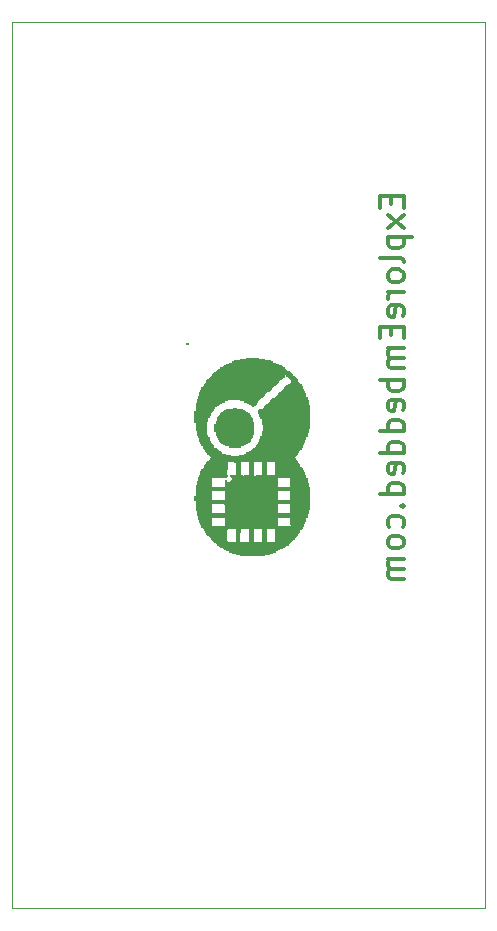
<source format=gbo>
G04 #@! TF.FileFunction,Legend,Bot*
%FSLAX46Y46*%
G04 Gerber Fmt 4.6, Leading zero omitted, Abs format (unit mm)*
G04 Created by KiCad (PCBNEW (2015-01-16 BZR 5376)-product) date 6/25/2015 4:24:10 PM*
%MOMM*%
G01*
G04 APERTURE LIST*
%ADD10C,0.150000*%
%ADD11C,0.300000*%
%ADD12C,0.100000*%
%ADD13C,0.010000*%
G04 APERTURE END LIST*
D10*
D11*
X220583143Y-89727522D02*
X220583143Y-90394189D01*
X221630762Y-90679903D02*
X221630762Y-89727522D01*
X219630762Y-89727522D01*
X219630762Y-90679903D01*
X221630762Y-91346570D02*
X220297429Y-92394189D01*
X220297429Y-91346570D02*
X221630762Y-92394189D01*
X220297429Y-93156094D02*
X222297429Y-93156094D01*
X220392667Y-93156094D02*
X220297429Y-93346571D01*
X220297429Y-93727523D01*
X220392667Y-93917999D01*
X220487905Y-94013237D01*
X220678381Y-94108475D01*
X221249810Y-94108475D01*
X221440286Y-94013237D01*
X221535524Y-93917999D01*
X221630762Y-93727523D01*
X221630762Y-93346571D01*
X221535524Y-93156094D01*
X221630762Y-95251333D02*
X221535524Y-95060857D01*
X221345048Y-94965618D01*
X219630762Y-94965618D01*
X221630762Y-96298952D02*
X221535524Y-96108476D01*
X221440286Y-96013237D01*
X221249810Y-95917999D01*
X220678381Y-95917999D01*
X220487905Y-96013237D01*
X220392667Y-96108476D01*
X220297429Y-96298952D01*
X220297429Y-96584666D01*
X220392667Y-96775142D01*
X220487905Y-96870380D01*
X220678381Y-96965618D01*
X221249810Y-96965618D01*
X221440286Y-96870380D01*
X221535524Y-96775142D01*
X221630762Y-96584666D01*
X221630762Y-96298952D01*
X221630762Y-97822761D02*
X220297429Y-97822761D01*
X220678381Y-97822761D02*
X220487905Y-97918000D01*
X220392667Y-98013238D01*
X220297429Y-98203714D01*
X220297429Y-98394190D01*
X221535524Y-99822761D02*
X221630762Y-99632285D01*
X221630762Y-99251333D01*
X221535524Y-99060856D01*
X221345048Y-98965618D01*
X220583143Y-98965618D01*
X220392667Y-99060856D01*
X220297429Y-99251333D01*
X220297429Y-99632285D01*
X220392667Y-99822761D01*
X220583143Y-99917999D01*
X220773619Y-99917999D01*
X220964095Y-98965618D01*
X220583143Y-100775142D02*
X220583143Y-101441809D01*
X221630762Y-101727523D02*
X221630762Y-100775142D01*
X219630762Y-100775142D01*
X219630762Y-101727523D01*
X221630762Y-102584666D02*
X220297429Y-102584666D01*
X220487905Y-102584666D02*
X220392667Y-102679905D01*
X220297429Y-102870381D01*
X220297429Y-103156095D01*
X220392667Y-103346571D01*
X220583143Y-103441809D01*
X221630762Y-103441809D01*
X220583143Y-103441809D02*
X220392667Y-103537047D01*
X220297429Y-103727524D01*
X220297429Y-104013238D01*
X220392667Y-104203714D01*
X220583143Y-104298952D01*
X221630762Y-104298952D01*
X221630762Y-105251333D02*
X219630762Y-105251333D01*
X220392667Y-105251333D02*
X220297429Y-105441810D01*
X220297429Y-105822762D01*
X220392667Y-106013238D01*
X220487905Y-106108476D01*
X220678381Y-106203714D01*
X221249810Y-106203714D01*
X221440286Y-106108476D01*
X221535524Y-106013238D01*
X221630762Y-105822762D01*
X221630762Y-105441810D01*
X221535524Y-105251333D01*
X221535524Y-107822762D02*
X221630762Y-107632286D01*
X221630762Y-107251334D01*
X221535524Y-107060857D01*
X221345048Y-106965619D01*
X220583143Y-106965619D01*
X220392667Y-107060857D01*
X220297429Y-107251334D01*
X220297429Y-107632286D01*
X220392667Y-107822762D01*
X220583143Y-107918000D01*
X220773619Y-107918000D01*
X220964095Y-106965619D01*
X221630762Y-109632286D02*
X219630762Y-109632286D01*
X221535524Y-109632286D02*
X221630762Y-109441810D01*
X221630762Y-109060858D01*
X221535524Y-108870382D01*
X221440286Y-108775143D01*
X221249810Y-108679905D01*
X220678381Y-108679905D01*
X220487905Y-108775143D01*
X220392667Y-108870382D01*
X220297429Y-109060858D01*
X220297429Y-109441810D01*
X220392667Y-109632286D01*
X221630762Y-111441810D02*
X219630762Y-111441810D01*
X221535524Y-111441810D02*
X221630762Y-111251334D01*
X221630762Y-110870382D01*
X221535524Y-110679906D01*
X221440286Y-110584667D01*
X221249810Y-110489429D01*
X220678381Y-110489429D01*
X220487905Y-110584667D01*
X220392667Y-110679906D01*
X220297429Y-110870382D01*
X220297429Y-111251334D01*
X220392667Y-111441810D01*
X221535524Y-113156096D02*
X221630762Y-112965620D01*
X221630762Y-112584668D01*
X221535524Y-112394191D01*
X221345048Y-112298953D01*
X220583143Y-112298953D01*
X220392667Y-112394191D01*
X220297429Y-112584668D01*
X220297429Y-112965620D01*
X220392667Y-113156096D01*
X220583143Y-113251334D01*
X220773619Y-113251334D01*
X220964095Y-112298953D01*
X221630762Y-114965620D02*
X219630762Y-114965620D01*
X221535524Y-114965620D02*
X221630762Y-114775144D01*
X221630762Y-114394192D01*
X221535524Y-114203716D01*
X221440286Y-114108477D01*
X221249810Y-114013239D01*
X220678381Y-114013239D01*
X220487905Y-114108477D01*
X220392667Y-114203716D01*
X220297429Y-114394192D01*
X220297429Y-114775144D01*
X220392667Y-114965620D01*
X221440286Y-115918001D02*
X221535524Y-116013240D01*
X221630762Y-115918001D01*
X221535524Y-115822763D01*
X221440286Y-115918001D01*
X221630762Y-115918001D01*
X221535524Y-117727525D02*
X221630762Y-117537049D01*
X221630762Y-117156097D01*
X221535524Y-116965621D01*
X221440286Y-116870382D01*
X221249810Y-116775144D01*
X220678381Y-116775144D01*
X220487905Y-116870382D01*
X220392667Y-116965621D01*
X220297429Y-117156097D01*
X220297429Y-117537049D01*
X220392667Y-117727525D01*
X221630762Y-118870383D02*
X221535524Y-118679907D01*
X221440286Y-118584668D01*
X221249810Y-118489430D01*
X220678381Y-118489430D01*
X220487905Y-118584668D01*
X220392667Y-118679907D01*
X220297429Y-118870383D01*
X220297429Y-119156097D01*
X220392667Y-119346573D01*
X220487905Y-119441811D01*
X220678381Y-119537049D01*
X221249810Y-119537049D01*
X221440286Y-119441811D01*
X221535524Y-119346573D01*
X221630762Y-119156097D01*
X221630762Y-118870383D01*
X221630762Y-120394192D02*
X220297429Y-120394192D01*
X220487905Y-120394192D02*
X220392667Y-120489431D01*
X220297429Y-120679907D01*
X220297429Y-120965621D01*
X220392667Y-121156097D01*
X220583143Y-121251335D01*
X221630762Y-121251335D01*
X220583143Y-121251335D02*
X220392667Y-121346573D01*
X220297429Y-121537050D01*
X220297429Y-121822764D01*
X220392667Y-122013240D01*
X220583143Y-122108478D01*
X221630762Y-122108478D01*
D12*
X228500000Y-150000000D02*
X188500000Y-150000000D01*
X228500000Y-75000000D02*
X228500000Y-150000000D01*
X188500000Y-75000000D02*
X188500000Y-150000000D01*
X188500000Y-75000000D02*
X228500000Y-75000000D01*
D13*
G36*
X203200000Y-102108000D02*
X203200000Y-102208000D01*
X203300000Y-102208000D01*
X203300000Y-102108000D01*
X203200000Y-102108000D01*
X203200000Y-102108000D01*
G37*
X203200000Y-102108000D02*
X203200000Y-102208000D01*
X203300000Y-102208000D01*
X203300000Y-102108000D01*
X203200000Y-102108000D01*
G36*
X203300000Y-102108000D02*
X203300000Y-102208000D01*
X203400000Y-102208000D01*
X203400000Y-102108000D01*
X203300000Y-102108000D01*
X203300000Y-102108000D01*
G37*
X203300000Y-102108000D02*
X203300000Y-102208000D01*
X203400000Y-102208000D01*
X203400000Y-102108000D01*
X203300000Y-102108000D01*
G36*
X203900000Y-107908000D02*
X203900000Y-108008000D01*
X204000000Y-108008000D01*
X204000000Y-107908000D01*
X203900000Y-107908000D01*
X203900000Y-107908000D01*
G37*
X203900000Y-107908000D02*
X203900000Y-108008000D01*
X204000000Y-108008000D01*
X204000000Y-107908000D01*
X203900000Y-107908000D01*
G36*
X203900000Y-108008000D02*
X203900000Y-108108000D01*
X204000000Y-108108000D01*
X204000000Y-108008000D01*
X203900000Y-108008000D01*
X203900000Y-108008000D01*
G37*
X203900000Y-108008000D02*
X203900000Y-108108000D01*
X204000000Y-108108000D01*
X204000000Y-108008000D01*
X203900000Y-108008000D01*
G36*
X203900000Y-108108000D02*
X203900000Y-108208000D01*
X204000000Y-108208000D01*
X204000000Y-108108000D01*
X203900000Y-108108000D01*
X203900000Y-108108000D01*
G37*
X203900000Y-108108000D02*
X203900000Y-108208000D01*
X204000000Y-108208000D01*
X204000000Y-108108000D01*
X203900000Y-108108000D01*
G36*
X203900000Y-108208000D02*
X203900000Y-108308000D01*
X204000000Y-108308000D01*
X204000000Y-108208000D01*
X203900000Y-108208000D01*
X203900000Y-108208000D01*
G37*
X203900000Y-108208000D02*
X203900000Y-108308000D01*
X204000000Y-108308000D01*
X204000000Y-108208000D01*
X203900000Y-108208000D01*
G36*
X203900000Y-108308000D02*
X203900000Y-108408000D01*
X204000000Y-108408000D01*
X204000000Y-108308000D01*
X203900000Y-108308000D01*
X203900000Y-108308000D01*
G37*
X203900000Y-108308000D02*
X203900000Y-108408000D01*
X204000000Y-108408000D01*
X204000000Y-108308000D01*
X203900000Y-108308000D01*
G36*
X203900000Y-108408000D02*
X203900000Y-108508000D01*
X204000000Y-108508000D01*
X204000000Y-108408000D01*
X203900000Y-108408000D01*
X203900000Y-108408000D01*
G37*
X203900000Y-108408000D02*
X203900000Y-108508000D01*
X204000000Y-108508000D01*
X204000000Y-108408000D01*
X203900000Y-108408000D01*
G36*
X203900000Y-108508000D02*
X203900000Y-108608000D01*
X204000000Y-108608000D01*
X204000000Y-108508000D01*
X203900000Y-108508000D01*
X203900000Y-108508000D01*
G37*
X203900000Y-108508000D02*
X203900000Y-108608000D01*
X204000000Y-108608000D01*
X204000000Y-108508000D01*
X203900000Y-108508000D01*
G36*
X203900000Y-108608000D02*
X203900000Y-108708000D01*
X204000000Y-108708000D01*
X204000000Y-108608000D01*
X203900000Y-108608000D01*
X203900000Y-108608000D01*
G37*
X203900000Y-108608000D02*
X203900000Y-108708000D01*
X204000000Y-108708000D01*
X204000000Y-108608000D01*
X203900000Y-108608000D01*
G36*
X203900000Y-108708000D02*
X203900000Y-108808000D01*
X204000000Y-108808000D01*
X204000000Y-108708000D01*
X203900000Y-108708000D01*
X203900000Y-108708000D01*
G37*
X203900000Y-108708000D02*
X203900000Y-108808000D01*
X204000000Y-108808000D01*
X204000000Y-108708000D01*
X203900000Y-108708000D01*
G36*
X203900000Y-115108000D02*
X203900000Y-115208000D01*
X204000000Y-115208000D01*
X204000000Y-115108000D01*
X203900000Y-115108000D01*
X203900000Y-115108000D01*
G37*
X203900000Y-115108000D02*
X203900000Y-115208000D01*
X204000000Y-115208000D01*
X204000000Y-115108000D01*
X203900000Y-115108000D01*
G36*
X203900000Y-115208000D02*
X203900000Y-115308000D01*
X204000000Y-115308000D01*
X204000000Y-115208000D01*
X203900000Y-115208000D01*
X203900000Y-115208000D01*
G37*
X203900000Y-115208000D02*
X203900000Y-115308000D01*
X204000000Y-115308000D01*
X204000000Y-115208000D01*
X203900000Y-115208000D01*
G36*
X203900000Y-115308000D02*
X203900000Y-115408000D01*
X204000000Y-115408000D01*
X204000000Y-115308000D01*
X203900000Y-115308000D01*
X203900000Y-115308000D01*
G37*
X203900000Y-115308000D02*
X203900000Y-115408000D01*
X204000000Y-115408000D01*
X204000000Y-115308000D01*
X203900000Y-115308000D01*
G36*
X204000000Y-107208000D02*
X204000000Y-107308000D01*
X204100000Y-107308000D01*
X204100000Y-107208000D01*
X204000000Y-107208000D01*
X204000000Y-107208000D01*
G37*
X204000000Y-107208000D02*
X204000000Y-107308000D01*
X204100000Y-107308000D01*
X204100000Y-107208000D01*
X204000000Y-107208000D01*
G36*
X204000000Y-107308000D02*
X204000000Y-107408000D01*
X204100000Y-107408000D01*
X204100000Y-107308000D01*
X204000000Y-107308000D01*
X204000000Y-107308000D01*
G37*
X204000000Y-107308000D02*
X204000000Y-107408000D01*
X204100000Y-107408000D01*
X204100000Y-107308000D01*
X204000000Y-107308000D01*
G36*
X204000000Y-107408000D02*
X204000000Y-107508000D01*
X204100000Y-107508000D01*
X204100000Y-107408000D01*
X204000000Y-107408000D01*
X204000000Y-107408000D01*
G37*
X204000000Y-107408000D02*
X204000000Y-107508000D01*
X204100000Y-107508000D01*
X204100000Y-107408000D01*
X204000000Y-107408000D01*
G36*
X204000000Y-107508000D02*
X204000000Y-107608000D01*
X204100000Y-107608000D01*
X204100000Y-107508000D01*
X204000000Y-107508000D01*
X204000000Y-107508000D01*
G37*
X204000000Y-107508000D02*
X204000000Y-107608000D01*
X204100000Y-107608000D01*
X204100000Y-107508000D01*
X204000000Y-107508000D01*
G36*
X204000000Y-107608000D02*
X204000000Y-107708000D01*
X204100000Y-107708000D01*
X204100000Y-107608000D01*
X204000000Y-107608000D01*
X204000000Y-107608000D01*
G37*
X204000000Y-107608000D02*
X204000000Y-107708000D01*
X204100000Y-107708000D01*
X204100000Y-107608000D01*
X204000000Y-107608000D01*
G36*
X204000000Y-107708000D02*
X204000000Y-107808000D01*
X204100000Y-107808000D01*
X204100000Y-107708000D01*
X204000000Y-107708000D01*
X204000000Y-107708000D01*
G37*
X204000000Y-107708000D02*
X204000000Y-107808000D01*
X204100000Y-107808000D01*
X204100000Y-107708000D01*
X204000000Y-107708000D01*
G36*
X204000000Y-107808000D02*
X204000000Y-107908000D01*
X204100000Y-107908000D01*
X204100000Y-107808000D01*
X204000000Y-107808000D01*
X204000000Y-107808000D01*
G37*
X204000000Y-107808000D02*
X204000000Y-107908000D01*
X204100000Y-107908000D01*
X204100000Y-107808000D01*
X204000000Y-107808000D01*
G36*
X204000000Y-107908000D02*
X204000000Y-108008000D01*
X204100000Y-108008000D01*
X204100000Y-107908000D01*
X204000000Y-107908000D01*
X204000000Y-107908000D01*
G37*
X204000000Y-107908000D02*
X204000000Y-108008000D01*
X204100000Y-108008000D01*
X204100000Y-107908000D01*
X204000000Y-107908000D01*
G36*
X204000000Y-108008000D02*
X204000000Y-108108000D01*
X204100000Y-108108000D01*
X204100000Y-108008000D01*
X204000000Y-108008000D01*
X204000000Y-108008000D01*
G37*
X204000000Y-108008000D02*
X204000000Y-108108000D01*
X204100000Y-108108000D01*
X204100000Y-108008000D01*
X204000000Y-108008000D01*
G36*
X204000000Y-108108000D02*
X204000000Y-108208000D01*
X204100000Y-108208000D01*
X204100000Y-108108000D01*
X204000000Y-108108000D01*
X204000000Y-108108000D01*
G37*
X204000000Y-108108000D02*
X204000000Y-108208000D01*
X204100000Y-108208000D01*
X204100000Y-108108000D01*
X204000000Y-108108000D01*
G36*
X204000000Y-108208000D02*
X204000000Y-108308000D01*
X204100000Y-108308000D01*
X204100000Y-108208000D01*
X204000000Y-108208000D01*
X204000000Y-108208000D01*
G37*
X204000000Y-108208000D02*
X204000000Y-108308000D01*
X204100000Y-108308000D01*
X204100000Y-108208000D01*
X204000000Y-108208000D01*
G36*
X204000000Y-108308000D02*
X204000000Y-108408000D01*
X204100000Y-108408000D01*
X204100000Y-108308000D01*
X204000000Y-108308000D01*
X204000000Y-108308000D01*
G37*
X204000000Y-108308000D02*
X204000000Y-108408000D01*
X204100000Y-108408000D01*
X204100000Y-108308000D01*
X204000000Y-108308000D01*
G36*
X204000000Y-108408000D02*
X204000000Y-108508000D01*
X204100000Y-108508000D01*
X204100000Y-108408000D01*
X204000000Y-108408000D01*
X204000000Y-108408000D01*
G37*
X204000000Y-108408000D02*
X204000000Y-108508000D01*
X204100000Y-108508000D01*
X204100000Y-108408000D01*
X204000000Y-108408000D01*
G36*
X204000000Y-108508000D02*
X204000000Y-108608000D01*
X204100000Y-108608000D01*
X204100000Y-108508000D01*
X204000000Y-108508000D01*
X204000000Y-108508000D01*
G37*
X204000000Y-108508000D02*
X204000000Y-108608000D01*
X204100000Y-108608000D01*
X204100000Y-108508000D01*
X204000000Y-108508000D01*
G36*
X204000000Y-108608000D02*
X204000000Y-108708000D01*
X204100000Y-108708000D01*
X204100000Y-108608000D01*
X204000000Y-108608000D01*
X204000000Y-108608000D01*
G37*
X204000000Y-108608000D02*
X204000000Y-108708000D01*
X204100000Y-108708000D01*
X204100000Y-108608000D01*
X204000000Y-108608000D01*
G36*
X204000000Y-108708000D02*
X204000000Y-108808000D01*
X204100000Y-108808000D01*
X204100000Y-108708000D01*
X204000000Y-108708000D01*
X204000000Y-108708000D01*
G37*
X204000000Y-108708000D02*
X204000000Y-108808000D01*
X204100000Y-108808000D01*
X204100000Y-108708000D01*
X204000000Y-108708000D01*
G36*
X204000000Y-108808000D02*
X204000000Y-108908000D01*
X204100000Y-108908000D01*
X204100000Y-108808000D01*
X204000000Y-108808000D01*
X204000000Y-108808000D01*
G37*
X204000000Y-108808000D02*
X204000000Y-108908000D01*
X204100000Y-108908000D01*
X204100000Y-108808000D01*
X204000000Y-108808000D01*
G36*
X204000000Y-108908000D02*
X204000000Y-109008000D01*
X204100000Y-109008000D01*
X204100000Y-108908000D01*
X204000000Y-108908000D01*
X204000000Y-108908000D01*
G37*
X204000000Y-108908000D02*
X204000000Y-109008000D01*
X204100000Y-109008000D01*
X204100000Y-108908000D01*
X204000000Y-108908000D01*
G36*
X204000000Y-109008000D02*
X204000000Y-109108000D01*
X204100000Y-109108000D01*
X204100000Y-109008000D01*
X204000000Y-109008000D01*
X204000000Y-109008000D01*
G37*
X204000000Y-109008000D02*
X204000000Y-109108000D01*
X204100000Y-109108000D01*
X204100000Y-109008000D01*
X204000000Y-109008000D01*
G36*
X204000000Y-109108000D02*
X204000000Y-109208000D01*
X204100000Y-109208000D01*
X204100000Y-109108000D01*
X204000000Y-109108000D01*
X204000000Y-109108000D01*
G37*
X204000000Y-109108000D02*
X204000000Y-109208000D01*
X204100000Y-109208000D01*
X204100000Y-109108000D01*
X204000000Y-109108000D01*
G36*
X204000000Y-109208000D02*
X204000000Y-109308000D01*
X204100000Y-109308000D01*
X204100000Y-109208000D01*
X204000000Y-109208000D01*
X204000000Y-109208000D01*
G37*
X204000000Y-109208000D02*
X204000000Y-109308000D01*
X204100000Y-109308000D01*
X204100000Y-109208000D01*
X204000000Y-109208000D01*
G36*
X204000000Y-109308000D02*
X204000000Y-109408000D01*
X204100000Y-109408000D01*
X204100000Y-109308000D01*
X204000000Y-109308000D01*
X204000000Y-109308000D01*
G37*
X204000000Y-109308000D02*
X204000000Y-109408000D01*
X204100000Y-109408000D01*
X204100000Y-109308000D01*
X204000000Y-109308000D01*
G36*
X204000000Y-109408000D02*
X204000000Y-109508000D01*
X204100000Y-109508000D01*
X204100000Y-109408000D01*
X204000000Y-109408000D01*
X204000000Y-109408000D01*
G37*
X204000000Y-109408000D02*
X204000000Y-109508000D01*
X204100000Y-109508000D01*
X204100000Y-109408000D01*
X204000000Y-109408000D01*
G36*
X204000000Y-114208000D02*
X204000000Y-114308000D01*
X204100000Y-114308000D01*
X204100000Y-114208000D01*
X204000000Y-114208000D01*
X204000000Y-114208000D01*
G37*
X204000000Y-114208000D02*
X204000000Y-114308000D01*
X204100000Y-114308000D01*
X204100000Y-114208000D01*
X204000000Y-114208000D01*
G36*
X204000000Y-114308000D02*
X204000000Y-114408000D01*
X204100000Y-114408000D01*
X204100000Y-114308000D01*
X204000000Y-114308000D01*
X204000000Y-114308000D01*
G37*
X204000000Y-114308000D02*
X204000000Y-114408000D01*
X204100000Y-114408000D01*
X204100000Y-114308000D01*
X204000000Y-114308000D01*
G36*
X204000000Y-114408000D02*
X204000000Y-114508000D01*
X204100000Y-114508000D01*
X204100000Y-114408000D01*
X204000000Y-114408000D01*
X204000000Y-114408000D01*
G37*
X204000000Y-114408000D02*
X204000000Y-114508000D01*
X204100000Y-114508000D01*
X204100000Y-114408000D01*
X204000000Y-114408000D01*
G36*
X204000000Y-114508000D02*
X204000000Y-114608000D01*
X204100000Y-114608000D01*
X204100000Y-114508000D01*
X204000000Y-114508000D01*
X204000000Y-114508000D01*
G37*
X204000000Y-114508000D02*
X204000000Y-114608000D01*
X204100000Y-114608000D01*
X204100000Y-114508000D01*
X204000000Y-114508000D01*
G36*
X204000000Y-114608000D02*
X204000000Y-114708000D01*
X204100000Y-114708000D01*
X204100000Y-114608000D01*
X204000000Y-114608000D01*
X204000000Y-114608000D01*
G37*
X204000000Y-114608000D02*
X204000000Y-114708000D01*
X204100000Y-114708000D01*
X204100000Y-114608000D01*
X204000000Y-114608000D01*
G36*
X204000000Y-114708000D02*
X204000000Y-114808000D01*
X204100000Y-114808000D01*
X204100000Y-114708000D01*
X204000000Y-114708000D01*
X204000000Y-114708000D01*
G37*
X204000000Y-114708000D02*
X204000000Y-114808000D01*
X204100000Y-114808000D01*
X204100000Y-114708000D01*
X204000000Y-114708000D01*
G36*
X204000000Y-114808000D02*
X204000000Y-114908000D01*
X204100000Y-114908000D01*
X204100000Y-114808000D01*
X204000000Y-114808000D01*
X204000000Y-114808000D01*
G37*
X204000000Y-114808000D02*
X204000000Y-114908000D01*
X204100000Y-114908000D01*
X204100000Y-114808000D01*
X204000000Y-114808000D01*
G36*
X204000000Y-114908000D02*
X204000000Y-115008000D01*
X204100000Y-115008000D01*
X204100000Y-114908000D01*
X204000000Y-114908000D01*
X204000000Y-114908000D01*
G37*
X204000000Y-114908000D02*
X204000000Y-115008000D01*
X204100000Y-115008000D01*
X204100000Y-114908000D01*
X204000000Y-114908000D01*
G36*
X204000000Y-115008000D02*
X204000000Y-115108000D01*
X204100000Y-115108000D01*
X204100000Y-115008000D01*
X204000000Y-115008000D01*
X204000000Y-115008000D01*
G37*
X204000000Y-115008000D02*
X204000000Y-115108000D01*
X204100000Y-115108000D01*
X204100000Y-115008000D01*
X204000000Y-115008000D01*
G36*
X204000000Y-115108000D02*
X204000000Y-115208000D01*
X204100000Y-115208000D01*
X204100000Y-115108000D01*
X204000000Y-115108000D01*
X204000000Y-115108000D01*
G37*
X204000000Y-115108000D02*
X204000000Y-115208000D01*
X204100000Y-115208000D01*
X204100000Y-115108000D01*
X204000000Y-115108000D01*
G36*
X204000000Y-115208000D02*
X204000000Y-115308000D01*
X204100000Y-115308000D01*
X204100000Y-115208000D01*
X204000000Y-115208000D01*
X204000000Y-115208000D01*
G37*
X204000000Y-115208000D02*
X204000000Y-115308000D01*
X204100000Y-115308000D01*
X204100000Y-115208000D01*
X204000000Y-115208000D01*
G36*
X204000000Y-115308000D02*
X204000000Y-115408000D01*
X204100000Y-115408000D01*
X204100000Y-115308000D01*
X204000000Y-115308000D01*
X204000000Y-115308000D01*
G37*
X204000000Y-115308000D02*
X204000000Y-115408000D01*
X204100000Y-115408000D01*
X204100000Y-115308000D01*
X204000000Y-115308000D01*
G36*
X204000000Y-115408000D02*
X204000000Y-115508000D01*
X204100000Y-115508000D01*
X204100000Y-115408000D01*
X204000000Y-115408000D01*
X204000000Y-115408000D01*
G37*
X204000000Y-115408000D02*
X204000000Y-115508000D01*
X204100000Y-115508000D01*
X204100000Y-115408000D01*
X204000000Y-115408000D01*
G36*
X204000000Y-115508000D02*
X204000000Y-115608000D01*
X204100000Y-115608000D01*
X204100000Y-115508000D01*
X204000000Y-115508000D01*
X204000000Y-115508000D01*
G37*
X204000000Y-115508000D02*
X204000000Y-115608000D01*
X204100000Y-115608000D01*
X204100000Y-115508000D01*
X204000000Y-115508000D01*
G36*
X204000000Y-115608000D02*
X204000000Y-115708000D01*
X204100000Y-115708000D01*
X204100000Y-115608000D01*
X204000000Y-115608000D01*
X204000000Y-115608000D01*
G37*
X204000000Y-115608000D02*
X204000000Y-115708000D01*
X204100000Y-115708000D01*
X204100000Y-115608000D01*
X204000000Y-115608000D01*
G36*
X204000000Y-115708000D02*
X204000000Y-115808000D01*
X204100000Y-115808000D01*
X204100000Y-115708000D01*
X204000000Y-115708000D01*
X204000000Y-115708000D01*
G37*
X204000000Y-115708000D02*
X204000000Y-115808000D01*
X204100000Y-115808000D01*
X204100000Y-115708000D01*
X204000000Y-115708000D01*
G36*
X204000000Y-115808000D02*
X204000000Y-115908000D01*
X204100000Y-115908000D01*
X204100000Y-115808000D01*
X204000000Y-115808000D01*
X204000000Y-115808000D01*
G37*
X204000000Y-115808000D02*
X204000000Y-115908000D01*
X204100000Y-115908000D01*
X204100000Y-115808000D01*
X204000000Y-115808000D01*
G36*
X204000000Y-115908000D02*
X204000000Y-116008000D01*
X204100000Y-116008000D01*
X204100000Y-115908000D01*
X204000000Y-115908000D01*
X204000000Y-115908000D01*
G37*
X204000000Y-115908000D02*
X204000000Y-116008000D01*
X204100000Y-116008000D01*
X204100000Y-115908000D01*
X204000000Y-115908000D01*
G36*
X204000000Y-116008000D02*
X204000000Y-116108000D01*
X204100000Y-116108000D01*
X204100000Y-116008000D01*
X204000000Y-116008000D01*
X204000000Y-116008000D01*
G37*
X204000000Y-116008000D02*
X204000000Y-116108000D01*
X204100000Y-116108000D01*
X204100000Y-116008000D01*
X204000000Y-116008000D01*
G36*
X204000000Y-116108000D02*
X204000000Y-116208000D01*
X204100000Y-116208000D01*
X204100000Y-116108000D01*
X204000000Y-116108000D01*
X204000000Y-116108000D01*
G37*
X204000000Y-116108000D02*
X204000000Y-116208000D01*
X204100000Y-116208000D01*
X204100000Y-116108000D01*
X204000000Y-116108000D01*
G36*
X204000000Y-116208000D02*
X204000000Y-116308000D01*
X204100000Y-116308000D01*
X204100000Y-116208000D01*
X204000000Y-116208000D01*
X204000000Y-116208000D01*
G37*
X204000000Y-116208000D02*
X204000000Y-116308000D01*
X204100000Y-116308000D01*
X204100000Y-116208000D01*
X204000000Y-116208000D01*
G36*
X204100000Y-106908000D02*
X204100000Y-107008000D01*
X204200000Y-107008000D01*
X204200000Y-106908000D01*
X204100000Y-106908000D01*
X204100000Y-106908000D01*
G37*
X204100000Y-106908000D02*
X204100000Y-107008000D01*
X204200000Y-107008000D01*
X204200000Y-106908000D01*
X204100000Y-106908000D01*
G36*
X204100000Y-107008000D02*
X204100000Y-107108000D01*
X204200000Y-107108000D01*
X204200000Y-107008000D01*
X204100000Y-107008000D01*
X204100000Y-107008000D01*
G37*
X204100000Y-107008000D02*
X204100000Y-107108000D01*
X204200000Y-107108000D01*
X204200000Y-107008000D01*
X204100000Y-107008000D01*
G36*
X204100000Y-107108000D02*
X204100000Y-107208000D01*
X204200000Y-107208000D01*
X204200000Y-107108000D01*
X204100000Y-107108000D01*
X204100000Y-107108000D01*
G37*
X204100000Y-107108000D02*
X204100000Y-107208000D01*
X204200000Y-107208000D01*
X204200000Y-107108000D01*
X204100000Y-107108000D01*
G36*
X204100000Y-107208000D02*
X204100000Y-107308000D01*
X204200000Y-107308000D01*
X204200000Y-107208000D01*
X204100000Y-107208000D01*
X204100000Y-107208000D01*
G37*
X204100000Y-107208000D02*
X204100000Y-107308000D01*
X204200000Y-107308000D01*
X204200000Y-107208000D01*
X204100000Y-107208000D01*
G36*
X204100000Y-107308000D02*
X204100000Y-107408000D01*
X204200000Y-107408000D01*
X204200000Y-107308000D01*
X204100000Y-107308000D01*
X204100000Y-107308000D01*
G37*
X204100000Y-107308000D02*
X204100000Y-107408000D01*
X204200000Y-107408000D01*
X204200000Y-107308000D01*
X204100000Y-107308000D01*
G36*
X204100000Y-107408000D02*
X204100000Y-107508000D01*
X204200000Y-107508000D01*
X204200000Y-107408000D01*
X204100000Y-107408000D01*
X204100000Y-107408000D01*
G37*
X204100000Y-107408000D02*
X204100000Y-107508000D01*
X204200000Y-107508000D01*
X204200000Y-107408000D01*
X204100000Y-107408000D01*
G36*
X204100000Y-107508000D02*
X204100000Y-107608000D01*
X204200000Y-107608000D01*
X204200000Y-107508000D01*
X204100000Y-107508000D01*
X204100000Y-107508000D01*
G37*
X204100000Y-107508000D02*
X204100000Y-107608000D01*
X204200000Y-107608000D01*
X204200000Y-107508000D01*
X204100000Y-107508000D01*
G36*
X204100000Y-107608000D02*
X204100000Y-107708000D01*
X204200000Y-107708000D01*
X204200000Y-107608000D01*
X204100000Y-107608000D01*
X204100000Y-107608000D01*
G37*
X204100000Y-107608000D02*
X204100000Y-107708000D01*
X204200000Y-107708000D01*
X204200000Y-107608000D01*
X204100000Y-107608000D01*
G36*
X204100000Y-107708000D02*
X204100000Y-107808000D01*
X204200000Y-107808000D01*
X204200000Y-107708000D01*
X204100000Y-107708000D01*
X204100000Y-107708000D01*
G37*
X204100000Y-107708000D02*
X204100000Y-107808000D01*
X204200000Y-107808000D01*
X204200000Y-107708000D01*
X204100000Y-107708000D01*
G36*
X204100000Y-107808000D02*
X204100000Y-107908000D01*
X204200000Y-107908000D01*
X204200000Y-107808000D01*
X204100000Y-107808000D01*
X204100000Y-107808000D01*
G37*
X204100000Y-107808000D02*
X204100000Y-107908000D01*
X204200000Y-107908000D01*
X204200000Y-107808000D01*
X204100000Y-107808000D01*
G36*
X204100000Y-107908000D02*
X204100000Y-108008000D01*
X204200000Y-108008000D01*
X204200000Y-107908000D01*
X204100000Y-107908000D01*
X204100000Y-107908000D01*
G37*
X204100000Y-107908000D02*
X204100000Y-108008000D01*
X204200000Y-108008000D01*
X204200000Y-107908000D01*
X204100000Y-107908000D01*
G36*
X204100000Y-108008000D02*
X204100000Y-108108000D01*
X204200000Y-108108000D01*
X204200000Y-108008000D01*
X204100000Y-108008000D01*
X204100000Y-108008000D01*
G37*
X204100000Y-108008000D02*
X204100000Y-108108000D01*
X204200000Y-108108000D01*
X204200000Y-108008000D01*
X204100000Y-108008000D01*
G36*
X204100000Y-108108000D02*
X204100000Y-108208000D01*
X204200000Y-108208000D01*
X204200000Y-108108000D01*
X204100000Y-108108000D01*
X204100000Y-108108000D01*
G37*
X204100000Y-108108000D02*
X204100000Y-108208000D01*
X204200000Y-108208000D01*
X204200000Y-108108000D01*
X204100000Y-108108000D01*
G36*
X204100000Y-108208000D02*
X204100000Y-108308000D01*
X204200000Y-108308000D01*
X204200000Y-108208000D01*
X204100000Y-108208000D01*
X204100000Y-108208000D01*
G37*
X204100000Y-108208000D02*
X204100000Y-108308000D01*
X204200000Y-108308000D01*
X204200000Y-108208000D01*
X204100000Y-108208000D01*
G36*
X204100000Y-108308000D02*
X204100000Y-108408000D01*
X204200000Y-108408000D01*
X204200000Y-108308000D01*
X204100000Y-108308000D01*
X204100000Y-108308000D01*
G37*
X204100000Y-108308000D02*
X204100000Y-108408000D01*
X204200000Y-108408000D01*
X204200000Y-108308000D01*
X204100000Y-108308000D01*
G36*
X204100000Y-108408000D02*
X204100000Y-108508000D01*
X204200000Y-108508000D01*
X204200000Y-108408000D01*
X204100000Y-108408000D01*
X204100000Y-108408000D01*
G37*
X204100000Y-108408000D02*
X204100000Y-108508000D01*
X204200000Y-108508000D01*
X204200000Y-108408000D01*
X204100000Y-108408000D01*
G36*
X204100000Y-108508000D02*
X204100000Y-108608000D01*
X204200000Y-108608000D01*
X204200000Y-108508000D01*
X204100000Y-108508000D01*
X204100000Y-108508000D01*
G37*
X204100000Y-108508000D02*
X204100000Y-108608000D01*
X204200000Y-108608000D01*
X204200000Y-108508000D01*
X204100000Y-108508000D01*
G36*
X204100000Y-108608000D02*
X204100000Y-108708000D01*
X204200000Y-108708000D01*
X204200000Y-108608000D01*
X204100000Y-108608000D01*
X204100000Y-108608000D01*
G37*
X204100000Y-108608000D02*
X204100000Y-108708000D01*
X204200000Y-108708000D01*
X204200000Y-108608000D01*
X204100000Y-108608000D01*
G36*
X204100000Y-108708000D02*
X204100000Y-108808000D01*
X204200000Y-108808000D01*
X204200000Y-108708000D01*
X204100000Y-108708000D01*
X204100000Y-108708000D01*
G37*
X204100000Y-108708000D02*
X204100000Y-108808000D01*
X204200000Y-108808000D01*
X204200000Y-108708000D01*
X204100000Y-108708000D01*
G36*
X204100000Y-108808000D02*
X204100000Y-108908000D01*
X204200000Y-108908000D01*
X204200000Y-108808000D01*
X204100000Y-108808000D01*
X204100000Y-108808000D01*
G37*
X204100000Y-108808000D02*
X204100000Y-108908000D01*
X204200000Y-108908000D01*
X204200000Y-108808000D01*
X204100000Y-108808000D01*
G36*
X204100000Y-108908000D02*
X204100000Y-109008000D01*
X204200000Y-109008000D01*
X204200000Y-108908000D01*
X204100000Y-108908000D01*
X204100000Y-108908000D01*
G37*
X204100000Y-108908000D02*
X204100000Y-109008000D01*
X204200000Y-109008000D01*
X204200000Y-108908000D01*
X204100000Y-108908000D01*
G36*
X204100000Y-109008000D02*
X204100000Y-109108000D01*
X204200000Y-109108000D01*
X204200000Y-109008000D01*
X204100000Y-109008000D01*
X204100000Y-109008000D01*
G37*
X204100000Y-109008000D02*
X204100000Y-109108000D01*
X204200000Y-109108000D01*
X204200000Y-109008000D01*
X204100000Y-109008000D01*
G36*
X204100000Y-109108000D02*
X204100000Y-109208000D01*
X204200000Y-109208000D01*
X204200000Y-109108000D01*
X204100000Y-109108000D01*
X204100000Y-109108000D01*
G37*
X204100000Y-109108000D02*
X204100000Y-109208000D01*
X204200000Y-109208000D01*
X204200000Y-109108000D01*
X204100000Y-109108000D01*
G36*
X204100000Y-109208000D02*
X204100000Y-109308000D01*
X204200000Y-109308000D01*
X204200000Y-109208000D01*
X204100000Y-109208000D01*
X204100000Y-109208000D01*
G37*
X204100000Y-109208000D02*
X204100000Y-109308000D01*
X204200000Y-109308000D01*
X204200000Y-109208000D01*
X204100000Y-109208000D01*
G36*
X204100000Y-109308000D02*
X204100000Y-109408000D01*
X204200000Y-109408000D01*
X204200000Y-109308000D01*
X204100000Y-109308000D01*
X204100000Y-109308000D01*
G37*
X204100000Y-109308000D02*
X204100000Y-109408000D01*
X204200000Y-109408000D01*
X204200000Y-109308000D01*
X204100000Y-109308000D01*
G36*
X204100000Y-109408000D02*
X204100000Y-109508000D01*
X204200000Y-109508000D01*
X204200000Y-109408000D01*
X204100000Y-109408000D01*
X204100000Y-109408000D01*
G37*
X204100000Y-109408000D02*
X204100000Y-109508000D01*
X204200000Y-109508000D01*
X204200000Y-109408000D01*
X204100000Y-109408000D01*
G36*
X204100000Y-109508000D02*
X204100000Y-109608000D01*
X204200000Y-109608000D01*
X204200000Y-109508000D01*
X204100000Y-109508000D01*
X204100000Y-109508000D01*
G37*
X204100000Y-109508000D02*
X204100000Y-109608000D01*
X204200000Y-109608000D01*
X204200000Y-109508000D01*
X204100000Y-109508000D01*
G36*
X204100000Y-109608000D02*
X204100000Y-109708000D01*
X204200000Y-109708000D01*
X204200000Y-109608000D01*
X204100000Y-109608000D01*
X204100000Y-109608000D01*
G37*
X204100000Y-109608000D02*
X204100000Y-109708000D01*
X204200000Y-109708000D01*
X204200000Y-109608000D01*
X204100000Y-109608000D01*
G36*
X204100000Y-109708000D02*
X204100000Y-109808000D01*
X204200000Y-109808000D01*
X204200000Y-109708000D01*
X204100000Y-109708000D01*
X204100000Y-109708000D01*
G37*
X204100000Y-109708000D02*
X204100000Y-109808000D01*
X204200000Y-109808000D01*
X204200000Y-109708000D01*
X204100000Y-109708000D01*
G36*
X204100000Y-109808000D02*
X204100000Y-109908000D01*
X204200000Y-109908000D01*
X204200000Y-109808000D01*
X204100000Y-109808000D01*
X204100000Y-109808000D01*
G37*
X204100000Y-109808000D02*
X204100000Y-109908000D01*
X204200000Y-109908000D01*
X204200000Y-109808000D01*
X204100000Y-109808000D01*
G36*
X204100000Y-113808000D02*
X204100000Y-113908000D01*
X204200000Y-113908000D01*
X204200000Y-113808000D01*
X204100000Y-113808000D01*
X204100000Y-113808000D01*
G37*
X204100000Y-113808000D02*
X204100000Y-113908000D01*
X204200000Y-113908000D01*
X204200000Y-113808000D01*
X204100000Y-113808000D01*
G36*
X204100000Y-113908000D02*
X204100000Y-114008000D01*
X204200000Y-114008000D01*
X204200000Y-113908000D01*
X204100000Y-113908000D01*
X204100000Y-113908000D01*
G37*
X204100000Y-113908000D02*
X204100000Y-114008000D01*
X204200000Y-114008000D01*
X204200000Y-113908000D01*
X204100000Y-113908000D01*
G36*
X204100000Y-114008000D02*
X204100000Y-114108000D01*
X204200000Y-114108000D01*
X204200000Y-114008000D01*
X204100000Y-114008000D01*
X204100000Y-114008000D01*
G37*
X204100000Y-114008000D02*
X204100000Y-114108000D01*
X204200000Y-114108000D01*
X204200000Y-114008000D01*
X204100000Y-114008000D01*
G36*
X204100000Y-114108000D02*
X204100000Y-114208000D01*
X204200000Y-114208000D01*
X204200000Y-114108000D01*
X204100000Y-114108000D01*
X204100000Y-114108000D01*
G37*
X204100000Y-114108000D02*
X204100000Y-114208000D01*
X204200000Y-114208000D01*
X204200000Y-114108000D01*
X204100000Y-114108000D01*
G36*
X204100000Y-114208000D02*
X204100000Y-114308000D01*
X204200000Y-114308000D01*
X204200000Y-114208000D01*
X204100000Y-114208000D01*
X204100000Y-114208000D01*
G37*
X204100000Y-114208000D02*
X204100000Y-114308000D01*
X204200000Y-114308000D01*
X204200000Y-114208000D01*
X204100000Y-114208000D01*
G36*
X204100000Y-114308000D02*
X204100000Y-114408000D01*
X204200000Y-114408000D01*
X204200000Y-114308000D01*
X204100000Y-114308000D01*
X204100000Y-114308000D01*
G37*
X204100000Y-114308000D02*
X204100000Y-114408000D01*
X204200000Y-114408000D01*
X204200000Y-114308000D01*
X204100000Y-114308000D01*
G36*
X204100000Y-114408000D02*
X204100000Y-114508000D01*
X204200000Y-114508000D01*
X204200000Y-114408000D01*
X204100000Y-114408000D01*
X204100000Y-114408000D01*
G37*
X204100000Y-114408000D02*
X204100000Y-114508000D01*
X204200000Y-114508000D01*
X204200000Y-114408000D01*
X204100000Y-114408000D01*
G36*
X204100000Y-114508000D02*
X204100000Y-114608000D01*
X204200000Y-114608000D01*
X204200000Y-114508000D01*
X204100000Y-114508000D01*
X204100000Y-114508000D01*
G37*
X204100000Y-114508000D02*
X204100000Y-114608000D01*
X204200000Y-114608000D01*
X204200000Y-114508000D01*
X204100000Y-114508000D01*
G36*
X204100000Y-114608000D02*
X204100000Y-114708000D01*
X204200000Y-114708000D01*
X204200000Y-114608000D01*
X204100000Y-114608000D01*
X204100000Y-114608000D01*
G37*
X204100000Y-114608000D02*
X204100000Y-114708000D01*
X204200000Y-114708000D01*
X204200000Y-114608000D01*
X204100000Y-114608000D01*
G36*
X204100000Y-114708000D02*
X204100000Y-114808000D01*
X204200000Y-114808000D01*
X204200000Y-114708000D01*
X204100000Y-114708000D01*
X204100000Y-114708000D01*
G37*
X204100000Y-114708000D02*
X204100000Y-114808000D01*
X204200000Y-114808000D01*
X204200000Y-114708000D01*
X204100000Y-114708000D01*
G36*
X204100000Y-114808000D02*
X204100000Y-114908000D01*
X204200000Y-114908000D01*
X204200000Y-114808000D01*
X204100000Y-114808000D01*
X204100000Y-114808000D01*
G37*
X204100000Y-114808000D02*
X204100000Y-114908000D01*
X204200000Y-114908000D01*
X204200000Y-114808000D01*
X204100000Y-114808000D01*
G36*
X204100000Y-114908000D02*
X204100000Y-115008000D01*
X204200000Y-115008000D01*
X204200000Y-114908000D01*
X204100000Y-114908000D01*
X204100000Y-114908000D01*
G37*
X204100000Y-114908000D02*
X204100000Y-115008000D01*
X204200000Y-115008000D01*
X204200000Y-114908000D01*
X204100000Y-114908000D01*
G36*
X204100000Y-115008000D02*
X204100000Y-115108000D01*
X204200000Y-115108000D01*
X204200000Y-115008000D01*
X204100000Y-115008000D01*
X204100000Y-115008000D01*
G37*
X204100000Y-115008000D02*
X204100000Y-115108000D01*
X204200000Y-115108000D01*
X204200000Y-115008000D01*
X204100000Y-115008000D01*
G36*
X204100000Y-115108000D02*
X204100000Y-115208000D01*
X204200000Y-115208000D01*
X204200000Y-115108000D01*
X204100000Y-115108000D01*
X204100000Y-115108000D01*
G37*
X204100000Y-115108000D02*
X204100000Y-115208000D01*
X204200000Y-115208000D01*
X204200000Y-115108000D01*
X204100000Y-115108000D01*
G36*
X204100000Y-115208000D02*
X204100000Y-115308000D01*
X204200000Y-115308000D01*
X204200000Y-115208000D01*
X204100000Y-115208000D01*
X204100000Y-115208000D01*
G37*
X204100000Y-115208000D02*
X204100000Y-115308000D01*
X204200000Y-115308000D01*
X204200000Y-115208000D01*
X204100000Y-115208000D01*
G36*
X204100000Y-115308000D02*
X204100000Y-115408000D01*
X204200000Y-115408000D01*
X204200000Y-115308000D01*
X204100000Y-115308000D01*
X204100000Y-115308000D01*
G37*
X204100000Y-115308000D02*
X204100000Y-115408000D01*
X204200000Y-115408000D01*
X204200000Y-115308000D01*
X204100000Y-115308000D01*
G36*
X204100000Y-115408000D02*
X204100000Y-115508000D01*
X204200000Y-115508000D01*
X204200000Y-115408000D01*
X204100000Y-115408000D01*
X204100000Y-115408000D01*
G37*
X204100000Y-115408000D02*
X204100000Y-115508000D01*
X204200000Y-115508000D01*
X204200000Y-115408000D01*
X204100000Y-115408000D01*
G36*
X204100000Y-115508000D02*
X204100000Y-115608000D01*
X204200000Y-115608000D01*
X204200000Y-115508000D01*
X204100000Y-115508000D01*
X204100000Y-115508000D01*
G37*
X204100000Y-115508000D02*
X204100000Y-115608000D01*
X204200000Y-115608000D01*
X204200000Y-115508000D01*
X204100000Y-115508000D01*
G36*
X204100000Y-115608000D02*
X204100000Y-115708000D01*
X204200000Y-115708000D01*
X204200000Y-115608000D01*
X204100000Y-115608000D01*
X204100000Y-115608000D01*
G37*
X204100000Y-115608000D02*
X204100000Y-115708000D01*
X204200000Y-115708000D01*
X204200000Y-115608000D01*
X204100000Y-115608000D01*
G36*
X204100000Y-115708000D02*
X204100000Y-115808000D01*
X204200000Y-115808000D01*
X204200000Y-115708000D01*
X204100000Y-115708000D01*
X204100000Y-115708000D01*
G37*
X204100000Y-115708000D02*
X204100000Y-115808000D01*
X204200000Y-115808000D01*
X204200000Y-115708000D01*
X204100000Y-115708000D01*
G36*
X204100000Y-115808000D02*
X204100000Y-115908000D01*
X204200000Y-115908000D01*
X204200000Y-115808000D01*
X204100000Y-115808000D01*
X204100000Y-115808000D01*
G37*
X204100000Y-115808000D02*
X204100000Y-115908000D01*
X204200000Y-115908000D01*
X204200000Y-115808000D01*
X204100000Y-115808000D01*
G36*
X204100000Y-115908000D02*
X204100000Y-116008000D01*
X204200000Y-116008000D01*
X204200000Y-115908000D01*
X204100000Y-115908000D01*
X204100000Y-115908000D01*
G37*
X204100000Y-115908000D02*
X204100000Y-116008000D01*
X204200000Y-116008000D01*
X204200000Y-115908000D01*
X204100000Y-115908000D01*
G36*
X204100000Y-116008000D02*
X204100000Y-116108000D01*
X204200000Y-116108000D01*
X204200000Y-116008000D01*
X204100000Y-116008000D01*
X204100000Y-116008000D01*
G37*
X204100000Y-116008000D02*
X204100000Y-116108000D01*
X204200000Y-116108000D01*
X204200000Y-116008000D01*
X204100000Y-116008000D01*
G36*
X204100000Y-116108000D02*
X204100000Y-116208000D01*
X204200000Y-116208000D01*
X204200000Y-116108000D01*
X204100000Y-116108000D01*
X204100000Y-116108000D01*
G37*
X204100000Y-116108000D02*
X204100000Y-116208000D01*
X204200000Y-116208000D01*
X204200000Y-116108000D01*
X204100000Y-116108000D01*
G36*
X204100000Y-116208000D02*
X204100000Y-116308000D01*
X204200000Y-116308000D01*
X204200000Y-116208000D01*
X204100000Y-116208000D01*
X204100000Y-116208000D01*
G37*
X204100000Y-116208000D02*
X204100000Y-116308000D01*
X204200000Y-116308000D01*
X204200000Y-116208000D01*
X204100000Y-116208000D01*
G36*
X204100000Y-116308000D02*
X204100000Y-116408000D01*
X204200000Y-116408000D01*
X204200000Y-116308000D01*
X204100000Y-116308000D01*
X204100000Y-116308000D01*
G37*
X204100000Y-116308000D02*
X204100000Y-116408000D01*
X204200000Y-116408000D01*
X204200000Y-116308000D01*
X204100000Y-116308000D01*
G36*
X204100000Y-116408000D02*
X204100000Y-116508000D01*
X204200000Y-116508000D01*
X204200000Y-116408000D01*
X204100000Y-116408000D01*
X204100000Y-116408000D01*
G37*
X204100000Y-116408000D02*
X204100000Y-116508000D01*
X204200000Y-116508000D01*
X204200000Y-116408000D01*
X204100000Y-116408000D01*
G36*
X204100000Y-116508000D02*
X204100000Y-116608000D01*
X204200000Y-116608000D01*
X204200000Y-116508000D01*
X204100000Y-116508000D01*
X204100000Y-116508000D01*
G37*
X204100000Y-116508000D02*
X204100000Y-116608000D01*
X204200000Y-116608000D01*
X204200000Y-116508000D01*
X204100000Y-116508000D01*
G36*
X204100000Y-116608000D02*
X204100000Y-116708000D01*
X204200000Y-116708000D01*
X204200000Y-116608000D01*
X204100000Y-116608000D01*
X204100000Y-116608000D01*
G37*
X204100000Y-116608000D02*
X204100000Y-116708000D01*
X204200000Y-116708000D01*
X204200000Y-116608000D01*
X204100000Y-116608000D01*
G36*
X204200000Y-106608000D02*
X204200000Y-106708000D01*
X204300000Y-106708000D01*
X204300000Y-106608000D01*
X204200000Y-106608000D01*
X204200000Y-106608000D01*
G37*
X204200000Y-106608000D02*
X204200000Y-106708000D01*
X204300000Y-106708000D01*
X204300000Y-106608000D01*
X204200000Y-106608000D01*
G36*
X204200000Y-106708000D02*
X204200000Y-106808000D01*
X204300000Y-106808000D01*
X204300000Y-106708000D01*
X204200000Y-106708000D01*
X204200000Y-106708000D01*
G37*
X204200000Y-106708000D02*
X204200000Y-106808000D01*
X204300000Y-106808000D01*
X204300000Y-106708000D01*
X204200000Y-106708000D01*
G36*
X204200000Y-106808000D02*
X204200000Y-106908000D01*
X204300000Y-106908000D01*
X204300000Y-106808000D01*
X204200000Y-106808000D01*
X204200000Y-106808000D01*
G37*
X204200000Y-106808000D02*
X204200000Y-106908000D01*
X204300000Y-106908000D01*
X204300000Y-106808000D01*
X204200000Y-106808000D01*
G36*
X204200000Y-106908000D02*
X204200000Y-107008000D01*
X204300000Y-107008000D01*
X204300000Y-106908000D01*
X204200000Y-106908000D01*
X204200000Y-106908000D01*
G37*
X204200000Y-106908000D02*
X204200000Y-107008000D01*
X204300000Y-107008000D01*
X204300000Y-106908000D01*
X204200000Y-106908000D01*
G36*
X204200000Y-107008000D02*
X204200000Y-107108000D01*
X204300000Y-107108000D01*
X204300000Y-107008000D01*
X204200000Y-107008000D01*
X204200000Y-107008000D01*
G37*
X204200000Y-107008000D02*
X204200000Y-107108000D01*
X204300000Y-107108000D01*
X204300000Y-107008000D01*
X204200000Y-107008000D01*
G36*
X204200000Y-107108000D02*
X204200000Y-107208000D01*
X204300000Y-107208000D01*
X204300000Y-107108000D01*
X204200000Y-107108000D01*
X204200000Y-107108000D01*
G37*
X204200000Y-107108000D02*
X204200000Y-107208000D01*
X204300000Y-107208000D01*
X204300000Y-107108000D01*
X204200000Y-107108000D01*
G36*
X204200000Y-107208000D02*
X204200000Y-107308000D01*
X204300000Y-107308000D01*
X204300000Y-107208000D01*
X204200000Y-107208000D01*
X204200000Y-107208000D01*
G37*
X204200000Y-107208000D02*
X204200000Y-107308000D01*
X204300000Y-107308000D01*
X204300000Y-107208000D01*
X204200000Y-107208000D01*
G36*
X204200000Y-107308000D02*
X204200000Y-107408000D01*
X204300000Y-107408000D01*
X204300000Y-107308000D01*
X204200000Y-107308000D01*
X204200000Y-107308000D01*
G37*
X204200000Y-107308000D02*
X204200000Y-107408000D01*
X204300000Y-107408000D01*
X204300000Y-107308000D01*
X204200000Y-107308000D01*
G36*
X204200000Y-107408000D02*
X204200000Y-107508000D01*
X204300000Y-107508000D01*
X204300000Y-107408000D01*
X204200000Y-107408000D01*
X204200000Y-107408000D01*
G37*
X204200000Y-107408000D02*
X204200000Y-107508000D01*
X204300000Y-107508000D01*
X204300000Y-107408000D01*
X204200000Y-107408000D01*
G36*
X204200000Y-107508000D02*
X204200000Y-107608000D01*
X204300000Y-107608000D01*
X204300000Y-107508000D01*
X204200000Y-107508000D01*
X204200000Y-107508000D01*
G37*
X204200000Y-107508000D02*
X204200000Y-107608000D01*
X204300000Y-107608000D01*
X204300000Y-107508000D01*
X204200000Y-107508000D01*
G36*
X204200000Y-107608000D02*
X204200000Y-107708000D01*
X204300000Y-107708000D01*
X204300000Y-107608000D01*
X204200000Y-107608000D01*
X204200000Y-107608000D01*
G37*
X204200000Y-107608000D02*
X204200000Y-107708000D01*
X204300000Y-107708000D01*
X204300000Y-107608000D01*
X204200000Y-107608000D01*
G36*
X204200000Y-107708000D02*
X204200000Y-107808000D01*
X204300000Y-107808000D01*
X204300000Y-107708000D01*
X204200000Y-107708000D01*
X204200000Y-107708000D01*
G37*
X204200000Y-107708000D02*
X204200000Y-107808000D01*
X204300000Y-107808000D01*
X204300000Y-107708000D01*
X204200000Y-107708000D01*
G36*
X204200000Y-107808000D02*
X204200000Y-107908000D01*
X204300000Y-107908000D01*
X204300000Y-107808000D01*
X204200000Y-107808000D01*
X204200000Y-107808000D01*
G37*
X204200000Y-107808000D02*
X204200000Y-107908000D01*
X204300000Y-107908000D01*
X204300000Y-107808000D01*
X204200000Y-107808000D01*
G36*
X204200000Y-107908000D02*
X204200000Y-108008000D01*
X204300000Y-108008000D01*
X204300000Y-107908000D01*
X204200000Y-107908000D01*
X204200000Y-107908000D01*
G37*
X204200000Y-107908000D02*
X204200000Y-108008000D01*
X204300000Y-108008000D01*
X204300000Y-107908000D01*
X204200000Y-107908000D01*
G36*
X204200000Y-108008000D02*
X204200000Y-108108000D01*
X204300000Y-108108000D01*
X204300000Y-108008000D01*
X204200000Y-108008000D01*
X204200000Y-108008000D01*
G37*
X204200000Y-108008000D02*
X204200000Y-108108000D01*
X204300000Y-108108000D01*
X204300000Y-108008000D01*
X204200000Y-108008000D01*
G36*
X204200000Y-108108000D02*
X204200000Y-108208000D01*
X204300000Y-108208000D01*
X204300000Y-108108000D01*
X204200000Y-108108000D01*
X204200000Y-108108000D01*
G37*
X204200000Y-108108000D02*
X204200000Y-108208000D01*
X204300000Y-108208000D01*
X204300000Y-108108000D01*
X204200000Y-108108000D01*
G36*
X204200000Y-108208000D02*
X204200000Y-108308000D01*
X204300000Y-108308000D01*
X204300000Y-108208000D01*
X204200000Y-108208000D01*
X204200000Y-108208000D01*
G37*
X204200000Y-108208000D02*
X204200000Y-108308000D01*
X204300000Y-108308000D01*
X204300000Y-108208000D01*
X204200000Y-108208000D01*
G36*
X204200000Y-108308000D02*
X204200000Y-108408000D01*
X204300000Y-108408000D01*
X204300000Y-108308000D01*
X204200000Y-108308000D01*
X204200000Y-108308000D01*
G37*
X204200000Y-108308000D02*
X204200000Y-108408000D01*
X204300000Y-108408000D01*
X204300000Y-108308000D01*
X204200000Y-108308000D01*
G36*
X204200000Y-108408000D02*
X204200000Y-108508000D01*
X204300000Y-108508000D01*
X204300000Y-108408000D01*
X204200000Y-108408000D01*
X204200000Y-108408000D01*
G37*
X204200000Y-108408000D02*
X204200000Y-108508000D01*
X204300000Y-108508000D01*
X204300000Y-108408000D01*
X204200000Y-108408000D01*
G36*
X204200000Y-108508000D02*
X204200000Y-108608000D01*
X204300000Y-108608000D01*
X204300000Y-108508000D01*
X204200000Y-108508000D01*
X204200000Y-108508000D01*
G37*
X204200000Y-108508000D02*
X204200000Y-108608000D01*
X204300000Y-108608000D01*
X204300000Y-108508000D01*
X204200000Y-108508000D01*
G36*
X204200000Y-108608000D02*
X204200000Y-108708000D01*
X204300000Y-108708000D01*
X204300000Y-108608000D01*
X204200000Y-108608000D01*
X204200000Y-108608000D01*
G37*
X204200000Y-108608000D02*
X204200000Y-108708000D01*
X204300000Y-108708000D01*
X204300000Y-108608000D01*
X204200000Y-108608000D01*
G36*
X204200000Y-108708000D02*
X204200000Y-108808000D01*
X204300000Y-108808000D01*
X204300000Y-108708000D01*
X204200000Y-108708000D01*
X204200000Y-108708000D01*
G37*
X204200000Y-108708000D02*
X204200000Y-108808000D01*
X204300000Y-108808000D01*
X204300000Y-108708000D01*
X204200000Y-108708000D01*
G36*
X204200000Y-108808000D02*
X204200000Y-108908000D01*
X204300000Y-108908000D01*
X204300000Y-108808000D01*
X204200000Y-108808000D01*
X204200000Y-108808000D01*
G37*
X204200000Y-108808000D02*
X204200000Y-108908000D01*
X204300000Y-108908000D01*
X204300000Y-108808000D01*
X204200000Y-108808000D01*
G36*
X204200000Y-108908000D02*
X204200000Y-109008000D01*
X204300000Y-109008000D01*
X204300000Y-108908000D01*
X204200000Y-108908000D01*
X204200000Y-108908000D01*
G37*
X204200000Y-108908000D02*
X204200000Y-109008000D01*
X204300000Y-109008000D01*
X204300000Y-108908000D01*
X204200000Y-108908000D01*
G36*
X204200000Y-109008000D02*
X204200000Y-109108000D01*
X204300000Y-109108000D01*
X204300000Y-109008000D01*
X204200000Y-109008000D01*
X204200000Y-109008000D01*
G37*
X204200000Y-109008000D02*
X204200000Y-109108000D01*
X204300000Y-109108000D01*
X204300000Y-109008000D01*
X204200000Y-109008000D01*
G36*
X204200000Y-109108000D02*
X204200000Y-109208000D01*
X204300000Y-109208000D01*
X204300000Y-109108000D01*
X204200000Y-109108000D01*
X204200000Y-109108000D01*
G37*
X204200000Y-109108000D02*
X204200000Y-109208000D01*
X204300000Y-109208000D01*
X204300000Y-109108000D01*
X204200000Y-109108000D01*
G36*
X204200000Y-109208000D02*
X204200000Y-109308000D01*
X204300000Y-109308000D01*
X204300000Y-109208000D01*
X204200000Y-109208000D01*
X204200000Y-109208000D01*
G37*
X204200000Y-109208000D02*
X204200000Y-109308000D01*
X204300000Y-109308000D01*
X204300000Y-109208000D01*
X204200000Y-109208000D01*
G36*
X204200000Y-109308000D02*
X204200000Y-109408000D01*
X204300000Y-109408000D01*
X204300000Y-109308000D01*
X204200000Y-109308000D01*
X204200000Y-109308000D01*
G37*
X204200000Y-109308000D02*
X204200000Y-109408000D01*
X204300000Y-109408000D01*
X204300000Y-109308000D01*
X204200000Y-109308000D01*
G36*
X204200000Y-109408000D02*
X204200000Y-109508000D01*
X204300000Y-109508000D01*
X204300000Y-109408000D01*
X204200000Y-109408000D01*
X204200000Y-109408000D01*
G37*
X204200000Y-109408000D02*
X204200000Y-109508000D01*
X204300000Y-109508000D01*
X204300000Y-109408000D01*
X204200000Y-109408000D01*
G36*
X204200000Y-109508000D02*
X204200000Y-109608000D01*
X204300000Y-109608000D01*
X204300000Y-109508000D01*
X204200000Y-109508000D01*
X204200000Y-109508000D01*
G37*
X204200000Y-109508000D02*
X204200000Y-109608000D01*
X204300000Y-109608000D01*
X204300000Y-109508000D01*
X204200000Y-109508000D01*
G36*
X204200000Y-109608000D02*
X204200000Y-109708000D01*
X204300000Y-109708000D01*
X204300000Y-109608000D01*
X204200000Y-109608000D01*
X204200000Y-109608000D01*
G37*
X204200000Y-109608000D02*
X204200000Y-109708000D01*
X204300000Y-109708000D01*
X204300000Y-109608000D01*
X204200000Y-109608000D01*
G36*
X204200000Y-109708000D02*
X204200000Y-109808000D01*
X204300000Y-109808000D01*
X204300000Y-109708000D01*
X204200000Y-109708000D01*
X204200000Y-109708000D01*
G37*
X204200000Y-109708000D02*
X204200000Y-109808000D01*
X204300000Y-109808000D01*
X204300000Y-109708000D01*
X204200000Y-109708000D01*
G36*
X204200000Y-109808000D02*
X204200000Y-109908000D01*
X204300000Y-109908000D01*
X204300000Y-109808000D01*
X204200000Y-109808000D01*
X204200000Y-109808000D01*
G37*
X204200000Y-109808000D02*
X204200000Y-109908000D01*
X204300000Y-109908000D01*
X204300000Y-109808000D01*
X204200000Y-109808000D01*
G36*
X204200000Y-109908000D02*
X204200000Y-110008000D01*
X204300000Y-110008000D01*
X204300000Y-109908000D01*
X204200000Y-109908000D01*
X204200000Y-109908000D01*
G37*
X204200000Y-109908000D02*
X204200000Y-110008000D01*
X204300000Y-110008000D01*
X204300000Y-109908000D01*
X204200000Y-109908000D01*
G36*
X204200000Y-110008000D02*
X204200000Y-110108000D01*
X204300000Y-110108000D01*
X204300000Y-110008000D01*
X204200000Y-110008000D01*
X204200000Y-110008000D01*
G37*
X204200000Y-110008000D02*
X204200000Y-110108000D01*
X204300000Y-110108000D01*
X204300000Y-110008000D01*
X204200000Y-110008000D01*
G36*
X204200000Y-113508000D02*
X204200000Y-113608000D01*
X204300000Y-113608000D01*
X204300000Y-113508000D01*
X204200000Y-113508000D01*
X204200000Y-113508000D01*
G37*
X204200000Y-113508000D02*
X204200000Y-113608000D01*
X204300000Y-113608000D01*
X204300000Y-113508000D01*
X204200000Y-113508000D01*
G36*
X204200000Y-113608000D02*
X204200000Y-113708000D01*
X204300000Y-113708000D01*
X204300000Y-113608000D01*
X204200000Y-113608000D01*
X204200000Y-113608000D01*
G37*
X204200000Y-113608000D02*
X204200000Y-113708000D01*
X204300000Y-113708000D01*
X204300000Y-113608000D01*
X204200000Y-113608000D01*
G36*
X204200000Y-113708000D02*
X204200000Y-113808000D01*
X204300000Y-113808000D01*
X204300000Y-113708000D01*
X204200000Y-113708000D01*
X204200000Y-113708000D01*
G37*
X204200000Y-113708000D02*
X204200000Y-113808000D01*
X204300000Y-113808000D01*
X204300000Y-113708000D01*
X204200000Y-113708000D01*
G36*
X204200000Y-113808000D02*
X204200000Y-113908000D01*
X204300000Y-113908000D01*
X204300000Y-113808000D01*
X204200000Y-113808000D01*
X204200000Y-113808000D01*
G37*
X204200000Y-113808000D02*
X204200000Y-113908000D01*
X204300000Y-113908000D01*
X204300000Y-113808000D01*
X204200000Y-113808000D01*
G36*
X204200000Y-113908000D02*
X204200000Y-114008000D01*
X204300000Y-114008000D01*
X204300000Y-113908000D01*
X204200000Y-113908000D01*
X204200000Y-113908000D01*
G37*
X204200000Y-113908000D02*
X204200000Y-114008000D01*
X204300000Y-114008000D01*
X204300000Y-113908000D01*
X204200000Y-113908000D01*
G36*
X204200000Y-114008000D02*
X204200000Y-114108000D01*
X204300000Y-114108000D01*
X204300000Y-114008000D01*
X204200000Y-114008000D01*
X204200000Y-114008000D01*
G37*
X204200000Y-114008000D02*
X204200000Y-114108000D01*
X204300000Y-114108000D01*
X204300000Y-114008000D01*
X204200000Y-114008000D01*
G36*
X204200000Y-114108000D02*
X204200000Y-114208000D01*
X204300000Y-114208000D01*
X204300000Y-114108000D01*
X204200000Y-114108000D01*
X204200000Y-114108000D01*
G37*
X204200000Y-114108000D02*
X204200000Y-114208000D01*
X204300000Y-114208000D01*
X204300000Y-114108000D01*
X204200000Y-114108000D01*
G36*
X204200000Y-114208000D02*
X204200000Y-114308000D01*
X204300000Y-114308000D01*
X204300000Y-114208000D01*
X204200000Y-114208000D01*
X204200000Y-114208000D01*
G37*
X204200000Y-114208000D02*
X204200000Y-114308000D01*
X204300000Y-114308000D01*
X204300000Y-114208000D01*
X204200000Y-114208000D01*
G36*
X204200000Y-114308000D02*
X204200000Y-114408000D01*
X204300000Y-114408000D01*
X204300000Y-114308000D01*
X204200000Y-114308000D01*
X204200000Y-114308000D01*
G37*
X204200000Y-114308000D02*
X204200000Y-114408000D01*
X204300000Y-114408000D01*
X204300000Y-114308000D01*
X204200000Y-114308000D01*
G36*
X204200000Y-114408000D02*
X204200000Y-114508000D01*
X204300000Y-114508000D01*
X204300000Y-114408000D01*
X204200000Y-114408000D01*
X204200000Y-114408000D01*
G37*
X204200000Y-114408000D02*
X204200000Y-114508000D01*
X204300000Y-114508000D01*
X204300000Y-114408000D01*
X204200000Y-114408000D01*
G36*
X204200000Y-114508000D02*
X204200000Y-114608000D01*
X204300000Y-114608000D01*
X204300000Y-114508000D01*
X204200000Y-114508000D01*
X204200000Y-114508000D01*
G37*
X204200000Y-114508000D02*
X204200000Y-114608000D01*
X204300000Y-114608000D01*
X204300000Y-114508000D01*
X204200000Y-114508000D01*
G36*
X204200000Y-114608000D02*
X204200000Y-114708000D01*
X204300000Y-114708000D01*
X204300000Y-114608000D01*
X204200000Y-114608000D01*
X204200000Y-114608000D01*
G37*
X204200000Y-114608000D02*
X204200000Y-114708000D01*
X204300000Y-114708000D01*
X204300000Y-114608000D01*
X204200000Y-114608000D01*
G36*
X204200000Y-114708000D02*
X204200000Y-114808000D01*
X204300000Y-114808000D01*
X204300000Y-114708000D01*
X204200000Y-114708000D01*
X204200000Y-114708000D01*
G37*
X204200000Y-114708000D02*
X204200000Y-114808000D01*
X204300000Y-114808000D01*
X204300000Y-114708000D01*
X204200000Y-114708000D01*
G36*
X204200000Y-114808000D02*
X204200000Y-114908000D01*
X204300000Y-114908000D01*
X204300000Y-114808000D01*
X204200000Y-114808000D01*
X204200000Y-114808000D01*
G37*
X204200000Y-114808000D02*
X204200000Y-114908000D01*
X204300000Y-114908000D01*
X204300000Y-114808000D01*
X204200000Y-114808000D01*
G36*
X204200000Y-114908000D02*
X204200000Y-115008000D01*
X204300000Y-115008000D01*
X204300000Y-114908000D01*
X204200000Y-114908000D01*
X204200000Y-114908000D01*
G37*
X204200000Y-114908000D02*
X204200000Y-115008000D01*
X204300000Y-115008000D01*
X204300000Y-114908000D01*
X204200000Y-114908000D01*
G36*
X204200000Y-115008000D02*
X204200000Y-115108000D01*
X204300000Y-115108000D01*
X204300000Y-115008000D01*
X204200000Y-115008000D01*
X204200000Y-115008000D01*
G37*
X204200000Y-115008000D02*
X204200000Y-115108000D01*
X204300000Y-115108000D01*
X204300000Y-115008000D01*
X204200000Y-115008000D01*
G36*
X204200000Y-115108000D02*
X204200000Y-115208000D01*
X204300000Y-115208000D01*
X204300000Y-115108000D01*
X204200000Y-115108000D01*
X204200000Y-115108000D01*
G37*
X204200000Y-115108000D02*
X204200000Y-115208000D01*
X204300000Y-115208000D01*
X204300000Y-115108000D01*
X204200000Y-115108000D01*
G36*
X204200000Y-115208000D02*
X204200000Y-115308000D01*
X204300000Y-115308000D01*
X204300000Y-115208000D01*
X204200000Y-115208000D01*
X204200000Y-115208000D01*
G37*
X204200000Y-115208000D02*
X204200000Y-115308000D01*
X204300000Y-115308000D01*
X204300000Y-115208000D01*
X204200000Y-115208000D01*
G36*
X204200000Y-115308000D02*
X204200000Y-115408000D01*
X204300000Y-115408000D01*
X204300000Y-115308000D01*
X204200000Y-115308000D01*
X204200000Y-115308000D01*
G37*
X204200000Y-115308000D02*
X204200000Y-115408000D01*
X204300000Y-115408000D01*
X204300000Y-115308000D01*
X204200000Y-115308000D01*
G36*
X204200000Y-115408000D02*
X204200000Y-115508000D01*
X204300000Y-115508000D01*
X204300000Y-115408000D01*
X204200000Y-115408000D01*
X204200000Y-115408000D01*
G37*
X204200000Y-115408000D02*
X204200000Y-115508000D01*
X204300000Y-115508000D01*
X204300000Y-115408000D01*
X204200000Y-115408000D01*
G36*
X204200000Y-115508000D02*
X204200000Y-115608000D01*
X204300000Y-115608000D01*
X204300000Y-115508000D01*
X204200000Y-115508000D01*
X204200000Y-115508000D01*
G37*
X204200000Y-115508000D02*
X204200000Y-115608000D01*
X204300000Y-115608000D01*
X204300000Y-115508000D01*
X204200000Y-115508000D01*
G36*
X204200000Y-115608000D02*
X204200000Y-115708000D01*
X204300000Y-115708000D01*
X204300000Y-115608000D01*
X204200000Y-115608000D01*
X204200000Y-115608000D01*
G37*
X204200000Y-115608000D02*
X204200000Y-115708000D01*
X204300000Y-115708000D01*
X204300000Y-115608000D01*
X204200000Y-115608000D01*
G36*
X204200000Y-115708000D02*
X204200000Y-115808000D01*
X204300000Y-115808000D01*
X204300000Y-115708000D01*
X204200000Y-115708000D01*
X204200000Y-115708000D01*
G37*
X204200000Y-115708000D02*
X204200000Y-115808000D01*
X204300000Y-115808000D01*
X204300000Y-115708000D01*
X204200000Y-115708000D01*
G36*
X204200000Y-115808000D02*
X204200000Y-115908000D01*
X204300000Y-115908000D01*
X204300000Y-115808000D01*
X204200000Y-115808000D01*
X204200000Y-115808000D01*
G37*
X204200000Y-115808000D02*
X204200000Y-115908000D01*
X204300000Y-115908000D01*
X204300000Y-115808000D01*
X204200000Y-115808000D01*
G36*
X204200000Y-115908000D02*
X204200000Y-116008000D01*
X204300000Y-116008000D01*
X204300000Y-115908000D01*
X204200000Y-115908000D01*
X204200000Y-115908000D01*
G37*
X204200000Y-115908000D02*
X204200000Y-116008000D01*
X204300000Y-116008000D01*
X204300000Y-115908000D01*
X204200000Y-115908000D01*
G36*
X204200000Y-116008000D02*
X204200000Y-116108000D01*
X204300000Y-116108000D01*
X204300000Y-116008000D01*
X204200000Y-116008000D01*
X204200000Y-116008000D01*
G37*
X204200000Y-116008000D02*
X204200000Y-116108000D01*
X204300000Y-116108000D01*
X204300000Y-116008000D01*
X204200000Y-116008000D01*
G36*
X204200000Y-116108000D02*
X204200000Y-116208000D01*
X204300000Y-116208000D01*
X204300000Y-116108000D01*
X204200000Y-116108000D01*
X204200000Y-116108000D01*
G37*
X204200000Y-116108000D02*
X204200000Y-116208000D01*
X204300000Y-116208000D01*
X204300000Y-116108000D01*
X204200000Y-116108000D01*
G36*
X204200000Y-116208000D02*
X204200000Y-116308000D01*
X204300000Y-116308000D01*
X204300000Y-116208000D01*
X204200000Y-116208000D01*
X204200000Y-116208000D01*
G37*
X204200000Y-116208000D02*
X204200000Y-116308000D01*
X204300000Y-116308000D01*
X204300000Y-116208000D01*
X204200000Y-116208000D01*
G36*
X204200000Y-116308000D02*
X204200000Y-116408000D01*
X204300000Y-116408000D01*
X204300000Y-116308000D01*
X204200000Y-116308000D01*
X204200000Y-116308000D01*
G37*
X204200000Y-116308000D02*
X204200000Y-116408000D01*
X204300000Y-116408000D01*
X204300000Y-116308000D01*
X204200000Y-116308000D01*
G36*
X204200000Y-116408000D02*
X204200000Y-116508000D01*
X204300000Y-116508000D01*
X204300000Y-116408000D01*
X204200000Y-116408000D01*
X204200000Y-116408000D01*
G37*
X204200000Y-116408000D02*
X204200000Y-116508000D01*
X204300000Y-116508000D01*
X204300000Y-116408000D01*
X204200000Y-116408000D01*
G36*
X204200000Y-116508000D02*
X204200000Y-116608000D01*
X204300000Y-116608000D01*
X204300000Y-116508000D01*
X204200000Y-116508000D01*
X204200000Y-116508000D01*
G37*
X204200000Y-116508000D02*
X204200000Y-116608000D01*
X204300000Y-116608000D01*
X204300000Y-116508000D01*
X204200000Y-116508000D01*
G36*
X204200000Y-116608000D02*
X204200000Y-116708000D01*
X204300000Y-116708000D01*
X204300000Y-116608000D01*
X204200000Y-116608000D01*
X204200000Y-116608000D01*
G37*
X204200000Y-116608000D02*
X204200000Y-116708000D01*
X204300000Y-116708000D01*
X204300000Y-116608000D01*
X204200000Y-116608000D01*
G36*
X204200000Y-116708000D02*
X204200000Y-116808000D01*
X204300000Y-116808000D01*
X204300000Y-116708000D01*
X204200000Y-116708000D01*
X204200000Y-116708000D01*
G37*
X204200000Y-116708000D02*
X204200000Y-116808000D01*
X204300000Y-116808000D01*
X204300000Y-116708000D01*
X204200000Y-116708000D01*
G36*
X204200000Y-116808000D02*
X204200000Y-116908000D01*
X204300000Y-116908000D01*
X204300000Y-116808000D01*
X204200000Y-116808000D01*
X204200000Y-116808000D01*
G37*
X204200000Y-116808000D02*
X204200000Y-116908000D01*
X204300000Y-116908000D01*
X204300000Y-116808000D01*
X204200000Y-116808000D01*
G36*
X204200000Y-116908000D02*
X204200000Y-117008000D01*
X204300000Y-117008000D01*
X204300000Y-116908000D01*
X204200000Y-116908000D01*
X204200000Y-116908000D01*
G37*
X204200000Y-116908000D02*
X204200000Y-117008000D01*
X204300000Y-117008000D01*
X204300000Y-116908000D01*
X204200000Y-116908000D01*
G36*
X204300000Y-106308000D02*
X204300000Y-106408000D01*
X204400000Y-106408000D01*
X204400000Y-106308000D01*
X204300000Y-106308000D01*
X204300000Y-106308000D01*
G37*
X204300000Y-106308000D02*
X204300000Y-106408000D01*
X204400000Y-106408000D01*
X204400000Y-106308000D01*
X204300000Y-106308000D01*
G36*
X204300000Y-106408000D02*
X204300000Y-106508000D01*
X204400000Y-106508000D01*
X204400000Y-106408000D01*
X204300000Y-106408000D01*
X204300000Y-106408000D01*
G37*
X204300000Y-106408000D02*
X204300000Y-106508000D01*
X204400000Y-106508000D01*
X204400000Y-106408000D01*
X204300000Y-106408000D01*
G36*
X204300000Y-106508000D02*
X204300000Y-106608000D01*
X204400000Y-106608000D01*
X204400000Y-106508000D01*
X204300000Y-106508000D01*
X204300000Y-106508000D01*
G37*
X204300000Y-106508000D02*
X204300000Y-106608000D01*
X204400000Y-106608000D01*
X204400000Y-106508000D01*
X204300000Y-106508000D01*
G36*
X204300000Y-106608000D02*
X204300000Y-106708000D01*
X204400000Y-106708000D01*
X204400000Y-106608000D01*
X204300000Y-106608000D01*
X204300000Y-106608000D01*
G37*
X204300000Y-106608000D02*
X204300000Y-106708000D01*
X204400000Y-106708000D01*
X204400000Y-106608000D01*
X204300000Y-106608000D01*
G36*
X204300000Y-106708000D02*
X204300000Y-106808000D01*
X204400000Y-106808000D01*
X204400000Y-106708000D01*
X204300000Y-106708000D01*
X204300000Y-106708000D01*
G37*
X204300000Y-106708000D02*
X204300000Y-106808000D01*
X204400000Y-106808000D01*
X204400000Y-106708000D01*
X204300000Y-106708000D01*
G36*
X204300000Y-106808000D02*
X204300000Y-106908000D01*
X204400000Y-106908000D01*
X204400000Y-106808000D01*
X204300000Y-106808000D01*
X204300000Y-106808000D01*
G37*
X204300000Y-106808000D02*
X204300000Y-106908000D01*
X204400000Y-106908000D01*
X204400000Y-106808000D01*
X204300000Y-106808000D01*
G36*
X204300000Y-106908000D02*
X204300000Y-107008000D01*
X204400000Y-107008000D01*
X204400000Y-106908000D01*
X204300000Y-106908000D01*
X204300000Y-106908000D01*
G37*
X204300000Y-106908000D02*
X204300000Y-107008000D01*
X204400000Y-107008000D01*
X204400000Y-106908000D01*
X204300000Y-106908000D01*
G36*
X204300000Y-107008000D02*
X204300000Y-107108000D01*
X204400000Y-107108000D01*
X204400000Y-107008000D01*
X204300000Y-107008000D01*
X204300000Y-107008000D01*
G37*
X204300000Y-107008000D02*
X204300000Y-107108000D01*
X204400000Y-107108000D01*
X204400000Y-107008000D01*
X204300000Y-107008000D01*
G36*
X204300000Y-107108000D02*
X204300000Y-107208000D01*
X204400000Y-107208000D01*
X204400000Y-107108000D01*
X204300000Y-107108000D01*
X204300000Y-107108000D01*
G37*
X204300000Y-107108000D02*
X204300000Y-107208000D01*
X204400000Y-107208000D01*
X204400000Y-107108000D01*
X204300000Y-107108000D01*
G36*
X204300000Y-107208000D02*
X204300000Y-107308000D01*
X204400000Y-107308000D01*
X204400000Y-107208000D01*
X204300000Y-107208000D01*
X204300000Y-107208000D01*
G37*
X204300000Y-107208000D02*
X204300000Y-107308000D01*
X204400000Y-107308000D01*
X204400000Y-107208000D01*
X204300000Y-107208000D01*
G36*
X204300000Y-107308000D02*
X204300000Y-107408000D01*
X204400000Y-107408000D01*
X204400000Y-107308000D01*
X204300000Y-107308000D01*
X204300000Y-107308000D01*
G37*
X204300000Y-107308000D02*
X204300000Y-107408000D01*
X204400000Y-107408000D01*
X204400000Y-107308000D01*
X204300000Y-107308000D01*
G36*
X204300000Y-107408000D02*
X204300000Y-107508000D01*
X204400000Y-107508000D01*
X204400000Y-107408000D01*
X204300000Y-107408000D01*
X204300000Y-107408000D01*
G37*
X204300000Y-107408000D02*
X204300000Y-107508000D01*
X204400000Y-107508000D01*
X204400000Y-107408000D01*
X204300000Y-107408000D01*
G36*
X204300000Y-107508000D02*
X204300000Y-107608000D01*
X204400000Y-107608000D01*
X204400000Y-107508000D01*
X204300000Y-107508000D01*
X204300000Y-107508000D01*
G37*
X204300000Y-107508000D02*
X204300000Y-107608000D01*
X204400000Y-107608000D01*
X204400000Y-107508000D01*
X204300000Y-107508000D01*
G36*
X204300000Y-107608000D02*
X204300000Y-107708000D01*
X204400000Y-107708000D01*
X204400000Y-107608000D01*
X204300000Y-107608000D01*
X204300000Y-107608000D01*
G37*
X204300000Y-107608000D02*
X204300000Y-107708000D01*
X204400000Y-107708000D01*
X204400000Y-107608000D01*
X204300000Y-107608000D01*
G36*
X204300000Y-107708000D02*
X204300000Y-107808000D01*
X204400000Y-107808000D01*
X204400000Y-107708000D01*
X204300000Y-107708000D01*
X204300000Y-107708000D01*
G37*
X204300000Y-107708000D02*
X204300000Y-107808000D01*
X204400000Y-107808000D01*
X204400000Y-107708000D01*
X204300000Y-107708000D01*
G36*
X204300000Y-107808000D02*
X204300000Y-107908000D01*
X204400000Y-107908000D01*
X204400000Y-107808000D01*
X204300000Y-107808000D01*
X204300000Y-107808000D01*
G37*
X204300000Y-107808000D02*
X204300000Y-107908000D01*
X204400000Y-107908000D01*
X204400000Y-107808000D01*
X204300000Y-107808000D01*
G36*
X204300000Y-107908000D02*
X204300000Y-108008000D01*
X204400000Y-108008000D01*
X204400000Y-107908000D01*
X204300000Y-107908000D01*
X204300000Y-107908000D01*
G37*
X204300000Y-107908000D02*
X204300000Y-108008000D01*
X204400000Y-108008000D01*
X204400000Y-107908000D01*
X204300000Y-107908000D01*
G36*
X204300000Y-108008000D02*
X204300000Y-108108000D01*
X204400000Y-108108000D01*
X204400000Y-108008000D01*
X204300000Y-108008000D01*
X204300000Y-108008000D01*
G37*
X204300000Y-108008000D02*
X204300000Y-108108000D01*
X204400000Y-108108000D01*
X204400000Y-108008000D01*
X204300000Y-108008000D01*
G36*
X204300000Y-108108000D02*
X204300000Y-108208000D01*
X204400000Y-108208000D01*
X204400000Y-108108000D01*
X204300000Y-108108000D01*
X204300000Y-108108000D01*
G37*
X204300000Y-108108000D02*
X204300000Y-108208000D01*
X204400000Y-108208000D01*
X204400000Y-108108000D01*
X204300000Y-108108000D01*
G36*
X204300000Y-108208000D02*
X204300000Y-108308000D01*
X204400000Y-108308000D01*
X204400000Y-108208000D01*
X204300000Y-108208000D01*
X204300000Y-108208000D01*
G37*
X204300000Y-108208000D02*
X204300000Y-108308000D01*
X204400000Y-108308000D01*
X204400000Y-108208000D01*
X204300000Y-108208000D01*
G36*
X204300000Y-108308000D02*
X204300000Y-108408000D01*
X204400000Y-108408000D01*
X204400000Y-108308000D01*
X204300000Y-108308000D01*
X204300000Y-108308000D01*
G37*
X204300000Y-108308000D02*
X204300000Y-108408000D01*
X204400000Y-108408000D01*
X204400000Y-108308000D01*
X204300000Y-108308000D01*
G36*
X204300000Y-108408000D02*
X204300000Y-108508000D01*
X204400000Y-108508000D01*
X204400000Y-108408000D01*
X204300000Y-108408000D01*
X204300000Y-108408000D01*
G37*
X204300000Y-108408000D02*
X204300000Y-108508000D01*
X204400000Y-108508000D01*
X204400000Y-108408000D01*
X204300000Y-108408000D01*
G36*
X204300000Y-108508000D02*
X204300000Y-108608000D01*
X204400000Y-108608000D01*
X204400000Y-108508000D01*
X204300000Y-108508000D01*
X204300000Y-108508000D01*
G37*
X204300000Y-108508000D02*
X204300000Y-108608000D01*
X204400000Y-108608000D01*
X204400000Y-108508000D01*
X204300000Y-108508000D01*
G36*
X204300000Y-108608000D02*
X204300000Y-108708000D01*
X204400000Y-108708000D01*
X204400000Y-108608000D01*
X204300000Y-108608000D01*
X204300000Y-108608000D01*
G37*
X204300000Y-108608000D02*
X204300000Y-108708000D01*
X204400000Y-108708000D01*
X204400000Y-108608000D01*
X204300000Y-108608000D01*
G36*
X204300000Y-108708000D02*
X204300000Y-108808000D01*
X204400000Y-108808000D01*
X204400000Y-108708000D01*
X204300000Y-108708000D01*
X204300000Y-108708000D01*
G37*
X204300000Y-108708000D02*
X204300000Y-108808000D01*
X204400000Y-108808000D01*
X204400000Y-108708000D01*
X204300000Y-108708000D01*
G36*
X204300000Y-108808000D02*
X204300000Y-108908000D01*
X204400000Y-108908000D01*
X204400000Y-108808000D01*
X204300000Y-108808000D01*
X204300000Y-108808000D01*
G37*
X204300000Y-108808000D02*
X204300000Y-108908000D01*
X204400000Y-108908000D01*
X204400000Y-108808000D01*
X204300000Y-108808000D01*
G36*
X204300000Y-108908000D02*
X204300000Y-109008000D01*
X204400000Y-109008000D01*
X204400000Y-108908000D01*
X204300000Y-108908000D01*
X204300000Y-108908000D01*
G37*
X204300000Y-108908000D02*
X204300000Y-109008000D01*
X204400000Y-109008000D01*
X204400000Y-108908000D01*
X204300000Y-108908000D01*
G36*
X204300000Y-109008000D02*
X204300000Y-109108000D01*
X204400000Y-109108000D01*
X204400000Y-109008000D01*
X204300000Y-109008000D01*
X204300000Y-109008000D01*
G37*
X204300000Y-109008000D02*
X204300000Y-109108000D01*
X204400000Y-109108000D01*
X204400000Y-109008000D01*
X204300000Y-109008000D01*
G36*
X204300000Y-109108000D02*
X204300000Y-109208000D01*
X204400000Y-109208000D01*
X204400000Y-109108000D01*
X204300000Y-109108000D01*
X204300000Y-109108000D01*
G37*
X204300000Y-109108000D02*
X204300000Y-109208000D01*
X204400000Y-109208000D01*
X204400000Y-109108000D01*
X204300000Y-109108000D01*
G36*
X204300000Y-109208000D02*
X204300000Y-109308000D01*
X204400000Y-109308000D01*
X204400000Y-109208000D01*
X204300000Y-109208000D01*
X204300000Y-109208000D01*
G37*
X204300000Y-109208000D02*
X204300000Y-109308000D01*
X204400000Y-109308000D01*
X204400000Y-109208000D01*
X204300000Y-109208000D01*
G36*
X204300000Y-109308000D02*
X204300000Y-109408000D01*
X204400000Y-109408000D01*
X204400000Y-109308000D01*
X204300000Y-109308000D01*
X204300000Y-109308000D01*
G37*
X204300000Y-109308000D02*
X204300000Y-109408000D01*
X204400000Y-109408000D01*
X204400000Y-109308000D01*
X204300000Y-109308000D01*
G36*
X204300000Y-109408000D02*
X204300000Y-109508000D01*
X204400000Y-109508000D01*
X204400000Y-109408000D01*
X204300000Y-109408000D01*
X204300000Y-109408000D01*
G37*
X204300000Y-109408000D02*
X204300000Y-109508000D01*
X204400000Y-109508000D01*
X204400000Y-109408000D01*
X204300000Y-109408000D01*
G36*
X204300000Y-109508000D02*
X204300000Y-109608000D01*
X204400000Y-109608000D01*
X204400000Y-109508000D01*
X204300000Y-109508000D01*
X204300000Y-109508000D01*
G37*
X204300000Y-109508000D02*
X204300000Y-109608000D01*
X204400000Y-109608000D01*
X204400000Y-109508000D01*
X204300000Y-109508000D01*
G36*
X204300000Y-109608000D02*
X204300000Y-109708000D01*
X204400000Y-109708000D01*
X204400000Y-109608000D01*
X204300000Y-109608000D01*
X204300000Y-109608000D01*
G37*
X204300000Y-109608000D02*
X204300000Y-109708000D01*
X204400000Y-109708000D01*
X204400000Y-109608000D01*
X204300000Y-109608000D01*
G36*
X204300000Y-109708000D02*
X204300000Y-109808000D01*
X204400000Y-109808000D01*
X204400000Y-109708000D01*
X204300000Y-109708000D01*
X204300000Y-109708000D01*
G37*
X204300000Y-109708000D02*
X204300000Y-109808000D01*
X204400000Y-109808000D01*
X204400000Y-109708000D01*
X204300000Y-109708000D01*
G36*
X204300000Y-109808000D02*
X204300000Y-109908000D01*
X204400000Y-109908000D01*
X204400000Y-109808000D01*
X204300000Y-109808000D01*
X204300000Y-109808000D01*
G37*
X204300000Y-109808000D02*
X204300000Y-109908000D01*
X204400000Y-109908000D01*
X204400000Y-109808000D01*
X204300000Y-109808000D01*
G36*
X204300000Y-109908000D02*
X204300000Y-110008000D01*
X204400000Y-110008000D01*
X204400000Y-109908000D01*
X204300000Y-109908000D01*
X204300000Y-109908000D01*
G37*
X204300000Y-109908000D02*
X204300000Y-110008000D01*
X204400000Y-110008000D01*
X204400000Y-109908000D01*
X204300000Y-109908000D01*
G36*
X204300000Y-110008000D02*
X204300000Y-110108000D01*
X204400000Y-110108000D01*
X204400000Y-110008000D01*
X204300000Y-110008000D01*
X204300000Y-110008000D01*
G37*
X204300000Y-110008000D02*
X204300000Y-110108000D01*
X204400000Y-110108000D01*
X204400000Y-110008000D01*
X204300000Y-110008000D01*
G36*
X204300000Y-110108000D02*
X204300000Y-110208000D01*
X204400000Y-110208000D01*
X204400000Y-110108000D01*
X204300000Y-110108000D01*
X204300000Y-110108000D01*
G37*
X204300000Y-110108000D02*
X204300000Y-110208000D01*
X204400000Y-110208000D01*
X204400000Y-110108000D01*
X204300000Y-110108000D01*
G36*
X204300000Y-110208000D02*
X204300000Y-110308000D01*
X204400000Y-110308000D01*
X204400000Y-110208000D01*
X204300000Y-110208000D01*
X204300000Y-110208000D01*
G37*
X204300000Y-110208000D02*
X204300000Y-110308000D01*
X204400000Y-110308000D01*
X204400000Y-110208000D01*
X204300000Y-110208000D01*
G36*
X204300000Y-110308000D02*
X204300000Y-110408000D01*
X204400000Y-110408000D01*
X204400000Y-110308000D01*
X204300000Y-110308000D01*
X204300000Y-110308000D01*
G37*
X204300000Y-110308000D02*
X204300000Y-110408000D01*
X204400000Y-110408000D01*
X204400000Y-110308000D01*
X204300000Y-110308000D01*
G36*
X204300000Y-113308000D02*
X204300000Y-113408000D01*
X204400000Y-113408000D01*
X204400000Y-113308000D01*
X204300000Y-113308000D01*
X204300000Y-113308000D01*
G37*
X204300000Y-113308000D02*
X204300000Y-113408000D01*
X204400000Y-113408000D01*
X204400000Y-113308000D01*
X204300000Y-113308000D01*
G36*
X204300000Y-113408000D02*
X204300000Y-113508000D01*
X204400000Y-113508000D01*
X204400000Y-113408000D01*
X204300000Y-113408000D01*
X204300000Y-113408000D01*
G37*
X204300000Y-113408000D02*
X204300000Y-113508000D01*
X204400000Y-113508000D01*
X204400000Y-113408000D01*
X204300000Y-113408000D01*
G36*
X204300000Y-113508000D02*
X204300000Y-113608000D01*
X204400000Y-113608000D01*
X204400000Y-113508000D01*
X204300000Y-113508000D01*
X204300000Y-113508000D01*
G37*
X204300000Y-113508000D02*
X204300000Y-113608000D01*
X204400000Y-113608000D01*
X204400000Y-113508000D01*
X204300000Y-113508000D01*
G36*
X204300000Y-113608000D02*
X204300000Y-113708000D01*
X204400000Y-113708000D01*
X204400000Y-113608000D01*
X204300000Y-113608000D01*
X204300000Y-113608000D01*
G37*
X204300000Y-113608000D02*
X204300000Y-113708000D01*
X204400000Y-113708000D01*
X204400000Y-113608000D01*
X204300000Y-113608000D01*
G36*
X204300000Y-113708000D02*
X204300000Y-113808000D01*
X204400000Y-113808000D01*
X204400000Y-113708000D01*
X204300000Y-113708000D01*
X204300000Y-113708000D01*
G37*
X204300000Y-113708000D02*
X204300000Y-113808000D01*
X204400000Y-113808000D01*
X204400000Y-113708000D01*
X204300000Y-113708000D01*
G36*
X204300000Y-113808000D02*
X204300000Y-113908000D01*
X204400000Y-113908000D01*
X204400000Y-113808000D01*
X204300000Y-113808000D01*
X204300000Y-113808000D01*
G37*
X204300000Y-113808000D02*
X204300000Y-113908000D01*
X204400000Y-113908000D01*
X204400000Y-113808000D01*
X204300000Y-113808000D01*
G36*
X204300000Y-113908000D02*
X204300000Y-114008000D01*
X204400000Y-114008000D01*
X204400000Y-113908000D01*
X204300000Y-113908000D01*
X204300000Y-113908000D01*
G37*
X204300000Y-113908000D02*
X204300000Y-114008000D01*
X204400000Y-114008000D01*
X204400000Y-113908000D01*
X204300000Y-113908000D01*
G36*
X204300000Y-114008000D02*
X204300000Y-114108000D01*
X204400000Y-114108000D01*
X204400000Y-114008000D01*
X204300000Y-114008000D01*
X204300000Y-114008000D01*
G37*
X204300000Y-114008000D02*
X204300000Y-114108000D01*
X204400000Y-114108000D01*
X204400000Y-114008000D01*
X204300000Y-114008000D01*
G36*
X204300000Y-114108000D02*
X204300000Y-114208000D01*
X204400000Y-114208000D01*
X204400000Y-114108000D01*
X204300000Y-114108000D01*
X204300000Y-114108000D01*
G37*
X204300000Y-114108000D02*
X204300000Y-114208000D01*
X204400000Y-114208000D01*
X204400000Y-114108000D01*
X204300000Y-114108000D01*
G36*
X204300000Y-114208000D02*
X204300000Y-114308000D01*
X204400000Y-114308000D01*
X204400000Y-114208000D01*
X204300000Y-114208000D01*
X204300000Y-114208000D01*
G37*
X204300000Y-114208000D02*
X204300000Y-114308000D01*
X204400000Y-114308000D01*
X204400000Y-114208000D01*
X204300000Y-114208000D01*
G36*
X204300000Y-114308000D02*
X204300000Y-114408000D01*
X204400000Y-114408000D01*
X204400000Y-114308000D01*
X204300000Y-114308000D01*
X204300000Y-114308000D01*
G37*
X204300000Y-114308000D02*
X204300000Y-114408000D01*
X204400000Y-114408000D01*
X204400000Y-114308000D01*
X204300000Y-114308000D01*
G36*
X204300000Y-114408000D02*
X204300000Y-114508000D01*
X204400000Y-114508000D01*
X204400000Y-114408000D01*
X204300000Y-114408000D01*
X204300000Y-114408000D01*
G37*
X204300000Y-114408000D02*
X204300000Y-114508000D01*
X204400000Y-114508000D01*
X204400000Y-114408000D01*
X204300000Y-114408000D01*
G36*
X204300000Y-114508000D02*
X204300000Y-114608000D01*
X204400000Y-114608000D01*
X204400000Y-114508000D01*
X204300000Y-114508000D01*
X204300000Y-114508000D01*
G37*
X204300000Y-114508000D02*
X204300000Y-114608000D01*
X204400000Y-114608000D01*
X204400000Y-114508000D01*
X204300000Y-114508000D01*
G36*
X204300000Y-114608000D02*
X204300000Y-114708000D01*
X204400000Y-114708000D01*
X204400000Y-114608000D01*
X204300000Y-114608000D01*
X204300000Y-114608000D01*
G37*
X204300000Y-114608000D02*
X204300000Y-114708000D01*
X204400000Y-114708000D01*
X204400000Y-114608000D01*
X204300000Y-114608000D01*
G36*
X204300000Y-114708000D02*
X204300000Y-114808000D01*
X204400000Y-114808000D01*
X204400000Y-114708000D01*
X204300000Y-114708000D01*
X204300000Y-114708000D01*
G37*
X204300000Y-114708000D02*
X204300000Y-114808000D01*
X204400000Y-114808000D01*
X204400000Y-114708000D01*
X204300000Y-114708000D01*
G36*
X204300000Y-114808000D02*
X204300000Y-114908000D01*
X204400000Y-114908000D01*
X204400000Y-114808000D01*
X204300000Y-114808000D01*
X204300000Y-114808000D01*
G37*
X204300000Y-114808000D02*
X204300000Y-114908000D01*
X204400000Y-114908000D01*
X204400000Y-114808000D01*
X204300000Y-114808000D01*
G36*
X204300000Y-114908000D02*
X204300000Y-115008000D01*
X204400000Y-115008000D01*
X204400000Y-114908000D01*
X204300000Y-114908000D01*
X204300000Y-114908000D01*
G37*
X204300000Y-114908000D02*
X204300000Y-115008000D01*
X204400000Y-115008000D01*
X204400000Y-114908000D01*
X204300000Y-114908000D01*
G36*
X204300000Y-115008000D02*
X204300000Y-115108000D01*
X204400000Y-115108000D01*
X204400000Y-115008000D01*
X204300000Y-115008000D01*
X204300000Y-115008000D01*
G37*
X204300000Y-115008000D02*
X204300000Y-115108000D01*
X204400000Y-115108000D01*
X204400000Y-115008000D01*
X204300000Y-115008000D01*
G36*
X204300000Y-115108000D02*
X204300000Y-115208000D01*
X204400000Y-115208000D01*
X204400000Y-115108000D01*
X204300000Y-115108000D01*
X204300000Y-115108000D01*
G37*
X204300000Y-115108000D02*
X204300000Y-115208000D01*
X204400000Y-115208000D01*
X204400000Y-115108000D01*
X204300000Y-115108000D01*
G36*
X204300000Y-115208000D02*
X204300000Y-115308000D01*
X204400000Y-115308000D01*
X204400000Y-115208000D01*
X204300000Y-115208000D01*
X204300000Y-115208000D01*
G37*
X204300000Y-115208000D02*
X204300000Y-115308000D01*
X204400000Y-115308000D01*
X204400000Y-115208000D01*
X204300000Y-115208000D01*
G36*
X204300000Y-115308000D02*
X204300000Y-115408000D01*
X204400000Y-115408000D01*
X204400000Y-115308000D01*
X204300000Y-115308000D01*
X204300000Y-115308000D01*
G37*
X204300000Y-115308000D02*
X204300000Y-115408000D01*
X204400000Y-115408000D01*
X204400000Y-115308000D01*
X204300000Y-115308000D01*
G36*
X204300000Y-115408000D02*
X204300000Y-115508000D01*
X204400000Y-115508000D01*
X204400000Y-115408000D01*
X204300000Y-115408000D01*
X204300000Y-115408000D01*
G37*
X204300000Y-115408000D02*
X204300000Y-115508000D01*
X204400000Y-115508000D01*
X204400000Y-115408000D01*
X204300000Y-115408000D01*
G36*
X204300000Y-115508000D02*
X204300000Y-115608000D01*
X204400000Y-115608000D01*
X204400000Y-115508000D01*
X204300000Y-115508000D01*
X204300000Y-115508000D01*
G37*
X204300000Y-115508000D02*
X204300000Y-115608000D01*
X204400000Y-115608000D01*
X204400000Y-115508000D01*
X204300000Y-115508000D01*
G36*
X204300000Y-115608000D02*
X204300000Y-115708000D01*
X204400000Y-115708000D01*
X204400000Y-115608000D01*
X204300000Y-115608000D01*
X204300000Y-115608000D01*
G37*
X204300000Y-115608000D02*
X204300000Y-115708000D01*
X204400000Y-115708000D01*
X204400000Y-115608000D01*
X204300000Y-115608000D01*
G36*
X204300000Y-115708000D02*
X204300000Y-115808000D01*
X204400000Y-115808000D01*
X204400000Y-115708000D01*
X204300000Y-115708000D01*
X204300000Y-115708000D01*
G37*
X204300000Y-115708000D02*
X204300000Y-115808000D01*
X204400000Y-115808000D01*
X204400000Y-115708000D01*
X204300000Y-115708000D01*
G36*
X204300000Y-115808000D02*
X204300000Y-115908000D01*
X204400000Y-115908000D01*
X204400000Y-115808000D01*
X204300000Y-115808000D01*
X204300000Y-115808000D01*
G37*
X204300000Y-115808000D02*
X204300000Y-115908000D01*
X204400000Y-115908000D01*
X204400000Y-115808000D01*
X204300000Y-115808000D01*
G36*
X204300000Y-115908000D02*
X204300000Y-116008000D01*
X204400000Y-116008000D01*
X204400000Y-115908000D01*
X204300000Y-115908000D01*
X204300000Y-115908000D01*
G37*
X204300000Y-115908000D02*
X204300000Y-116008000D01*
X204400000Y-116008000D01*
X204400000Y-115908000D01*
X204300000Y-115908000D01*
G36*
X204300000Y-116008000D02*
X204300000Y-116108000D01*
X204400000Y-116108000D01*
X204400000Y-116008000D01*
X204300000Y-116008000D01*
X204300000Y-116008000D01*
G37*
X204300000Y-116008000D02*
X204300000Y-116108000D01*
X204400000Y-116108000D01*
X204400000Y-116008000D01*
X204300000Y-116008000D01*
G36*
X204300000Y-116108000D02*
X204300000Y-116208000D01*
X204400000Y-116208000D01*
X204400000Y-116108000D01*
X204300000Y-116108000D01*
X204300000Y-116108000D01*
G37*
X204300000Y-116108000D02*
X204300000Y-116208000D01*
X204400000Y-116208000D01*
X204400000Y-116108000D01*
X204300000Y-116108000D01*
G36*
X204300000Y-116208000D02*
X204300000Y-116308000D01*
X204400000Y-116308000D01*
X204400000Y-116208000D01*
X204300000Y-116208000D01*
X204300000Y-116208000D01*
G37*
X204300000Y-116208000D02*
X204300000Y-116308000D01*
X204400000Y-116308000D01*
X204400000Y-116208000D01*
X204300000Y-116208000D01*
G36*
X204300000Y-116308000D02*
X204300000Y-116408000D01*
X204400000Y-116408000D01*
X204400000Y-116308000D01*
X204300000Y-116308000D01*
X204300000Y-116308000D01*
G37*
X204300000Y-116308000D02*
X204300000Y-116408000D01*
X204400000Y-116408000D01*
X204400000Y-116308000D01*
X204300000Y-116308000D01*
G36*
X204300000Y-116408000D02*
X204300000Y-116508000D01*
X204400000Y-116508000D01*
X204400000Y-116408000D01*
X204300000Y-116408000D01*
X204300000Y-116408000D01*
G37*
X204300000Y-116408000D02*
X204300000Y-116508000D01*
X204400000Y-116508000D01*
X204400000Y-116408000D01*
X204300000Y-116408000D01*
G36*
X204300000Y-116508000D02*
X204300000Y-116608000D01*
X204400000Y-116608000D01*
X204400000Y-116508000D01*
X204300000Y-116508000D01*
X204300000Y-116508000D01*
G37*
X204300000Y-116508000D02*
X204300000Y-116608000D01*
X204400000Y-116608000D01*
X204400000Y-116508000D01*
X204300000Y-116508000D01*
G36*
X204300000Y-116608000D02*
X204300000Y-116708000D01*
X204400000Y-116708000D01*
X204400000Y-116608000D01*
X204300000Y-116608000D01*
X204300000Y-116608000D01*
G37*
X204300000Y-116608000D02*
X204300000Y-116708000D01*
X204400000Y-116708000D01*
X204400000Y-116608000D01*
X204300000Y-116608000D01*
G36*
X204300000Y-116708000D02*
X204300000Y-116808000D01*
X204400000Y-116808000D01*
X204400000Y-116708000D01*
X204300000Y-116708000D01*
X204300000Y-116708000D01*
G37*
X204300000Y-116708000D02*
X204300000Y-116808000D01*
X204400000Y-116808000D01*
X204400000Y-116708000D01*
X204300000Y-116708000D01*
G36*
X204300000Y-116808000D02*
X204300000Y-116908000D01*
X204400000Y-116908000D01*
X204400000Y-116808000D01*
X204300000Y-116808000D01*
X204300000Y-116808000D01*
G37*
X204300000Y-116808000D02*
X204300000Y-116908000D01*
X204400000Y-116908000D01*
X204400000Y-116808000D01*
X204300000Y-116808000D01*
G36*
X204300000Y-116908000D02*
X204300000Y-117008000D01*
X204400000Y-117008000D01*
X204400000Y-116908000D01*
X204300000Y-116908000D01*
X204300000Y-116908000D01*
G37*
X204300000Y-116908000D02*
X204300000Y-117008000D01*
X204400000Y-117008000D01*
X204400000Y-116908000D01*
X204300000Y-116908000D01*
G36*
X204300000Y-117008000D02*
X204300000Y-117108000D01*
X204400000Y-117108000D01*
X204400000Y-117008000D01*
X204300000Y-117008000D01*
X204300000Y-117008000D01*
G37*
X204300000Y-117008000D02*
X204300000Y-117108000D01*
X204400000Y-117108000D01*
X204400000Y-117008000D01*
X204300000Y-117008000D01*
G36*
X204300000Y-117108000D02*
X204300000Y-117208000D01*
X204400000Y-117208000D01*
X204400000Y-117108000D01*
X204300000Y-117108000D01*
X204300000Y-117108000D01*
G37*
X204300000Y-117108000D02*
X204300000Y-117208000D01*
X204400000Y-117208000D01*
X204400000Y-117108000D01*
X204300000Y-117108000D01*
G36*
X204300000Y-117208000D02*
X204300000Y-117308000D01*
X204400000Y-117308000D01*
X204400000Y-117208000D01*
X204300000Y-117208000D01*
X204300000Y-117208000D01*
G37*
X204300000Y-117208000D02*
X204300000Y-117308000D01*
X204400000Y-117308000D01*
X204400000Y-117208000D01*
X204300000Y-117208000D01*
G36*
X204400000Y-106108000D02*
X204400000Y-106208000D01*
X204500000Y-106208000D01*
X204500000Y-106108000D01*
X204400000Y-106108000D01*
X204400000Y-106108000D01*
G37*
X204400000Y-106108000D02*
X204400000Y-106208000D01*
X204500000Y-106208000D01*
X204500000Y-106108000D01*
X204400000Y-106108000D01*
G36*
X204400000Y-106208000D02*
X204400000Y-106308000D01*
X204500000Y-106308000D01*
X204500000Y-106208000D01*
X204400000Y-106208000D01*
X204400000Y-106208000D01*
G37*
X204400000Y-106208000D02*
X204400000Y-106308000D01*
X204500000Y-106308000D01*
X204500000Y-106208000D01*
X204400000Y-106208000D01*
G36*
X204400000Y-106308000D02*
X204400000Y-106408000D01*
X204500000Y-106408000D01*
X204500000Y-106308000D01*
X204400000Y-106308000D01*
X204400000Y-106308000D01*
G37*
X204400000Y-106308000D02*
X204400000Y-106408000D01*
X204500000Y-106408000D01*
X204500000Y-106308000D01*
X204400000Y-106308000D01*
G36*
X204400000Y-106408000D02*
X204400000Y-106508000D01*
X204500000Y-106508000D01*
X204500000Y-106408000D01*
X204400000Y-106408000D01*
X204400000Y-106408000D01*
G37*
X204400000Y-106408000D02*
X204400000Y-106508000D01*
X204500000Y-106508000D01*
X204500000Y-106408000D01*
X204400000Y-106408000D01*
G36*
X204400000Y-106508000D02*
X204400000Y-106608000D01*
X204500000Y-106608000D01*
X204500000Y-106508000D01*
X204400000Y-106508000D01*
X204400000Y-106508000D01*
G37*
X204400000Y-106508000D02*
X204400000Y-106608000D01*
X204500000Y-106608000D01*
X204500000Y-106508000D01*
X204400000Y-106508000D01*
G36*
X204400000Y-106608000D02*
X204400000Y-106708000D01*
X204500000Y-106708000D01*
X204500000Y-106608000D01*
X204400000Y-106608000D01*
X204400000Y-106608000D01*
G37*
X204400000Y-106608000D02*
X204400000Y-106708000D01*
X204500000Y-106708000D01*
X204500000Y-106608000D01*
X204400000Y-106608000D01*
G36*
X204400000Y-106708000D02*
X204400000Y-106808000D01*
X204500000Y-106808000D01*
X204500000Y-106708000D01*
X204400000Y-106708000D01*
X204400000Y-106708000D01*
G37*
X204400000Y-106708000D02*
X204400000Y-106808000D01*
X204500000Y-106808000D01*
X204500000Y-106708000D01*
X204400000Y-106708000D01*
G36*
X204400000Y-106808000D02*
X204400000Y-106908000D01*
X204500000Y-106908000D01*
X204500000Y-106808000D01*
X204400000Y-106808000D01*
X204400000Y-106808000D01*
G37*
X204400000Y-106808000D02*
X204400000Y-106908000D01*
X204500000Y-106908000D01*
X204500000Y-106808000D01*
X204400000Y-106808000D01*
G36*
X204400000Y-106908000D02*
X204400000Y-107008000D01*
X204500000Y-107008000D01*
X204500000Y-106908000D01*
X204400000Y-106908000D01*
X204400000Y-106908000D01*
G37*
X204400000Y-106908000D02*
X204400000Y-107008000D01*
X204500000Y-107008000D01*
X204500000Y-106908000D01*
X204400000Y-106908000D01*
G36*
X204400000Y-107008000D02*
X204400000Y-107108000D01*
X204500000Y-107108000D01*
X204500000Y-107008000D01*
X204400000Y-107008000D01*
X204400000Y-107008000D01*
G37*
X204400000Y-107008000D02*
X204400000Y-107108000D01*
X204500000Y-107108000D01*
X204500000Y-107008000D01*
X204400000Y-107008000D01*
G36*
X204400000Y-107108000D02*
X204400000Y-107208000D01*
X204500000Y-107208000D01*
X204500000Y-107108000D01*
X204400000Y-107108000D01*
X204400000Y-107108000D01*
G37*
X204400000Y-107108000D02*
X204400000Y-107208000D01*
X204500000Y-107208000D01*
X204500000Y-107108000D01*
X204400000Y-107108000D01*
G36*
X204400000Y-107208000D02*
X204400000Y-107308000D01*
X204500000Y-107308000D01*
X204500000Y-107208000D01*
X204400000Y-107208000D01*
X204400000Y-107208000D01*
G37*
X204400000Y-107208000D02*
X204400000Y-107308000D01*
X204500000Y-107308000D01*
X204500000Y-107208000D01*
X204400000Y-107208000D01*
G36*
X204400000Y-107308000D02*
X204400000Y-107408000D01*
X204500000Y-107408000D01*
X204500000Y-107308000D01*
X204400000Y-107308000D01*
X204400000Y-107308000D01*
G37*
X204400000Y-107308000D02*
X204400000Y-107408000D01*
X204500000Y-107408000D01*
X204500000Y-107308000D01*
X204400000Y-107308000D01*
G36*
X204400000Y-107408000D02*
X204400000Y-107508000D01*
X204500000Y-107508000D01*
X204500000Y-107408000D01*
X204400000Y-107408000D01*
X204400000Y-107408000D01*
G37*
X204400000Y-107408000D02*
X204400000Y-107508000D01*
X204500000Y-107508000D01*
X204500000Y-107408000D01*
X204400000Y-107408000D01*
G36*
X204400000Y-107508000D02*
X204400000Y-107608000D01*
X204500000Y-107608000D01*
X204500000Y-107508000D01*
X204400000Y-107508000D01*
X204400000Y-107508000D01*
G37*
X204400000Y-107508000D02*
X204400000Y-107608000D01*
X204500000Y-107608000D01*
X204500000Y-107508000D01*
X204400000Y-107508000D01*
G36*
X204400000Y-107608000D02*
X204400000Y-107708000D01*
X204500000Y-107708000D01*
X204500000Y-107608000D01*
X204400000Y-107608000D01*
X204400000Y-107608000D01*
G37*
X204400000Y-107608000D02*
X204400000Y-107708000D01*
X204500000Y-107708000D01*
X204500000Y-107608000D01*
X204400000Y-107608000D01*
G36*
X204400000Y-107708000D02*
X204400000Y-107808000D01*
X204500000Y-107808000D01*
X204500000Y-107708000D01*
X204400000Y-107708000D01*
X204400000Y-107708000D01*
G37*
X204400000Y-107708000D02*
X204400000Y-107808000D01*
X204500000Y-107808000D01*
X204500000Y-107708000D01*
X204400000Y-107708000D01*
G36*
X204400000Y-107808000D02*
X204400000Y-107908000D01*
X204500000Y-107908000D01*
X204500000Y-107808000D01*
X204400000Y-107808000D01*
X204400000Y-107808000D01*
G37*
X204400000Y-107808000D02*
X204400000Y-107908000D01*
X204500000Y-107908000D01*
X204500000Y-107808000D01*
X204400000Y-107808000D01*
G36*
X204400000Y-107908000D02*
X204400000Y-108008000D01*
X204500000Y-108008000D01*
X204500000Y-107908000D01*
X204400000Y-107908000D01*
X204400000Y-107908000D01*
G37*
X204400000Y-107908000D02*
X204400000Y-108008000D01*
X204500000Y-108008000D01*
X204500000Y-107908000D01*
X204400000Y-107908000D01*
G36*
X204400000Y-108008000D02*
X204400000Y-108108000D01*
X204500000Y-108108000D01*
X204500000Y-108008000D01*
X204400000Y-108008000D01*
X204400000Y-108008000D01*
G37*
X204400000Y-108008000D02*
X204400000Y-108108000D01*
X204500000Y-108108000D01*
X204500000Y-108008000D01*
X204400000Y-108008000D01*
G36*
X204400000Y-108108000D02*
X204400000Y-108208000D01*
X204500000Y-108208000D01*
X204500000Y-108108000D01*
X204400000Y-108108000D01*
X204400000Y-108108000D01*
G37*
X204400000Y-108108000D02*
X204400000Y-108208000D01*
X204500000Y-108208000D01*
X204500000Y-108108000D01*
X204400000Y-108108000D01*
G36*
X204400000Y-108208000D02*
X204400000Y-108308000D01*
X204500000Y-108308000D01*
X204500000Y-108208000D01*
X204400000Y-108208000D01*
X204400000Y-108208000D01*
G37*
X204400000Y-108208000D02*
X204400000Y-108308000D01*
X204500000Y-108308000D01*
X204500000Y-108208000D01*
X204400000Y-108208000D01*
G36*
X204400000Y-108308000D02*
X204400000Y-108408000D01*
X204500000Y-108408000D01*
X204500000Y-108308000D01*
X204400000Y-108308000D01*
X204400000Y-108308000D01*
G37*
X204400000Y-108308000D02*
X204400000Y-108408000D01*
X204500000Y-108408000D01*
X204500000Y-108308000D01*
X204400000Y-108308000D01*
G36*
X204400000Y-108408000D02*
X204400000Y-108508000D01*
X204500000Y-108508000D01*
X204500000Y-108408000D01*
X204400000Y-108408000D01*
X204400000Y-108408000D01*
G37*
X204400000Y-108408000D02*
X204400000Y-108508000D01*
X204500000Y-108508000D01*
X204500000Y-108408000D01*
X204400000Y-108408000D01*
G36*
X204400000Y-108508000D02*
X204400000Y-108608000D01*
X204500000Y-108608000D01*
X204500000Y-108508000D01*
X204400000Y-108508000D01*
X204400000Y-108508000D01*
G37*
X204400000Y-108508000D02*
X204400000Y-108608000D01*
X204500000Y-108608000D01*
X204500000Y-108508000D01*
X204400000Y-108508000D01*
G36*
X204400000Y-108608000D02*
X204400000Y-108708000D01*
X204500000Y-108708000D01*
X204500000Y-108608000D01*
X204400000Y-108608000D01*
X204400000Y-108608000D01*
G37*
X204400000Y-108608000D02*
X204400000Y-108708000D01*
X204500000Y-108708000D01*
X204500000Y-108608000D01*
X204400000Y-108608000D01*
G36*
X204400000Y-108708000D02*
X204400000Y-108808000D01*
X204500000Y-108808000D01*
X204500000Y-108708000D01*
X204400000Y-108708000D01*
X204400000Y-108708000D01*
G37*
X204400000Y-108708000D02*
X204400000Y-108808000D01*
X204500000Y-108808000D01*
X204500000Y-108708000D01*
X204400000Y-108708000D01*
G36*
X204400000Y-108808000D02*
X204400000Y-108908000D01*
X204500000Y-108908000D01*
X204500000Y-108808000D01*
X204400000Y-108808000D01*
X204400000Y-108808000D01*
G37*
X204400000Y-108808000D02*
X204400000Y-108908000D01*
X204500000Y-108908000D01*
X204500000Y-108808000D01*
X204400000Y-108808000D01*
G36*
X204400000Y-108908000D02*
X204400000Y-109008000D01*
X204500000Y-109008000D01*
X204500000Y-108908000D01*
X204400000Y-108908000D01*
X204400000Y-108908000D01*
G37*
X204400000Y-108908000D02*
X204400000Y-109008000D01*
X204500000Y-109008000D01*
X204500000Y-108908000D01*
X204400000Y-108908000D01*
G36*
X204400000Y-109008000D02*
X204400000Y-109108000D01*
X204500000Y-109108000D01*
X204500000Y-109008000D01*
X204400000Y-109008000D01*
X204400000Y-109008000D01*
G37*
X204400000Y-109008000D02*
X204400000Y-109108000D01*
X204500000Y-109108000D01*
X204500000Y-109008000D01*
X204400000Y-109008000D01*
G36*
X204400000Y-109108000D02*
X204400000Y-109208000D01*
X204500000Y-109208000D01*
X204500000Y-109108000D01*
X204400000Y-109108000D01*
X204400000Y-109108000D01*
G37*
X204400000Y-109108000D02*
X204400000Y-109208000D01*
X204500000Y-109208000D01*
X204500000Y-109108000D01*
X204400000Y-109108000D01*
G36*
X204400000Y-109208000D02*
X204400000Y-109308000D01*
X204500000Y-109308000D01*
X204500000Y-109208000D01*
X204400000Y-109208000D01*
X204400000Y-109208000D01*
G37*
X204400000Y-109208000D02*
X204400000Y-109308000D01*
X204500000Y-109308000D01*
X204500000Y-109208000D01*
X204400000Y-109208000D01*
G36*
X204400000Y-109308000D02*
X204400000Y-109408000D01*
X204500000Y-109408000D01*
X204500000Y-109308000D01*
X204400000Y-109308000D01*
X204400000Y-109308000D01*
G37*
X204400000Y-109308000D02*
X204400000Y-109408000D01*
X204500000Y-109408000D01*
X204500000Y-109308000D01*
X204400000Y-109308000D01*
G36*
X204400000Y-109408000D02*
X204400000Y-109508000D01*
X204500000Y-109508000D01*
X204500000Y-109408000D01*
X204400000Y-109408000D01*
X204400000Y-109408000D01*
G37*
X204400000Y-109408000D02*
X204400000Y-109508000D01*
X204500000Y-109508000D01*
X204500000Y-109408000D01*
X204400000Y-109408000D01*
G36*
X204400000Y-109508000D02*
X204400000Y-109608000D01*
X204500000Y-109608000D01*
X204500000Y-109508000D01*
X204400000Y-109508000D01*
X204400000Y-109508000D01*
G37*
X204400000Y-109508000D02*
X204400000Y-109608000D01*
X204500000Y-109608000D01*
X204500000Y-109508000D01*
X204400000Y-109508000D01*
G36*
X204400000Y-109608000D02*
X204400000Y-109708000D01*
X204500000Y-109708000D01*
X204500000Y-109608000D01*
X204400000Y-109608000D01*
X204400000Y-109608000D01*
G37*
X204400000Y-109608000D02*
X204400000Y-109708000D01*
X204500000Y-109708000D01*
X204500000Y-109608000D01*
X204400000Y-109608000D01*
G36*
X204400000Y-109708000D02*
X204400000Y-109808000D01*
X204500000Y-109808000D01*
X204500000Y-109708000D01*
X204400000Y-109708000D01*
X204400000Y-109708000D01*
G37*
X204400000Y-109708000D02*
X204400000Y-109808000D01*
X204500000Y-109808000D01*
X204500000Y-109708000D01*
X204400000Y-109708000D01*
G36*
X204400000Y-109808000D02*
X204400000Y-109908000D01*
X204500000Y-109908000D01*
X204500000Y-109808000D01*
X204400000Y-109808000D01*
X204400000Y-109808000D01*
G37*
X204400000Y-109808000D02*
X204400000Y-109908000D01*
X204500000Y-109908000D01*
X204500000Y-109808000D01*
X204400000Y-109808000D01*
G36*
X204400000Y-109908000D02*
X204400000Y-110008000D01*
X204500000Y-110008000D01*
X204500000Y-109908000D01*
X204400000Y-109908000D01*
X204400000Y-109908000D01*
G37*
X204400000Y-109908000D02*
X204400000Y-110008000D01*
X204500000Y-110008000D01*
X204500000Y-109908000D01*
X204400000Y-109908000D01*
G36*
X204400000Y-110008000D02*
X204400000Y-110108000D01*
X204500000Y-110108000D01*
X204500000Y-110008000D01*
X204400000Y-110008000D01*
X204400000Y-110008000D01*
G37*
X204400000Y-110008000D02*
X204400000Y-110108000D01*
X204500000Y-110108000D01*
X204500000Y-110008000D01*
X204400000Y-110008000D01*
G36*
X204400000Y-110108000D02*
X204400000Y-110208000D01*
X204500000Y-110208000D01*
X204500000Y-110108000D01*
X204400000Y-110108000D01*
X204400000Y-110108000D01*
G37*
X204400000Y-110108000D02*
X204400000Y-110208000D01*
X204500000Y-110208000D01*
X204500000Y-110108000D01*
X204400000Y-110108000D01*
G36*
X204400000Y-110208000D02*
X204400000Y-110308000D01*
X204500000Y-110308000D01*
X204500000Y-110208000D01*
X204400000Y-110208000D01*
X204400000Y-110208000D01*
G37*
X204400000Y-110208000D02*
X204400000Y-110308000D01*
X204500000Y-110308000D01*
X204500000Y-110208000D01*
X204400000Y-110208000D01*
G36*
X204400000Y-110308000D02*
X204400000Y-110408000D01*
X204500000Y-110408000D01*
X204500000Y-110308000D01*
X204400000Y-110308000D01*
X204400000Y-110308000D01*
G37*
X204400000Y-110308000D02*
X204400000Y-110408000D01*
X204500000Y-110408000D01*
X204500000Y-110308000D01*
X204400000Y-110308000D01*
G36*
X204400000Y-110408000D02*
X204400000Y-110508000D01*
X204500000Y-110508000D01*
X204500000Y-110408000D01*
X204400000Y-110408000D01*
X204400000Y-110408000D01*
G37*
X204400000Y-110408000D02*
X204400000Y-110508000D01*
X204500000Y-110508000D01*
X204500000Y-110408000D01*
X204400000Y-110408000D01*
G36*
X204400000Y-110508000D02*
X204400000Y-110608000D01*
X204500000Y-110608000D01*
X204500000Y-110508000D01*
X204400000Y-110508000D01*
X204400000Y-110508000D01*
G37*
X204400000Y-110508000D02*
X204400000Y-110608000D01*
X204500000Y-110608000D01*
X204500000Y-110508000D01*
X204400000Y-110508000D01*
G36*
X204400000Y-113008000D02*
X204400000Y-113108000D01*
X204500000Y-113108000D01*
X204500000Y-113008000D01*
X204400000Y-113008000D01*
X204400000Y-113008000D01*
G37*
X204400000Y-113008000D02*
X204400000Y-113108000D01*
X204500000Y-113108000D01*
X204500000Y-113008000D01*
X204400000Y-113008000D01*
G36*
X204400000Y-113108000D02*
X204400000Y-113208000D01*
X204500000Y-113208000D01*
X204500000Y-113108000D01*
X204400000Y-113108000D01*
X204400000Y-113108000D01*
G37*
X204400000Y-113108000D02*
X204400000Y-113208000D01*
X204500000Y-113208000D01*
X204500000Y-113108000D01*
X204400000Y-113108000D01*
G36*
X204400000Y-113208000D02*
X204400000Y-113308000D01*
X204500000Y-113308000D01*
X204500000Y-113208000D01*
X204400000Y-113208000D01*
X204400000Y-113208000D01*
G37*
X204400000Y-113208000D02*
X204400000Y-113308000D01*
X204500000Y-113308000D01*
X204500000Y-113208000D01*
X204400000Y-113208000D01*
G36*
X204400000Y-113308000D02*
X204400000Y-113408000D01*
X204500000Y-113408000D01*
X204500000Y-113308000D01*
X204400000Y-113308000D01*
X204400000Y-113308000D01*
G37*
X204400000Y-113308000D02*
X204400000Y-113408000D01*
X204500000Y-113408000D01*
X204500000Y-113308000D01*
X204400000Y-113308000D01*
G36*
X204400000Y-113408000D02*
X204400000Y-113508000D01*
X204500000Y-113508000D01*
X204500000Y-113408000D01*
X204400000Y-113408000D01*
X204400000Y-113408000D01*
G37*
X204400000Y-113408000D02*
X204400000Y-113508000D01*
X204500000Y-113508000D01*
X204500000Y-113408000D01*
X204400000Y-113408000D01*
G36*
X204400000Y-113508000D02*
X204400000Y-113608000D01*
X204500000Y-113608000D01*
X204500000Y-113508000D01*
X204400000Y-113508000D01*
X204400000Y-113508000D01*
G37*
X204400000Y-113508000D02*
X204400000Y-113608000D01*
X204500000Y-113608000D01*
X204500000Y-113508000D01*
X204400000Y-113508000D01*
G36*
X204400000Y-113608000D02*
X204400000Y-113708000D01*
X204500000Y-113708000D01*
X204500000Y-113608000D01*
X204400000Y-113608000D01*
X204400000Y-113608000D01*
G37*
X204400000Y-113608000D02*
X204400000Y-113708000D01*
X204500000Y-113708000D01*
X204500000Y-113608000D01*
X204400000Y-113608000D01*
G36*
X204400000Y-113708000D02*
X204400000Y-113808000D01*
X204500000Y-113808000D01*
X204500000Y-113708000D01*
X204400000Y-113708000D01*
X204400000Y-113708000D01*
G37*
X204400000Y-113708000D02*
X204400000Y-113808000D01*
X204500000Y-113808000D01*
X204500000Y-113708000D01*
X204400000Y-113708000D01*
G36*
X204400000Y-113808000D02*
X204400000Y-113908000D01*
X204500000Y-113908000D01*
X204500000Y-113808000D01*
X204400000Y-113808000D01*
X204400000Y-113808000D01*
G37*
X204400000Y-113808000D02*
X204400000Y-113908000D01*
X204500000Y-113908000D01*
X204500000Y-113808000D01*
X204400000Y-113808000D01*
G36*
X204400000Y-113908000D02*
X204400000Y-114008000D01*
X204500000Y-114008000D01*
X204500000Y-113908000D01*
X204400000Y-113908000D01*
X204400000Y-113908000D01*
G37*
X204400000Y-113908000D02*
X204400000Y-114008000D01*
X204500000Y-114008000D01*
X204500000Y-113908000D01*
X204400000Y-113908000D01*
G36*
X204400000Y-114008000D02*
X204400000Y-114108000D01*
X204500000Y-114108000D01*
X204500000Y-114008000D01*
X204400000Y-114008000D01*
X204400000Y-114008000D01*
G37*
X204400000Y-114008000D02*
X204400000Y-114108000D01*
X204500000Y-114108000D01*
X204500000Y-114008000D01*
X204400000Y-114008000D01*
G36*
X204400000Y-114108000D02*
X204400000Y-114208000D01*
X204500000Y-114208000D01*
X204500000Y-114108000D01*
X204400000Y-114108000D01*
X204400000Y-114108000D01*
G37*
X204400000Y-114108000D02*
X204400000Y-114208000D01*
X204500000Y-114208000D01*
X204500000Y-114108000D01*
X204400000Y-114108000D01*
G36*
X204400000Y-114208000D02*
X204400000Y-114308000D01*
X204500000Y-114308000D01*
X204500000Y-114208000D01*
X204400000Y-114208000D01*
X204400000Y-114208000D01*
G37*
X204400000Y-114208000D02*
X204400000Y-114308000D01*
X204500000Y-114308000D01*
X204500000Y-114208000D01*
X204400000Y-114208000D01*
G36*
X204400000Y-114308000D02*
X204400000Y-114408000D01*
X204500000Y-114408000D01*
X204500000Y-114308000D01*
X204400000Y-114308000D01*
X204400000Y-114308000D01*
G37*
X204400000Y-114308000D02*
X204400000Y-114408000D01*
X204500000Y-114408000D01*
X204500000Y-114308000D01*
X204400000Y-114308000D01*
G36*
X204400000Y-114408000D02*
X204400000Y-114508000D01*
X204500000Y-114508000D01*
X204500000Y-114408000D01*
X204400000Y-114408000D01*
X204400000Y-114408000D01*
G37*
X204400000Y-114408000D02*
X204400000Y-114508000D01*
X204500000Y-114508000D01*
X204500000Y-114408000D01*
X204400000Y-114408000D01*
G36*
X204400000Y-114508000D02*
X204400000Y-114608000D01*
X204500000Y-114608000D01*
X204500000Y-114508000D01*
X204400000Y-114508000D01*
X204400000Y-114508000D01*
G37*
X204400000Y-114508000D02*
X204400000Y-114608000D01*
X204500000Y-114608000D01*
X204500000Y-114508000D01*
X204400000Y-114508000D01*
G36*
X204400000Y-114608000D02*
X204400000Y-114708000D01*
X204500000Y-114708000D01*
X204500000Y-114608000D01*
X204400000Y-114608000D01*
X204400000Y-114608000D01*
G37*
X204400000Y-114608000D02*
X204400000Y-114708000D01*
X204500000Y-114708000D01*
X204500000Y-114608000D01*
X204400000Y-114608000D01*
G36*
X204400000Y-114708000D02*
X204400000Y-114808000D01*
X204500000Y-114808000D01*
X204500000Y-114708000D01*
X204400000Y-114708000D01*
X204400000Y-114708000D01*
G37*
X204400000Y-114708000D02*
X204400000Y-114808000D01*
X204500000Y-114808000D01*
X204500000Y-114708000D01*
X204400000Y-114708000D01*
G36*
X204400000Y-114808000D02*
X204400000Y-114908000D01*
X204500000Y-114908000D01*
X204500000Y-114808000D01*
X204400000Y-114808000D01*
X204400000Y-114808000D01*
G37*
X204400000Y-114808000D02*
X204400000Y-114908000D01*
X204500000Y-114908000D01*
X204500000Y-114808000D01*
X204400000Y-114808000D01*
G36*
X204400000Y-114908000D02*
X204400000Y-115008000D01*
X204500000Y-115008000D01*
X204500000Y-114908000D01*
X204400000Y-114908000D01*
X204400000Y-114908000D01*
G37*
X204400000Y-114908000D02*
X204400000Y-115008000D01*
X204500000Y-115008000D01*
X204500000Y-114908000D01*
X204400000Y-114908000D01*
G36*
X204400000Y-115008000D02*
X204400000Y-115108000D01*
X204500000Y-115108000D01*
X204500000Y-115008000D01*
X204400000Y-115008000D01*
X204400000Y-115008000D01*
G37*
X204400000Y-115008000D02*
X204400000Y-115108000D01*
X204500000Y-115108000D01*
X204500000Y-115008000D01*
X204400000Y-115008000D01*
G36*
X204400000Y-115108000D02*
X204400000Y-115208000D01*
X204500000Y-115208000D01*
X204500000Y-115108000D01*
X204400000Y-115108000D01*
X204400000Y-115108000D01*
G37*
X204400000Y-115108000D02*
X204400000Y-115208000D01*
X204500000Y-115208000D01*
X204500000Y-115108000D01*
X204400000Y-115108000D01*
G36*
X204400000Y-115208000D02*
X204400000Y-115308000D01*
X204500000Y-115308000D01*
X204500000Y-115208000D01*
X204400000Y-115208000D01*
X204400000Y-115208000D01*
G37*
X204400000Y-115208000D02*
X204400000Y-115308000D01*
X204500000Y-115308000D01*
X204500000Y-115208000D01*
X204400000Y-115208000D01*
G36*
X204400000Y-115308000D02*
X204400000Y-115408000D01*
X204500000Y-115408000D01*
X204500000Y-115308000D01*
X204400000Y-115308000D01*
X204400000Y-115308000D01*
G37*
X204400000Y-115308000D02*
X204400000Y-115408000D01*
X204500000Y-115408000D01*
X204500000Y-115308000D01*
X204400000Y-115308000D01*
G36*
X204400000Y-115408000D02*
X204400000Y-115508000D01*
X204500000Y-115508000D01*
X204500000Y-115408000D01*
X204400000Y-115408000D01*
X204400000Y-115408000D01*
G37*
X204400000Y-115408000D02*
X204400000Y-115508000D01*
X204500000Y-115508000D01*
X204500000Y-115408000D01*
X204400000Y-115408000D01*
G36*
X204400000Y-115508000D02*
X204400000Y-115608000D01*
X204500000Y-115608000D01*
X204500000Y-115508000D01*
X204400000Y-115508000D01*
X204400000Y-115508000D01*
G37*
X204400000Y-115508000D02*
X204400000Y-115608000D01*
X204500000Y-115608000D01*
X204500000Y-115508000D01*
X204400000Y-115508000D01*
G36*
X204400000Y-115608000D02*
X204400000Y-115708000D01*
X204500000Y-115708000D01*
X204500000Y-115608000D01*
X204400000Y-115608000D01*
X204400000Y-115608000D01*
G37*
X204400000Y-115608000D02*
X204400000Y-115708000D01*
X204500000Y-115708000D01*
X204500000Y-115608000D01*
X204400000Y-115608000D01*
G36*
X204400000Y-115708000D02*
X204400000Y-115808000D01*
X204500000Y-115808000D01*
X204500000Y-115708000D01*
X204400000Y-115708000D01*
X204400000Y-115708000D01*
G37*
X204400000Y-115708000D02*
X204400000Y-115808000D01*
X204500000Y-115808000D01*
X204500000Y-115708000D01*
X204400000Y-115708000D01*
G36*
X204400000Y-115808000D02*
X204400000Y-115908000D01*
X204500000Y-115908000D01*
X204500000Y-115808000D01*
X204400000Y-115808000D01*
X204400000Y-115808000D01*
G37*
X204400000Y-115808000D02*
X204400000Y-115908000D01*
X204500000Y-115908000D01*
X204500000Y-115808000D01*
X204400000Y-115808000D01*
G36*
X204400000Y-115908000D02*
X204400000Y-116008000D01*
X204500000Y-116008000D01*
X204500000Y-115908000D01*
X204400000Y-115908000D01*
X204400000Y-115908000D01*
G37*
X204400000Y-115908000D02*
X204400000Y-116008000D01*
X204500000Y-116008000D01*
X204500000Y-115908000D01*
X204400000Y-115908000D01*
G36*
X204400000Y-116008000D02*
X204400000Y-116108000D01*
X204500000Y-116108000D01*
X204500000Y-116008000D01*
X204400000Y-116008000D01*
X204400000Y-116008000D01*
G37*
X204400000Y-116008000D02*
X204400000Y-116108000D01*
X204500000Y-116108000D01*
X204500000Y-116008000D01*
X204400000Y-116008000D01*
G36*
X204400000Y-116108000D02*
X204400000Y-116208000D01*
X204500000Y-116208000D01*
X204500000Y-116108000D01*
X204400000Y-116108000D01*
X204400000Y-116108000D01*
G37*
X204400000Y-116108000D02*
X204400000Y-116208000D01*
X204500000Y-116208000D01*
X204500000Y-116108000D01*
X204400000Y-116108000D01*
G36*
X204400000Y-116208000D02*
X204400000Y-116308000D01*
X204500000Y-116308000D01*
X204500000Y-116208000D01*
X204400000Y-116208000D01*
X204400000Y-116208000D01*
G37*
X204400000Y-116208000D02*
X204400000Y-116308000D01*
X204500000Y-116308000D01*
X204500000Y-116208000D01*
X204400000Y-116208000D01*
G36*
X204400000Y-116308000D02*
X204400000Y-116408000D01*
X204500000Y-116408000D01*
X204500000Y-116308000D01*
X204400000Y-116308000D01*
X204400000Y-116308000D01*
G37*
X204400000Y-116308000D02*
X204400000Y-116408000D01*
X204500000Y-116408000D01*
X204500000Y-116308000D01*
X204400000Y-116308000D01*
G36*
X204400000Y-116408000D02*
X204400000Y-116508000D01*
X204500000Y-116508000D01*
X204500000Y-116408000D01*
X204400000Y-116408000D01*
X204400000Y-116408000D01*
G37*
X204400000Y-116408000D02*
X204400000Y-116508000D01*
X204500000Y-116508000D01*
X204500000Y-116408000D01*
X204400000Y-116408000D01*
G36*
X204400000Y-116508000D02*
X204400000Y-116608000D01*
X204500000Y-116608000D01*
X204500000Y-116508000D01*
X204400000Y-116508000D01*
X204400000Y-116508000D01*
G37*
X204400000Y-116508000D02*
X204400000Y-116608000D01*
X204500000Y-116608000D01*
X204500000Y-116508000D01*
X204400000Y-116508000D01*
G36*
X204400000Y-116608000D02*
X204400000Y-116708000D01*
X204500000Y-116708000D01*
X204500000Y-116608000D01*
X204400000Y-116608000D01*
X204400000Y-116608000D01*
G37*
X204400000Y-116608000D02*
X204400000Y-116708000D01*
X204500000Y-116708000D01*
X204500000Y-116608000D01*
X204400000Y-116608000D01*
G36*
X204400000Y-116708000D02*
X204400000Y-116808000D01*
X204500000Y-116808000D01*
X204500000Y-116708000D01*
X204400000Y-116708000D01*
X204400000Y-116708000D01*
G37*
X204400000Y-116708000D02*
X204400000Y-116808000D01*
X204500000Y-116808000D01*
X204500000Y-116708000D01*
X204400000Y-116708000D01*
G36*
X204400000Y-116808000D02*
X204400000Y-116908000D01*
X204500000Y-116908000D01*
X204500000Y-116808000D01*
X204400000Y-116808000D01*
X204400000Y-116808000D01*
G37*
X204400000Y-116808000D02*
X204400000Y-116908000D01*
X204500000Y-116908000D01*
X204500000Y-116808000D01*
X204400000Y-116808000D01*
G36*
X204400000Y-116908000D02*
X204400000Y-117008000D01*
X204500000Y-117008000D01*
X204500000Y-116908000D01*
X204400000Y-116908000D01*
X204400000Y-116908000D01*
G37*
X204400000Y-116908000D02*
X204400000Y-117008000D01*
X204500000Y-117008000D01*
X204500000Y-116908000D01*
X204400000Y-116908000D01*
G36*
X204400000Y-117008000D02*
X204400000Y-117108000D01*
X204500000Y-117108000D01*
X204500000Y-117008000D01*
X204400000Y-117008000D01*
X204400000Y-117008000D01*
G37*
X204400000Y-117008000D02*
X204400000Y-117108000D01*
X204500000Y-117108000D01*
X204500000Y-117008000D01*
X204400000Y-117008000D01*
G36*
X204400000Y-117108000D02*
X204400000Y-117208000D01*
X204500000Y-117208000D01*
X204500000Y-117108000D01*
X204400000Y-117108000D01*
X204400000Y-117108000D01*
G37*
X204400000Y-117108000D02*
X204400000Y-117208000D01*
X204500000Y-117208000D01*
X204500000Y-117108000D01*
X204400000Y-117108000D01*
G36*
X204400000Y-117208000D02*
X204400000Y-117308000D01*
X204500000Y-117308000D01*
X204500000Y-117208000D01*
X204400000Y-117208000D01*
X204400000Y-117208000D01*
G37*
X204400000Y-117208000D02*
X204400000Y-117308000D01*
X204500000Y-117308000D01*
X204500000Y-117208000D01*
X204400000Y-117208000D01*
G36*
X204400000Y-117308000D02*
X204400000Y-117408000D01*
X204500000Y-117408000D01*
X204500000Y-117308000D01*
X204400000Y-117308000D01*
X204400000Y-117308000D01*
G37*
X204400000Y-117308000D02*
X204400000Y-117408000D01*
X204500000Y-117408000D01*
X204500000Y-117308000D01*
X204400000Y-117308000D01*
G36*
X204400000Y-117408000D02*
X204400000Y-117508000D01*
X204500000Y-117508000D01*
X204500000Y-117408000D01*
X204400000Y-117408000D01*
X204400000Y-117408000D01*
G37*
X204400000Y-117408000D02*
X204400000Y-117508000D01*
X204500000Y-117508000D01*
X204500000Y-117408000D01*
X204400000Y-117408000D01*
G36*
X204500000Y-105908000D02*
X204500000Y-106008000D01*
X204600000Y-106008000D01*
X204600000Y-105908000D01*
X204500000Y-105908000D01*
X204500000Y-105908000D01*
G37*
X204500000Y-105908000D02*
X204500000Y-106008000D01*
X204600000Y-106008000D01*
X204600000Y-105908000D01*
X204500000Y-105908000D01*
G36*
X204500000Y-106008000D02*
X204500000Y-106108000D01*
X204600000Y-106108000D01*
X204600000Y-106008000D01*
X204500000Y-106008000D01*
X204500000Y-106008000D01*
G37*
X204500000Y-106008000D02*
X204500000Y-106108000D01*
X204600000Y-106108000D01*
X204600000Y-106008000D01*
X204500000Y-106008000D01*
G36*
X204500000Y-106108000D02*
X204500000Y-106208000D01*
X204600000Y-106208000D01*
X204600000Y-106108000D01*
X204500000Y-106108000D01*
X204500000Y-106108000D01*
G37*
X204500000Y-106108000D02*
X204500000Y-106208000D01*
X204600000Y-106208000D01*
X204600000Y-106108000D01*
X204500000Y-106108000D01*
G36*
X204500000Y-106208000D02*
X204500000Y-106308000D01*
X204600000Y-106308000D01*
X204600000Y-106208000D01*
X204500000Y-106208000D01*
X204500000Y-106208000D01*
G37*
X204500000Y-106208000D02*
X204500000Y-106308000D01*
X204600000Y-106308000D01*
X204600000Y-106208000D01*
X204500000Y-106208000D01*
G36*
X204500000Y-106308000D02*
X204500000Y-106408000D01*
X204600000Y-106408000D01*
X204600000Y-106308000D01*
X204500000Y-106308000D01*
X204500000Y-106308000D01*
G37*
X204500000Y-106308000D02*
X204500000Y-106408000D01*
X204600000Y-106408000D01*
X204600000Y-106308000D01*
X204500000Y-106308000D01*
G36*
X204500000Y-106408000D02*
X204500000Y-106508000D01*
X204600000Y-106508000D01*
X204600000Y-106408000D01*
X204500000Y-106408000D01*
X204500000Y-106408000D01*
G37*
X204500000Y-106408000D02*
X204500000Y-106508000D01*
X204600000Y-106508000D01*
X204600000Y-106408000D01*
X204500000Y-106408000D01*
G36*
X204500000Y-106508000D02*
X204500000Y-106608000D01*
X204600000Y-106608000D01*
X204600000Y-106508000D01*
X204500000Y-106508000D01*
X204500000Y-106508000D01*
G37*
X204500000Y-106508000D02*
X204500000Y-106608000D01*
X204600000Y-106608000D01*
X204600000Y-106508000D01*
X204500000Y-106508000D01*
G36*
X204500000Y-106608000D02*
X204500000Y-106708000D01*
X204600000Y-106708000D01*
X204600000Y-106608000D01*
X204500000Y-106608000D01*
X204500000Y-106608000D01*
G37*
X204500000Y-106608000D02*
X204500000Y-106708000D01*
X204600000Y-106708000D01*
X204600000Y-106608000D01*
X204500000Y-106608000D01*
G36*
X204500000Y-106708000D02*
X204500000Y-106808000D01*
X204600000Y-106808000D01*
X204600000Y-106708000D01*
X204500000Y-106708000D01*
X204500000Y-106708000D01*
G37*
X204500000Y-106708000D02*
X204500000Y-106808000D01*
X204600000Y-106808000D01*
X204600000Y-106708000D01*
X204500000Y-106708000D01*
G36*
X204500000Y-106808000D02*
X204500000Y-106908000D01*
X204600000Y-106908000D01*
X204600000Y-106808000D01*
X204500000Y-106808000D01*
X204500000Y-106808000D01*
G37*
X204500000Y-106808000D02*
X204500000Y-106908000D01*
X204600000Y-106908000D01*
X204600000Y-106808000D01*
X204500000Y-106808000D01*
G36*
X204500000Y-106908000D02*
X204500000Y-107008000D01*
X204600000Y-107008000D01*
X204600000Y-106908000D01*
X204500000Y-106908000D01*
X204500000Y-106908000D01*
G37*
X204500000Y-106908000D02*
X204500000Y-107008000D01*
X204600000Y-107008000D01*
X204600000Y-106908000D01*
X204500000Y-106908000D01*
G36*
X204500000Y-107008000D02*
X204500000Y-107108000D01*
X204600000Y-107108000D01*
X204600000Y-107008000D01*
X204500000Y-107008000D01*
X204500000Y-107008000D01*
G37*
X204500000Y-107008000D02*
X204500000Y-107108000D01*
X204600000Y-107108000D01*
X204600000Y-107008000D01*
X204500000Y-107008000D01*
G36*
X204500000Y-107108000D02*
X204500000Y-107208000D01*
X204600000Y-107208000D01*
X204600000Y-107108000D01*
X204500000Y-107108000D01*
X204500000Y-107108000D01*
G37*
X204500000Y-107108000D02*
X204500000Y-107208000D01*
X204600000Y-107208000D01*
X204600000Y-107108000D01*
X204500000Y-107108000D01*
G36*
X204500000Y-107208000D02*
X204500000Y-107308000D01*
X204600000Y-107308000D01*
X204600000Y-107208000D01*
X204500000Y-107208000D01*
X204500000Y-107208000D01*
G37*
X204500000Y-107208000D02*
X204500000Y-107308000D01*
X204600000Y-107308000D01*
X204600000Y-107208000D01*
X204500000Y-107208000D01*
G36*
X204500000Y-107308000D02*
X204500000Y-107408000D01*
X204600000Y-107408000D01*
X204600000Y-107308000D01*
X204500000Y-107308000D01*
X204500000Y-107308000D01*
G37*
X204500000Y-107308000D02*
X204500000Y-107408000D01*
X204600000Y-107408000D01*
X204600000Y-107308000D01*
X204500000Y-107308000D01*
G36*
X204500000Y-107408000D02*
X204500000Y-107508000D01*
X204600000Y-107508000D01*
X204600000Y-107408000D01*
X204500000Y-107408000D01*
X204500000Y-107408000D01*
G37*
X204500000Y-107408000D02*
X204500000Y-107508000D01*
X204600000Y-107508000D01*
X204600000Y-107408000D01*
X204500000Y-107408000D01*
G36*
X204500000Y-107508000D02*
X204500000Y-107608000D01*
X204600000Y-107608000D01*
X204600000Y-107508000D01*
X204500000Y-107508000D01*
X204500000Y-107508000D01*
G37*
X204500000Y-107508000D02*
X204500000Y-107608000D01*
X204600000Y-107608000D01*
X204600000Y-107508000D01*
X204500000Y-107508000D01*
G36*
X204500000Y-107608000D02*
X204500000Y-107708000D01*
X204600000Y-107708000D01*
X204600000Y-107608000D01*
X204500000Y-107608000D01*
X204500000Y-107608000D01*
G37*
X204500000Y-107608000D02*
X204500000Y-107708000D01*
X204600000Y-107708000D01*
X204600000Y-107608000D01*
X204500000Y-107608000D01*
G36*
X204500000Y-107708000D02*
X204500000Y-107808000D01*
X204600000Y-107808000D01*
X204600000Y-107708000D01*
X204500000Y-107708000D01*
X204500000Y-107708000D01*
G37*
X204500000Y-107708000D02*
X204500000Y-107808000D01*
X204600000Y-107808000D01*
X204600000Y-107708000D01*
X204500000Y-107708000D01*
G36*
X204500000Y-107808000D02*
X204500000Y-107908000D01*
X204600000Y-107908000D01*
X204600000Y-107808000D01*
X204500000Y-107808000D01*
X204500000Y-107808000D01*
G37*
X204500000Y-107808000D02*
X204500000Y-107908000D01*
X204600000Y-107908000D01*
X204600000Y-107808000D01*
X204500000Y-107808000D01*
G36*
X204500000Y-107908000D02*
X204500000Y-108008000D01*
X204600000Y-108008000D01*
X204600000Y-107908000D01*
X204500000Y-107908000D01*
X204500000Y-107908000D01*
G37*
X204500000Y-107908000D02*
X204500000Y-108008000D01*
X204600000Y-108008000D01*
X204600000Y-107908000D01*
X204500000Y-107908000D01*
G36*
X204500000Y-108008000D02*
X204500000Y-108108000D01*
X204600000Y-108108000D01*
X204600000Y-108008000D01*
X204500000Y-108008000D01*
X204500000Y-108008000D01*
G37*
X204500000Y-108008000D02*
X204500000Y-108108000D01*
X204600000Y-108108000D01*
X204600000Y-108008000D01*
X204500000Y-108008000D01*
G36*
X204500000Y-108108000D02*
X204500000Y-108208000D01*
X204600000Y-108208000D01*
X204600000Y-108108000D01*
X204500000Y-108108000D01*
X204500000Y-108108000D01*
G37*
X204500000Y-108108000D02*
X204500000Y-108208000D01*
X204600000Y-108208000D01*
X204600000Y-108108000D01*
X204500000Y-108108000D01*
G36*
X204500000Y-108208000D02*
X204500000Y-108308000D01*
X204600000Y-108308000D01*
X204600000Y-108208000D01*
X204500000Y-108208000D01*
X204500000Y-108208000D01*
G37*
X204500000Y-108208000D02*
X204500000Y-108308000D01*
X204600000Y-108308000D01*
X204600000Y-108208000D01*
X204500000Y-108208000D01*
G36*
X204500000Y-108308000D02*
X204500000Y-108408000D01*
X204600000Y-108408000D01*
X204600000Y-108308000D01*
X204500000Y-108308000D01*
X204500000Y-108308000D01*
G37*
X204500000Y-108308000D02*
X204500000Y-108408000D01*
X204600000Y-108408000D01*
X204600000Y-108308000D01*
X204500000Y-108308000D01*
G36*
X204500000Y-108408000D02*
X204500000Y-108508000D01*
X204600000Y-108508000D01*
X204600000Y-108408000D01*
X204500000Y-108408000D01*
X204500000Y-108408000D01*
G37*
X204500000Y-108408000D02*
X204500000Y-108508000D01*
X204600000Y-108508000D01*
X204600000Y-108408000D01*
X204500000Y-108408000D01*
G36*
X204500000Y-108508000D02*
X204500000Y-108608000D01*
X204600000Y-108608000D01*
X204600000Y-108508000D01*
X204500000Y-108508000D01*
X204500000Y-108508000D01*
G37*
X204500000Y-108508000D02*
X204500000Y-108608000D01*
X204600000Y-108608000D01*
X204600000Y-108508000D01*
X204500000Y-108508000D01*
G36*
X204500000Y-108608000D02*
X204500000Y-108708000D01*
X204600000Y-108708000D01*
X204600000Y-108608000D01*
X204500000Y-108608000D01*
X204500000Y-108608000D01*
G37*
X204500000Y-108608000D02*
X204500000Y-108708000D01*
X204600000Y-108708000D01*
X204600000Y-108608000D01*
X204500000Y-108608000D01*
G36*
X204500000Y-108708000D02*
X204500000Y-108808000D01*
X204600000Y-108808000D01*
X204600000Y-108708000D01*
X204500000Y-108708000D01*
X204500000Y-108708000D01*
G37*
X204500000Y-108708000D02*
X204500000Y-108808000D01*
X204600000Y-108808000D01*
X204600000Y-108708000D01*
X204500000Y-108708000D01*
G36*
X204500000Y-108808000D02*
X204500000Y-108908000D01*
X204600000Y-108908000D01*
X204600000Y-108808000D01*
X204500000Y-108808000D01*
X204500000Y-108808000D01*
G37*
X204500000Y-108808000D02*
X204500000Y-108908000D01*
X204600000Y-108908000D01*
X204600000Y-108808000D01*
X204500000Y-108808000D01*
G36*
X204500000Y-108908000D02*
X204500000Y-109008000D01*
X204600000Y-109008000D01*
X204600000Y-108908000D01*
X204500000Y-108908000D01*
X204500000Y-108908000D01*
G37*
X204500000Y-108908000D02*
X204500000Y-109008000D01*
X204600000Y-109008000D01*
X204600000Y-108908000D01*
X204500000Y-108908000D01*
G36*
X204500000Y-109008000D02*
X204500000Y-109108000D01*
X204600000Y-109108000D01*
X204600000Y-109008000D01*
X204500000Y-109008000D01*
X204500000Y-109008000D01*
G37*
X204500000Y-109008000D02*
X204500000Y-109108000D01*
X204600000Y-109108000D01*
X204600000Y-109008000D01*
X204500000Y-109008000D01*
G36*
X204500000Y-109108000D02*
X204500000Y-109208000D01*
X204600000Y-109208000D01*
X204600000Y-109108000D01*
X204500000Y-109108000D01*
X204500000Y-109108000D01*
G37*
X204500000Y-109108000D02*
X204500000Y-109208000D01*
X204600000Y-109208000D01*
X204600000Y-109108000D01*
X204500000Y-109108000D01*
G36*
X204500000Y-109208000D02*
X204500000Y-109308000D01*
X204600000Y-109308000D01*
X204600000Y-109208000D01*
X204500000Y-109208000D01*
X204500000Y-109208000D01*
G37*
X204500000Y-109208000D02*
X204500000Y-109308000D01*
X204600000Y-109308000D01*
X204600000Y-109208000D01*
X204500000Y-109208000D01*
G36*
X204500000Y-109308000D02*
X204500000Y-109408000D01*
X204600000Y-109408000D01*
X204600000Y-109308000D01*
X204500000Y-109308000D01*
X204500000Y-109308000D01*
G37*
X204500000Y-109308000D02*
X204500000Y-109408000D01*
X204600000Y-109408000D01*
X204600000Y-109308000D01*
X204500000Y-109308000D01*
G36*
X204500000Y-109408000D02*
X204500000Y-109508000D01*
X204600000Y-109508000D01*
X204600000Y-109408000D01*
X204500000Y-109408000D01*
X204500000Y-109408000D01*
G37*
X204500000Y-109408000D02*
X204500000Y-109508000D01*
X204600000Y-109508000D01*
X204600000Y-109408000D01*
X204500000Y-109408000D01*
G36*
X204500000Y-109508000D02*
X204500000Y-109608000D01*
X204600000Y-109608000D01*
X204600000Y-109508000D01*
X204500000Y-109508000D01*
X204500000Y-109508000D01*
G37*
X204500000Y-109508000D02*
X204500000Y-109608000D01*
X204600000Y-109608000D01*
X204600000Y-109508000D01*
X204500000Y-109508000D01*
G36*
X204500000Y-109608000D02*
X204500000Y-109708000D01*
X204600000Y-109708000D01*
X204600000Y-109608000D01*
X204500000Y-109608000D01*
X204500000Y-109608000D01*
G37*
X204500000Y-109608000D02*
X204500000Y-109708000D01*
X204600000Y-109708000D01*
X204600000Y-109608000D01*
X204500000Y-109608000D01*
G36*
X204500000Y-109708000D02*
X204500000Y-109808000D01*
X204600000Y-109808000D01*
X204600000Y-109708000D01*
X204500000Y-109708000D01*
X204500000Y-109708000D01*
G37*
X204500000Y-109708000D02*
X204500000Y-109808000D01*
X204600000Y-109808000D01*
X204600000Y-109708000D01*
X204500000Y-109708000D01*
G36*
X204500000Y-109808000D02*
X204500000Y-109908000D01*
X204600000Y-109908000D01*
X204600000Y-109808000D01*
X204500000Y-109808000D01*
X204500000Y-109808000D01*
G37*
X204500000Y-109808000D02*
X204500000Y-109908000D01*
X204600000Y-109908000D01*
X204600000Y-109808000D01*
X204500000Y-109808000D01*
G36*
X204500000Y-109908000D02*
X204500000Y-110008000D01*
X204600000Y-110008000D01*
X204600000Y-109908000D01*
X204500000Y-109908000D01*
X204500000Y-109908000D01*
G37*
X204500000Y-109908000D02*
X204500000Y-110008000D01*
X204600000Y-110008000D01*
X204600000Y-109908000D01*
X204500000Y-109908000D01*
G36*
X204500000Y-110008000D02*
X204500000Y-110108000D01*
X204600000Y-110108000D01*
X204600000Y-110008000D01*
X204500000Y-110008000D01*
X204500000Y-110008000D01*
G37*
X204500000Y-110008000D02*
X204500000Y-110108000D01*
X204600000Y-110108000D01*
X204600000Y-110008000D01*
X204500000Y-110008000D01*
G36*
X204500000Y-110108000D02*
X204500000Y-110208000D01*
X204600000Y-110208000D01*
X204600000Y-110108000D01*
X204500000Y-110108000D01*
X204500000Y-110108000D01*
G37*
X204500000Y-110108000D02*
X204500000Y-110208000D01*
X204600000Y-110208000D01*
X204600000Y-110108000D01*
X204500000Y-110108000D01*
G36*
X204500000Y-110208000D02*
X204500000Y-110308000D01*
X204600000Y-110308000D01*
X204600000Y-110208000D01*
X204500000Y-110208000D01*
X204500000Y-110208000D01*
G37*
X204500000Y-110208000D02*
X204500000Y-110308000D01*
X204600000Y-110308000D01*
X204600000Y-110208000D01*
X204500000Y-110208000D01*
G36*
X204500000Y-110308000D02*
X204500000Y-110408000D01*
X204600000Y-110408000D01*
X204600000Y-110308000D01*
X204500000Y-110308000D01*
X204500000Y-110308000D01*
G37*
X204500000Y-110308000D02*
X204500000Y-110408000D01*
X204600000Y-110408000D01*
X204600000Y-110308000D01*
X204500000Y-110308000D01*
G36*
X204500000Y-110408000D02*
X204500000Y-110508000D01*
X204600000Y-110508000D01*
X204600000Y-110408000D01*
X204500000Y-110408000D01*
X204500000Y-110408000D01*
G37*
X204500000Y-110408000D02*
X204500000Y-110508000D01*
X204600000Y-110508000D01*
X204600000Y-110408000D01*
X204500000Y-110408000D01*
G36*
X204500000Y-110508000D02*
X204500000Y-110608000D01*
X204600000Y-110608000D01*
X204600000Y-110508000D01*
X204500000Y-110508000D01*
X204500000Y-110508000D01*
G37*
X204500000Y-110508000D02*
X204500000Y-110608000D01*
X204600000Y-110608000D01*
X204600000Y-110508000D01*
X204500000Y-110508000D01*
G36*
X204500000Y-110608000D02*
X204500000Y-110708000D01*
X204600000Y-110708000D01*
X204600000Y-110608000D01*
X204500000Y-110608000D01*
X204500000Y-110608000D01*
G37*
X204500000Y-110608000D02*
X204500000Y-110708000D01*
X204600000Y-110708000D01*
X204600000Y-110608000D01*
X204500000Y-110608000D01*
G36*
X204500000Y-110708000D02*
X204500000Y-110808000D01*
X204600000Y-110808000D01*
X204600000Y-110708000D01*
X204500000Y-110708000D01*
X204500000Y-110708000D01*
G37*
X204500000Y-110708000D02*
X204500000Y-110808000D01*
X204600000Y-110808000D01*
X204600000Y-110708000D01*
X204500000Y-110708000D01*
G36*
X204500000Y-112808000D02*
X204500000Y-112908000D01*
X204600000Y-112908000D01*
X204600000Y-112808000D01*
X204500000Y-112808000D01*
X204500000Y-112808000D01*
G37*
X204500000Y-112808000D02*
X204500000Y-112908000D01*
X204600000Y-112908000D01*
X204600000Y-112808000D01*
X204500000Y-112808000D01*
G36*
X204500000Y-112908000D02*
X204500000Y-113008000D01*
X204600000Y-113008000D01*
X204600000Y-112908000D01*
X204500000Y-112908000D01*
X204500000Y-112908000D01*
G37*
X204500000Y-112908000D02*
X204500000Y-113008000D01*
X204600000Y-113008000D01*
X204600000Y-112908000D01*
X204500000Y-112908000D01*
G36*
X204500000Y-113008000D02*
X204500000Y-113108000D01*
X204600000Y-113108000D01*
X204600000Y-113008000D01*
X204500000Y-113008000D01*
X204500000Y-113008000D01*
G37*
X204500000Y-113008000D02*
X204500000Y-113108000D01*
X204600000Y-113108000D01*
X204600000Y-113008000D01*
X204500000Y-113008000D01*
G36*
X204500000Y-113108000D02*
X204500000Y-113208000D01*
X204600000Y-113208000D01*
X204600000Y-113108000D01*
X204500000Y-113108000D01*
X204500000Y-113108000D01*
G37*
X204500000Y-113108000D02*
X204500000Y-113208000D01*
X204600000Y-113208000D01*
X204600000Y-113108000D01*
X204500000Y-113108000D01*
G36*
X204500000Y-113208000D02*
X204500000Y-113308000D01*
X204600000Y-113308000D01*
X204600000Y-113208000D01*
X204500000Y-113208000D01*
X204500000Y-113208000D01*
G37*
X204500000Y-113208000D02*
X204500000Y-113308000D01*
X204600000Y-113308000D01*
X204600000Y-113208000D01*
X204500000Y-113208000D01*
G36*
X204500000Y-113308000D02*
X204500000Y-113408000D01*
X204600000Y-113408000D01*
X204600000Y-113308000D01*
X204500000Y-113308000D01*
X204500000Y-113308000D01*
G37*
X204500000Y-113308000D02*
X204500000Y-113408000D01*
X204600000Y-113408000D01*
X204600000Y-113308000D01*
X204500000Y-113308000D01*
G36*
X204500000Y-113408000D02*
X204500000Y-113508000D01*
X204600000Y-113508000D01*
X204600000Y-113408000D01*
X204500000Y-113408000D01*
X204500000Y-113408000D01*
G37*
X204500000Y-113408000D02*
X204500000Y-113508000D01*
X204600000Y-113508000D01*
X204600000Y-113408000D01*
X204500000Y-113408000D01*
G36*
X204500000Y-113508000D02*
X204500000Y-113608000D01*
X204600000Y-113608000D01*
X204600000Y-113508000D01*
X204500000Y-113508000D01*
X204500000Y-113508000D01*
G37*
X204500000Y-113508000D02*
X204500000Y-113608000D01*
X204600000Y-113608000D01*
X204600000Y-113508000D01*
X204500000Y-113508000D01*
G36*
X204500000Y-113608000D02*
X204500000Y-113708000D01*
X204600000Y-113708000D01*
X204600000Y-113608000D01*
X204500000Y-113608000D01*
X204500000Y-113608000D01*
G37*
X204500000Y-113608000D02*
X204500000Y-113708000D01*
X204600000Y-113708000D01*
X204600000Y-113608000D01*
X204500000Y-113608000D01*
G36*
X204500000Y-113708000D02*
X204500000Y-113808000D01*
X204600000Y-113808000D01*
X204600000Y-113708000D01*
X204500000Y-113708000D01*
X204500000Y-113708000D01*
G37*
X204500000Y-113708000D02*
X204500000Y-113808000D01*
X204600000Y-113808000D01*
X204600000Y-113708000D01*
X204500000Y-113708000D01*
G36*
X204500000Y-113808000D02*
X204500000Y-113908000D01*
X204600000Y-113908000D01*
X204600000Y-113808000D01*
X204500000Y-113808000D01*
X204500000Y-113808000D01*
G37*
X204500000Y-113808000D02*
X204500000Y-113908000D01*
X204600000Y-113908000D01*
X204600000Y-113808000D01*
X204500000Y-113808000D01*
G36*
X204500000Y-113908000D02*
X204500000Y-114008000D01*
X204600000Y-114008000D01*
X204600000Y-113908000D01*
X204500000Y-113908000D01*
X204500000Y-113908000D01*
G37*
X204500000Y-113908000D02*
X204500000Y-114008000D01*
X204600000Y-114008000D01*
X204600000Y-113908000D01*
X204500000Y-113908000D01*
G36*
X204500000Y-114008000D02*
X204500000Y-114108000D01*
X204600000Y-114108000D01*
X204600000Y-114008000D01*
X204500000Y-114008000D01*
X204500000Y-114008000D01*
G37*
X204500000Y-114008000D02*
X204500000Y-114108000D01*
X204600000Y-114108000D01*
X204600000Y-114008000D01*
X204500000Y-114008000D01*
G36*
X204500000Y-114108000D02*
X204500000Y-114208000D01*
X204600000Y-114208000D01*
X204600000Y-114108000D01*
X204500000Y-114108000D01*
X204500000Y-114108000D01*
G37*
X204500000Y-114108000D02*
X204500000Y-114208000D01*
X204600000Y-114208000D01*
X204600000Y-114108000D01*
X204500000Y-114108000D01*
G36*
X204500000Y-114208000D02*
X204500000Y-114308000D01*
X204600000Y-114308000D01*
X204600000Y-114208000D01*
X204500000Y-114208000D01*
X204500000Y-114208000D01*
G37*
X204500000Y-114208000D02*
X204500000Y-114308000D01*
X204600000Y-114308000D01*
X204600000Y-114208000D01*
X204500000Y-114208000D01*
G36*
X204500000Y-114308000D02*
X204500000Y-114408000D01*
X204600000Y-114408000D01*
X204600000Y-114308000D01*
X204500000Y-114308000D01*
X204500000Y-114308000D01*
G37*
X204500000Y-114308000D02*
X204500000Y-114408000D01*
X204600000Y-114408000D01*
X204600000Y-114308000D01*
X204500000Y-114308000D01*
G36*
X204500000Y-114408000D02*
X204500000Y-114508000D01*
X204600000Y-114508000D01*
X204600000Y-114408000D01*
X204500000Y-114408000D01*
X204500000Y-114408000D01*
G37*
X204500000Y-114408000D02*
X204500000Y-114508000D01*
X204600000Y-114508000D01*
X204600000Y-114408000D01*
X204500000Y-114408000D01*
G36*
X204500000Y-114508000D02*
X204500000Y-114608000D01*
X204600000Y-114608000D01*
X204600000Y-114508000D01*
X204500000Y-114508000D01*
X204500000Y-114508000D01*
G37*
X204500000Y-114508000D02*
X204500000Y-114608000D01*
X204600000Y-114608000D01*
X204600000Y-114508000D01*
X204500000Y-114508000D01*
G36*
X204500000Y-114608000D02*
X204500000Y-114708000D01*
X204600000Y-114708000D01*
X204600000Y-114608000D01*
X204500000Y-114608000D01*
X204500000Y-114608000D01*
G37*
X204500000Y-114608000D02*
X204500000Y-114708000D01*
X204600000Y-114708000D01*
X204600000Y-114608000D01*
X204500000Y-114608000D01*
G36*
X204500000Y-114708000D02*
X204500000Y-114808000D01*
X204600000Y-114808000D01*
X204600000Y-114708000D01*
X204500000Y-114708000D01*
X204500000Y-114708000D01*
G37*
X204500000Y-114708000D02*
X204500000Y-114808000D01*
X204600000Y-114808000D01*
X204600000Y-114708000D01*
X204500000Y-114708000D01*
G36*
X204500000Y-114808000D02*
X204500000Y-114908000D01*
X204600000Y-114908000D01*
X204600000Y-114808000D01*
X204500000Y-114808000D01*
X204500000Y-114808000D01*
G37*
X204500000Y-114808000D02*
X204500000Y-114908000D01*
X204600000Y-114908000D01*
X204600000Y-114808000D01*
X204500000Y-114808000D01*
G36*
X204500000Y-114908000D02*
X204500000Y-115008000D01*
X204600000Y-115008000D01*
X204600000Y-114908000D01*
X204500000Y-114908000D01*
X204500000Y-114908000D01*
G37*
X204500000Y-114908000D02*
X204500000Y-115008000D01*
X204600000Y-115008000D01*
X204600000Y-114908000D01*
X204500000Y-114908000D01*
G36*
X204500000Y-115008000D02*
X204500000Y-115108000D01*
X204600000Y-115108000D01*
X204600000Y-115008000D01*
X204500000Y-115008000D01*
X204500000Y-115008000D01*
G37*
X204500000Y-115008000D02*
X204500000Y-115108000D01*
X204600000Y-115108000D01*
X204600000Y-115008000D01*
X204500000Y-115008000D01*
G36*
X204500000Y-115108000D02*
X204500000Y-115208000D01*
X204600000Y-115208000D01*
X204600000Y-115108000D01*
X204500000Y-115108000D01*
X204500000Y-115108000D01*
G37*
X204500000Y-115108000D02*
X204500000Y-115208000D01*
X204600000Y-115208000D01*
X204600000Y-115108000D01*
X204500000Y-115108000D01*
G36*
X204500000Y-115208000D02*
X204500000Y-115308000D01*
X204600000Y-115308000D01*
X204600000Y-115208000D01*
X204500000Y-115208000D01*
X204500000Y-115208000D01*
G37*
X204500000Y-115208000D02*
X204500000Y-115308000D01*
X204600000Y-115308000D01*
X204600000Y-115208000D01*
X204500000Y-115208000D01*
G36*
X204500000Y-115308000D02*
X204500000Y-115408000D01*
X204600000Y-115408000D01*
X204600000Y-115308000D01*
X204500000Y-115308000D01*
X204500000Y-115308000D01*
G37*
X204500000Y-115308000D02*
X204500000Y-115408000D01*
X204600000Y-115408000D01*
X204600000Y-115308000D01*
X204500000Y-115308000D01*
G36*
X204500000Y-115408000D02*
X204500000Y-115508000D01*
X204600000Y-115508000D01*
X204600000Y-115408000D01*
X204500000Y-115408000D01*
X204500000Y-115408000D01*
G37*
X204500000Y-115408000D02*
X204500000Y-115508000D01*
X204600000Y-115508000D01*
X204600000Y-115408000D01*
X204500000Y-115408000D01*
G36*
X204500000Y-115508000D02*
X204500000Y-115608000D01*
X204600000Y-115608000D01*
X204600000Y-115508000D01*
X204500000Y-115508000D01*
X204500000Y-115508000D01*
G37*
X204500000Y-115508000D02*
X204500000Y-115608000D01*
X204600000Y-115608000D01*
X204600000Y-115508000D01*
X204500000Y-115508000D01*
G36*
X204500000Y-115608000D02*
X204500000Y-115708000D01*
X204600000Y-115708000D01*
X204600000Y-115608000D01*
X204500000Y-115608000D01*
X204500000Y-115608000D01*
G37*
X204500000Y-115608000D02*
X204500000Y-115708000D01*
X204600000Y-115708000D01*
X204600000Y-115608000D01*
X204500000Y-115608000D01*
G36*
X204500000Y-115708000D02*
X204500000Y-115808000D01*
X204600000Y-115808000D01*
X204600000Y-115708000D01*
X204500000Y-115708000D01*
X204500000Y-115708000D01*
G37*
X204500000Y-115708000D02*
X204500000Y-115808000D01*
X204600000Y-115808000D01*
X204600000Y-115708000D01*
X204500000Y-115708000D01*
G36*
X204500000Y-115808000D02*
X204500000Y-115908000D01*
X204600000Y-115908000D01*
X204600000Y-115808000D01*
X204500000Y-115808000D01*
X204500000Y-115808000D01*
G37*
X204500000Y-115808000D02*
X204500000Y-115908000D01*
X204600000Y-115908000D01*
X204600000Y-115808000D01*
X204500000Y-115808000D01*
G36*
X204500000Y-115908000D02*
X204500000Y-116008000D01*
X204600000Y-116008000D01*
X204600000Y-115908000D01*
X204500000Y-115908000D01*
X204500000Y-115908000D01*
G37*
X204500000Y-115908000D02*
X204500000Y-116008000D01*
X204600000Y-116008000D01*
X204600000Y-115908000D01*
X204500000Y-115908000D01*
G36*
X204500000Y-116008000D02*
X204500000Y-116108000D01*
X204600000Y-116108000D01*
X204600000Y-116008000D01*
X204500000Y-116008000D01*
X204500000Y-116008000D01*
G37*
X204500000Y-116008000D02*
X204500000Y-116108000D01*
X204600000Y-116108000D01*
X204600000Y-116008000D01*
X204500000Y-116008000D01*
G36*
X204500000Y-116108000D02*
X204500000Y-116208000D01*
X204600000Y-116208000D01*
X204600000Y-116108000D01*
X204500000Y-116108000D01*
X204500000Y-116108000D01*
G37*
X204500000Y-116108000D02*
X204500000Y-116208000D01*
X204600000Y-116208000D01*
X204600000Y-116108000D01*
X204500000Y-116108000D01*
G36*
X204500000Y-116208000D02*
X204500000Y-116308000D01*
X204600000Y-116308000D01*
X204600000Y-116208000D01*
X204500000Y-116208000D01*
X204500000Y-116208000D01*
G37*
X204500000Y-116208000D02*
X204500000Y-116308000D01*
X204600000Y-116308000D01*
X204600000Y-116208000D01*
X204500000Y-116208000D01*
G36*
X204500000Y-116308000D02*
X204500000Y-116408000D01*
X204600000Y-116408000D01*
X204600000Y-116308000D01*
X204500000Y-116308000D01*
X204500000Y-116308000D01*
G37*
X204500000Y-116308000D02*
X204500000Y-116408000D01*
X204600000Y-116408000D01*
X204600000Y-116308000D01*
X204500000Y-116308000D01*
G36*
X204500000Y-116408000D02*
X204500000Y-116508000D01*
X204600000Y-116508000D01*
X204600000Y-116408000D01*
X204500000Y-116408000D01*
X204500000Y-116408000D01*
G37*
X204500000Y-116408000D02*
X204500000Y-116508000D01*
X204600000Y-116508000D01*
X204600000Y-116408000D01*
X204500000Y-116408000D01*
G36*
X204500000Y-116508000D02*
X204500000Y-116608000D01*
X204600000Y-116608000D01*
X204600000Y-116508000D01*
X204500000Y-116508000D01*
X204500000Y-116508000D01*
G37*
X204500000Y-116508000D02*
X204500000Y-116608000D01*
X204600000Y-116608000D01*
X204600000Y-116508000D01*
X204500000Y-116508000D01*
G36*
X204500000Y-116608000D02*
X204500000Y-116708000D01*
X204600000Y-116708000D01*
X204600000Y-116608000D01*
X204500000Y-116608000D01*
X204500000Y-116608000D01*
G37*
X204500000Y-116608000D02*
X204500000Y-116708000D01*
X204600000Y-116708000D01*
X204600000Y-116608000D01*
X204500000Y-116608000D01*
G36*
X204500000Y-116708000D02*
X204500000Y-116808000D01*
X204600000Y-116808000D01*
X204600000Y-116708000D01*
X204500000Y-116708000D01*
X204500000Y-116708000D01*
G37*
X204500000Y-116708000D02*
X204500000Y-116808000D01*
X204600000Y-116808000D01*
X204600000Y-116708000D01*
X204500000Y-116708000D01*
G36*
X204500000Y-116808000D02*
X204500000Y-116908000D01*
X204600000Y-116908000D01*
X204600000Y-116808000D01*
X204500000Y-116808000D01*
X204500000Y-116808000D01*
G37*
X204500000Y-116808000D02*
X204500000Y-116908000D01*
X204600000Y-116908000D01*
X204600000Y-116808000D01*
X204500000Y-116808000D01*
G36*
X204500000Y-116908000D02*
X204500000Y-117008000D01*
X204600000Y-117008000D01*
X204600000Y-116908000D01*
X204500000Y-116908000D01*
X204500000Y-116908000D01*
G37*
X204500000Y-116908000D02*
X204500000Y-117008000D01*
X204600000Y-117008000D01*
X204600000Y-116908000D01*
X204500000Y-116908000D01*
G36*
X204500000Y-117008000D02*
X204500000Y-117108000D01*
X204600000Y-117108000D01*
X204600000Y-117008000D01*
X204500000Y-117008000D01*
X204500000Y-117008000D01*
G37*
X204500000Y-117008000D02*
X204500000Y-117108000D01*
X204600000Y-117108000D01*
X204600000Y-117008000D01*
X204500000Y-117008000D01*
G36*
X204500000Y-117108000D02*
X204500000Y-117208000D01*
X204600000Y-117208000D01*
X204600000Y-117108000D01*
X204500000Y-117108000D01*
X204500000Y-117108000D01*
G37*
X204500000Y-117108000D02*
X204500000Y-117208000D01*
X204600000Y-117208000D01*
X204600000Y-117108000D01*
X204500000Y-117108000D01*
G36*
X204500000Y-117208000D02*
X204500000Y-117308000D01*
X204600000Y-117308000D01*
X204600000Y-117208000D01*
X204500000Y-117208000D01*
X204500000Y-117208000D01*
G37*
X204500000Y-117208000D02*
X204500000Y-117308000D01*
X204600000Y-117308000D01*
X204600000Y-117208000D01*
X204500000Y-117208000D01*
G36*
X204500000Y-117308000D02*
X204500000Y-117408000D01*
X204600000Y-117408000D01*
X204600000Y-117308000D01*
X204500000Y-117308000D01*
X204500000Y-117308000D01*
G37*
X204500000Y-117308000D02*
X204500000Y-117408000D01*
X204600000Y-117408000D01*
X204600000Y-117308000D01*
X204500000Y-117308000D01*
G36*
X204500000Y-117408000D02*
X204500000Y-117508000D01*
X204600000Y-117508000D01*
X204600000Y-117408000D01*
X204500000Y-117408000D01*
X204500000Y-117408000D01*
G37*
X204500000Y-117408000D02*
X204500000Y-117508000D01*
X204600000Y-117508000D01*
X204600000Y-117408000D01*
X204500000Y-117408000D01*
G36*
X204500000Y-117508000D02*
X204500000Y-117608000D01*
X204600000Y-117608000D01*
X204600000Y-117508000D01*
X204500000Y-117508000D01*
X204500000Y-117508000D01*
G37*
X204500000Y-117508000D02*
X204500000Y-117608000D01*
X204600000Y-117608000D01*
X204600000Y-117508000D01*
X204500000Y-117508000D01*
G36*
X204500000Y-117608000D02*
X204500000Y-117708000D01*
X204600000Y-117708000D01*
X204600000Y-117608000D01*
X204500000Y-117608000D01*
X204500000Y-117608000D01*
G37*
X204500000Y-117608000D02*
X204500000Y-117708000D01*
X204600000Y-117708000D01*
X204600000Y-117608000D01*
X204500000Y-117608000D01*
G36*
X204600000Y-105808000D02*
X204600000Y-105908000D01*
X204700000Y-105908000D01*
X204700000Y-105808000D01*
X204600000Y-105808000D01*
X204600000Y-105808000D01*
G37*
X204600000Y-105808000D02*
X204600000Y-105908000D01*
X204700000Y-105908000D01*
X204700000Y-105808000D01*
X204600000Y-105808000D01*
G36*
X204600000Y-105908000D02*
X204600000Y-106008000D01*
X204700000Y-106008000D01*
X204700000Y-105908000D01*
X204600000Y-105908000D01*
X204600000Y-105908000D01*
G37*
X204600000Y-105908000D02*
X204600000Y-106008000D01*
X204700000Y-106008000D01*
X204700000Y-105908000D01*
X204600000Y-105908000D01*
G36*
X204600000Y-106008000D02*
X204600000Y-106108000D01*
X204700000Y-106108000D01*
X204700000Y-106008000D01*
X204600000Y-106008000D01*
X204600000Y-106008000D01*
G37*
X204600000Y-106008000D02*
X204600000Y-106108000D01*
X204700000Y-106108000D01*
X204700000Y-106008000D01*
X204600000Y-106008000D01*
G36*
X204600000Y-106108000D02*
X204600000Y-106208000D01*
X204700000Y-106208000D01*
X204700000Y-106108000D01*
X204600000Y-106108000D01*
X204600000Y-106108000D01*
G37*
X204600000Y-106108000D02*
X204600000Y-106208000D01*
X204700000Y-106208000D01*
X204700000Y-106108000D01*
X204600000Y-106108000D01*
G36*
X204600000Y-106208000D02*
X204600000Y-106308000D01*
X204700000Y-106308000D01*
X204700000Y-106208000D01*
X204600000Y-106208000D01*
X204600000Y-106208000D01*
G37*
X204600000Y-106208000D02*
X204600000Y-106308000D01*
X204700000Y-106308000D01*
X204700000Y-106208000D01*
X204600000Y-106208000D01*
G36*
X204600000Y-106308000D02*
X204600000Y-106408000D01*
X204700000Y-106408000D01*
X204700000Y-106308000D01*
X204600000Y-106308000D01*
X204600000Y-106308000D01*
G37*
X204600000Y-106308000D02*
X204600000Y-106408000D01*
X204700000Y-106408000D01*
X204700000Y-106308000D01*
X204600000Y-106308000D01*
G36*
X204600000Y-106408000D02*
X204600000Y-106508000D01*
X204700000Y-106508000D01*
X204700000Y-106408000D01*
X204600000Y-106408000D01*
X204600000Y-106408000D01*
G37*
X204600000Y-106408000D02*
X204600000Y-106508000D01*
X204700000Y-106508000D01*
X204700000Y-106408000D01*
X204600000Y-106408000D01*
G36*
X204600000Y-106508000D02*
X204600000Y-106608000D01*
X204700000Y-106608000D01*
X204700000Y-106508000D01*
X204600000Y-106508000D01*
X204600000Y-106508000D01*
G37*
X204600000Y-106508000D02*
X204600000Y-106608000D01*
X204700000Y-106608000D01*
X204700000Y-106508000D01*
X204600000Y-106508000D01*
G36*
X204600000Y-106608000D02*
X204600000Y-106708000D01*
X204700000Y-106708000D01*
X204700000Y-106608000D01*
X204600000Y-106608000D01*
X204600000Y-106608000D01*
G37*
X204600000Y-106608000D02*
X204600000Y-106708000D01*
X204700000Y-106708000D01*
X204700000Y-106608000D01*
X204600000Y-106608000D01*
G36*
X204600000Y-106708000D02*
X204600000Y-106808000D01*
X204700000Y-106808000D01*
X204700000Y-106708000D01*
X204600000Y-106708000D01*
X204600000Y-106708000D01*
G37*
X204600000Y-106708000D02*
X204600000Y-106808000D01*
X204700000Y-106808000D01*
X204700000Y-106708000D01*
X204600000Y-106708000D01*
G36*
X204600000Y-106808000D02*
X204600000Y-106908000D01*
X204700000Y-106908000D01*
X204700000Y-106808000D01*
X204600000Y-106808000D01*
X204600000Y-106808000D01*
G37*
X204600000Y-106808000D02*
X204600000Y-106908000D01*
X204700000Y-106908000D01*
X204700000Y-106808000D01*
X204600000Y-106808000D01*
G36*
X204600000Y-106908000D02*
X204600000Y-107008000D01*
X204700000Y-107008000D01*
X204700000Y-106908000D01*
X204600000Y-106908000D01*
X204600000Y-106908000D01*
G37*
X204600000Y-106908000D02*
X204600000Y-107008000D01*
X204700000Y-107008000D01*
X204700000Y-106908000D01*
X204600000Y-106908000D01*
G36*
X204600000Y-107008000D02*
X204600000Y-107108000D01*
X204700000Y-107108000D01*
X204700000Y-107008000D01*
X204600000Y-107008000D01*
X204600000Y-107008000D01*
G37*
X204600000Y-107008000D02*
X204600000Y-107108000D01*
X204700000Y-107108000D01*
X204700000Y-107008000D01*
X204600000Y-107008000D01*
G36*
X204600000Y-107108000D02*
X204600000Y-107208000D01*
X204700000Y-107208000D01*
X204700000Y-107108000D01*
X204600000Y-107108000D01*
X204600000Y-107108000D01*
G37*
X204600000Y-107108000D02*
X204600000Y-107208000D01*
X204700000Y-107208000D01*
X204700000Y-107108000D01*
X204600000Y-107108000D01*
G36*
X204600000Y-107208000D02*
X204600000Y-107308000D01*
X204700000Y-107308000D01*
X204700000Y-107208000D01*
X204600000Y-107208000D01*
X204600000Y-107208000D01*
G37*
X204600000Y-107208000D02*
X204600000Y-107308000D01*
X204700000Y-107308000D01*
X204700000Y-107208000D01*
X204600000Y-107208000D01*
G36*
X204600000Y-107308000D02*
X204600000Y-107408000D01*
X204700000Y-107408000D01*
X204700000Y-107308000D01*
X204600000Y-107308000D01*
X204600000Y-107308000D01*
G37*
X204600000Y-107308000D02*
X204600000Y-107408000D01*
X204700000Y-107408000D01*
X204700000Y-107308000D01*
X204600000Y-107308000D01*
G36*
X204600000Y-107408000D02*
X204600000Y-107508000D01*
X204700000Y-107508000D01*
X204700000Y-107408000D01*
X204600000Y-107408000D01*
X204600000Y-107408000D01*
G37*
X204600000Y-107408000D02*
X204600000Y-107508000D01*
X204700000Y-107508000D01*
X204700000Y-107408000D01*
X204600000Y-107408000D01*
G36*
X204600000Y-107508000D02*
X204600000Y-107608000D01*
X204700000Y-107608000D01*
X204700000Y-107508000D01*
X204600000Y-107508000D01*
X204600000Y-107508000D01*
G37*
X204600000Y-107508000D02*
X204600000Y-107608000D01*
X204700000Y-107608000D01*
X204700000Y-107508000D01*
X204600000Y-107508000D01*
G36*
X204600000Y-107608000D02*
X204600000Y-107708000D01*
X204700000Y-107708000D01*
X204700000Y-107608000D01*
X204600000Y-107608000D01*
X204600000Y-107608000D01*
G37*
X204600000Y-107608000D02*
X204600000Y-107708000D01*
X204700000Y-107708000D01*
X204700000Y-107608000D01*
X204600000Y-107608000D01*
G36*
X204600000Y-107708000D02*
X204600000Y-107808000D01*
X204700000Y-107808000D01*
X204700000Y-107708000D01*
X204600000Y-107708000D01*
X204600000Y-107708000D01*
G37*
X204600000Y-107708000D02*
X204600000Y-107808000D01*
X204700000Y-107808000D01*
X204700000Y-107708000D01*
X204600000Y-107708000D01*
G36*
X204600000Y-107808000D02*
X204600000Y-107908000D01*
X204700000Y-107908000D01*
X204700000Y-107808000D01*
X204600000Y-107808000D01*
X204600000Y-107808000D01*
G37*
X204600000Y-107808000D02*
X204600000Y-107908000D01*
X204700000Y-107908000D01*
X204700000Y-107808000D01*
X204600000Y-107808000D01*
G36*
X204600000Y-107908000D02*
X204600000Y-108008000D01*
X204700000Y-108008000D01*
X204700000Y-107908000D01*
X204600000Y-107908000D01*
X204600000Y-107908000D01*
G37*
X204600000Y-107908000D02*
X204600000Y-108008000D01*
X204700000Y-108008000D01*
X204700000Y-107908000D01*
X204600000Y-107908000D01*
G36*
X204600000Y-108008000D02*
X204600000Y-108108000D01*
X204700000Y-108108000D01*
X204700000Y-108008000D01*
X204600000Y-108008000D01*
X204600000Y-108008000D01*
G37*
X204600000Y-108008000D02*
X204600000Y-108108000D01*
X204700000Y-108108000D01*
X204700000Y-108008000D01*
X204600000Y-108008000D01*
G36*
X204600000Y-108108000D02*
X204600000Y-108208000D01*
X204700000Y-108208000D01*
X204700000Y-108108000D01*
X204600000Y-108108000D01*
X204600000Y-108108000D01*
G37*
X204600000Y-108108000D02*
X204600000Y-108208000D01*
X204700000Y-108208000D01*
X204700000Y-108108000D01*
X204600000Y-108108000D01*
G36*
X204600000Y-108208000D02*
X204600000Y-108308000D01*
X204700000Y-108308000D01*
X204700000Y-108208000D01*
X204600000Y-108208000D01*
X204600000Y-108208000D01*
G37*
X204600000Y-108208000D02*
X204600000Y-108308000D01*
X204700000Y-108308000D01*
X204700000Y-108208000D01*
X204600000Y-108208000D01*
G36*
X204600000Y-108308000D02*
X204600000Y-108408000D01*
X204700000Y-108408000D01*
X204700000Y-108308000D01*
X204600000Y-108308000D01*
X204600000Y-108308000D01*
G37*
X204600000Y-108308000D02*
X204600000Y-108408000D01*
X204700000Y-108408000D01*
X204700000Y-108308000D01*
X204600000Y-108308000D01*
G36*
X204600000Y-108408000D02*
X204600000Y-108508000D01*
X204700000Y-108508000D01*
X204700000Y-108408000D01*
X204600000Y-108408000D01*
X204600000Y-108408000D01*
G37*
X204600000Y-108408000D02*
X204600000Y-108508000D01*
X204700000Y-108508000D01*
X204700000Y-108408000D01*
X204600000Y-108408000D01*
G36*
X204600000Y-108508000D02*
X204600000Y-108608000D01*
X204700000Y-108608000D01*
X204700000Y-108508000D01*
X204600000Y-108508000D01*
X204600000Y-108508000D01*
G37*
X204600000Y-108508000D02*
X204600000Y-108608000D01*
X204700000Y-108608000D01*
X204700000Y-108508000D01*
X204600000Y-108508000D01*
G36*
X204600000Y-108608000D02*
X204600000Y-108708000D01*
X204700000Y-108708000D01*
X204700000Y-108608000D01*
X204600000Y-108608000D01*
X204600000Y-108608000D01*
G37*
X204600000Y-108608000D02*
X204600000Y-108708000D01*
X204700000Y-108708000D01*
X204700000Y-108608000D01*
X204600000Y-108608000D01*
G36*
X204600000Y-108708000D02*
X204600000Y-108808000D01*
X204700000Y-108808000D01*
X204700000Y-108708000D01*
X204600000Y-108708000D01*
X204600000Y-108708000D01*
G37*
X204600000Y-108708000D02*
X204600000Y-108808000D01*
X204700000Y-108808000D01*
X204700000Y-108708000D01*
X204600000Y-108708000D01*
G36*
X204600000Y-108808000D02*
X204600000Y-108908000D01*
X204700000Y-108908000D01*
X204700000Y-108808000D01*
X204600000Y-108808000D01*
X204600000Y-108808000D01*
G37*
X204600000Y-108808000D02*
X204600000Y-108908000D01*
X204700000Y-108908000D01*
X204700000Y-108808000D01*
X204600000Y-108808000D01*
G36*
X204600000Y-108908000D02*
X204600000Y-109008000D01*
X204700000Y-109008000D01*
X204700000Y-108908000D01*
X204600000Y-108908000D01*
X204600000Y-108908000D01*
G37*
X204600000Y-108908000D02*
X204600000Y-109008000D01*
X204700000Y-109008000D01*
X204700000Y-108908000D01*
X204600000Y-108908000D01*
G36*
X204600000Y-109008000D02*
X204600000Y-109108000D01*
X204700000Y-109108000D01*
X204700000Y-109008000D01*
X204600000Y-109008000D01*
X204600000Y-109008000D01*
G37*
X204600000Y-109008000D02*
X204600000Y-109108000D01*
X204700000Y-109108000D01*
X204700000Y-109008000D01*
X204600000Y-109008000D01*
G36*
X204600000Y-109108000D02*
X204600000Y-109208000D01*
X204700000Y-109208000D01*
X204700000Y-109108000D01*
X204600000Y-109108000D01*
X204600000Y-109108000D01*
G37*
X204600000Y-109108000D02*
X204600000Y-109208000D01*
X204700000Y-109208000D01*
X204700000Y-109108000D01*
X204600000Y-109108000D01*
G36*
X204600000Y-109208000D02*
X204600000Y-109308000D01*
X204700000Y-109308000D01*
X204700000Y-109208000D01*
X204600000Y-109208000D01*
X204600000Y-109208000D01*
G37*
X204600000Y-109208000D02*
X204600000Y-109308000D01*
X204700000Y-109308000D01*
X204700000Y-109208000D01*
X204600000Y-109208000D01*
G36*
X204600000Y-109308000D02*
X204600000Y-109408000D01*
X204700000Y-109408000D01*
X204700000Y-109308000D01*
X204600000Y-109308000D01*
X204600000Y-109308000D01*
G37*
X204600000Y-109308000D02*
X204600000Y-109408000D01*
X204700000Y-109408000D01*
X204700000Y-109308000D01*
X204600000Y-109308000D01*
G36*
X204600000Y-109408000D02*
X204600000Y-109508000D01*
X204700000Y-109508000D01*
X204700000Y-109408000D01*
X204600000Y-109408000D01*
X204600000Y-109408000D01*
G37*
X204600000Y-109408000D02*
X204600000Y-109508000D01*
X204700000Y-109508000D01*
X204700000Y-109408000D01*
X204600000Y-109408000D01*
G36*
X204600000Y-109508000D02*
X204600000Y-109608000D01*
X204700000Y-109608000D01*
X204700000Y-109508000D01*
X204600000Y-109508000D01*
X204600000Y-109508000D01*
G37*
X204600000Y-109508000D02*
X204600000Y-109608000D01*
X204700000Y-109608000D01*
X204700000Y-109508000D01*
X204600000Y-109508000D01*
G36*
X204600000Y-109608000D02*
X204600000Y-109708000D01*
X204700000Y-109708000D01*
X204700000Y-109608000D01*
X204600000Y-109608000D01*
X204600000Y-109608000D01*
G37*
X204600000Y-109608000D02*
X204600000Y-109708000D01*
X204700000Y-109708000D01*
X204700000Y-109608000D01*
X204600000Y-109608000D01*
G36*
X204600000Y-109708000D02*
X204600000Y-109808000D01*
X204700000Y-109808000D01*
X204700000Y-109708000D01*
X204600000Y-109708000D01*
X204600000Y-109708000D01*
G37*
X204600000Y-109708000D02*
X204600000Y-109808000D01*
X204700000Y-109808000D01*
X204700000Y-109708000D01*
X204600000Y-109708000D01*
G36*
X204600000Y-109808000D02*
X204600000Y-109908000D01*
X204700000Y-109908000D01*
X204700000Y-109808000D01*
X204600000Y-109808000D01*
X204600000Y-109808000D01*
G37*
X204600000Y-109808000D02*
X204600000Y-109908000D01*
X204700000Y-109908000D01*
X204700000Y-109808000D01*
X204600000Y-109808000D01*
G36*
X204600000Y-109908000D02*
X204600000Y-110008000D01*
X204700000Y-110008000D01*
X204700000Y-109908000D01*
X204600000Y-109908000D01*
X204600000Y-109908000D01*
G37*
X204600000Y-109908000D02*
X204600000Y-110008000D01*
X204700000Y-110008000D01*
X204700000Y-109908000D01*
X204600000Y-109908000D01*
G36*
X204600000Y-110008000D02*
X204600000Y-110108000D01*
X204700000Y-110108000D01*
X204700000Y-110008000D01*
X204600000Y-110008000D01*
X204600000Y-110008000D01*
G37*
X204600000Y-110008000D02*
X204600000Y-110108000D01*
X204700000Y-110108000D01*
X204700000Y-110008000D01*
X204600000Y-110008000D01*
G36*
X204600000Y-110108000D02*
X204600000Y-110208000D01*
X204700000Y-110208000D01*
X204700000Y-110108000D01*
X204600000Y-110108000D01*
X204600000Y-110108000D01*
G37*
X204600000Y-110108000D02*
X204600000Y-110208000D01*
X204700000Y-110208000D01*
X204700000Y-110108000D01*
X204600000Y-110108000D01*
G36*
X204600000Y-110208000D02*
X204600000Y-110308000D01*
X204700000Y-110308000D01*
X204700000Y-110208000D01*
X204600000Y-110208000D01*
X204600000Y-110208000D01*
G37*
X204600000Y-110208000D02*
X204600000Y-110308000D01*
X204700000Y-110308000D01*
X204700000Y-110208000D01*
X204600000Y-110208000D01*
G36*
X204600000Y-110308000D02*
X204600000Y-110408000D01*
X204700000Y-110408000D01*
X204700000Y-110308000D01*
X204600000Y-110308000D01*
X204600000Y-110308000D01*
G37*
X204600000Y-110308000D02*
X204600000Y-110408000D01*
X204700000Y-110408000D01*
X204700000Y-110308000D01*
X204600000Y-110308000D01*
G36*
X204600000Y-110408000D02*
X204600000Y-110508000D01*
X204700000Y-110508000D01*
X204700000Y-110408000D01*
X204600000Y-110408000D01*
X204600000Y-110408000D01*
G37*
X204600000Y-110408000D02*
X204600000Y-110508000D01*
X204700000Y-110508000D01*
X204700000Y-110408000D01*
X204600000Y-110408000D01*
G36*
X204600000Y-110508000D02*
X204600000Y-110608000D01*
X204700000Y-110608000D01*
X204700000Y-110508000D01*
X204600000Y-110508000D01*
X204600000Y-110508000D01*
G37*
X204600000Y-110508000D02*
X204600000Y-110608000D01*
X204700000Y-110608000D01*
X204700000Y-110508000D01*
X204600000Y-110508000D01*
G36*
X204600000Y-110608000D02*
X204600000Y-110708000D01*
X204700000Y-110708000D01*
X204700000Y-110608000D01*
X204600000Y-110608000D01*
X204600000Y-110608000D01*
G37*
X204600000Y-110608000D02*
X204600000Y-110708000D01*
X204700000Y-110708000D01*
X204700000Y-110608000D01*
X204600000Y-110608000D01*
G36*
X204600000Y-110708000D02*
X204600000Y-110808000D01*
X204700000Y-110808000D01*
X204700000Y-110708000D01*
X204600000Y-110708000D01*
X204600000Y-110708000D01*
G37*
X204600000Y-110708000D02*
X204600000Y-110808000D01*
X204700000Y-110808000D01*
X204700000Y-110708000D01*
X204600000Y-110708000D01*
G36*
X204600000Y-110808000D02*
X204600000Y-110908000D01*
X204700000Y-110908000D01*
X204700000Y-110808000D01*
X204600000Y-110808000D01*
X204600000Y-110808000D01*
G37*
X204600000Y-110808000D02*
X204600000Y-110908000D01*
X204700000Y-110908000D01*
X204700000Y-110808000D01*
X204600000Y-110808000D01*
G36*
X204600000Y-110908000D02*
X204600000Y-111008000D01*
X204700000Y-111008000D01*
X204700000Y-110908000D01*
X204600000Y-110908000D01*
X204600000Y-110908000D01*
G37*
X204600000Y-110908000D02*
X204600000Y-111008000D01*
X204700000Y-111008000D01*
X204700000Y-110908000D01*
X204600000Y-110908000D01*
G36*
X204600000Y-112708000D02*
X204600000Y-112808000D01*
X204700000Y-112808000D01*
X204700000Y-112708000D01*
X204600000Y-112708000D01*
X204600000Y-112708000D01*
G37*
X204600000Y-112708000D02*
X204600000Y-112808000D01*
X204700000Y-112808000D01*
X204700000Y-112708000D01*
X204600000Y-112708000D01*
G36*
X204600000Y-112808000D02*
X204600000Y-112908000D01*
X204700000Y-112908000D01*
X204700000Y-112808000D01*
X204600000Y-112808000D01*
X204600000Y-112808000D01*
G37*
X204600000Y-112808000D02*
X204600000Y-112908000D01*
X204700000Y-112908000D01*
X204700000Y-112808000D01*
X204600000Y-112808000D01*
G36*
X204600000Y-112908000D02*
X204600000Y-113008000D01*
X204700000Y-113008000D01*
X204700000Y-112908000D01*
X204600000Y-112908000D01*
X204600000Y-112908000D01*
G37*
X204600000Y-112908000D02*
X204600000Y-113008000D01*
X204700000Y-113008000D01*
X204700000Y-112908000D01*
X204600000Y-112908000D01*
G36*
X204600000Y-113008000D02*
X204600000Y-113108000D01*
X204700000Y-113108000D01*
X204700000Y-113008000D01*
X204600000Y-113008000D01*
X204600000Y-113008000D01*
G37*
X204600000Y-113008000D02*
X204600000Y-113108000D01*
X204700000Y-113108000D01*
X204700000Y-113008000D01*
X204600000Y-113008000D01*
G36*
X204600000Y-113108000D02*
X204600000Y-113208000D01*
X204700000Y-113208000D01*
X204700000Y-113108000D01*
X204600000Y-113108000D01*
X204600000Y-113108000D01*
G37*
X204600000Y-113108000D02*
X204600000Y-113208000D01*
X204700000Y-113208000D01*
X204700000Y-113108000D01*
X204600000Y-113108000D01*
G36*
X204600000Y-113208000D02*
X204600000Y-113308000D01*
X204700000Y-113308000D01*
X204700000Y-113208000D01*
X204600000Y-113208000D01*
X204600000Y-113208000D01*
G37*
X204600000Y-113208000D02*
X204600000Y-113308000D01*
X204700000Y-113308000D01*
X204700000Y-113208000D01*
X204600000Y-113208000D01*
G36*
X204600000Y-113308000D02*
X204600000Y-113408000D01*
X204700000Y-113408000D01*
X204700000Y-113308000D01*
X204600000Y-113308000D01*
X204600000Y-113308000D01*
G37*
X204600000Y-113308000D02*
X204600000Y-113408000D01*
X204700000Y-113408000D01*
X204700000Y-113308000D01*
X204600000Y-113308000D01*
G36*
X204600000Y-113408000D02*
X204600000Y-113508000D01*
X204700000Y-113508000D01*
X204700000Y-113408000D01*
X204600000Y-113408000D01*
X204600000Y-113408000D01*
G37*
X204600000Y-113408000D02*
X204600000Y-113508000D01*
X204700000Y-113508000D01*
X204700000Y-113408000D01*
X204600000Y-113408000D01*
G36*
X204600000Y-113508000D02*
X204600000Y-113608000D01*
X204700000Y-113608000D01*
X204700000Y-113508000D01*
X204600000Y-113508000D01*
X204600000Y-113508000D01*
G37*
X204600000Y-113508000D02*
X204600000Y-113608000D01*
X204700000Y-113608000D01*
X204700000Y-113508000D01*
X204600000Y-113508000D01*
G36*
X204600000Y-113608000D02*
X204600000Y-113708000D01*
X204700000Y-113708000D01*
X204700000Y-113608000D01*
X204600000Y-113608000D01*
X204600000Y-113608000D01*
G37*
X204600000Y-113608000D02*
X204600000Y-113708000D01*
X204700000Y-113708000D01*
X204700000Y-113608000D01*
X204600000Y-113608000D01*
G36*
X204600000Y-113708000D02*
X204600000Y-113808000D01*
X204700000Y-113808000D01*
X204700000Y-113708000D01*
X204600000Y-113708000D01*
X204600000Y-113708000D01*
G37*
X204600000Y-113708000D02*
X204600000Y-113808000D01*
X204700000Y-113808000D01*
X204700000Y-113708000D01*
X204600000Y-113708000D01*
G36*
X204600000Y-113808000D02*
X204600000Y-113908000D01*
X204700000Y-113908000D01*
X204700000Y-113808000D01*
X204600000Y-113808000D01*
X204600000Y-113808000D01*
G37*
X204600000Y-113808000D02*
X204600000Y-113908000D01*
X204700000Y-113908000D01*
X204700000Y-113808000D01*
X204600000Y-113808000D01*
G36*
X204600000Y-113908000D02*
X204600000Y-114008000D01*
X204700000Y-114008000D01*
X204700000Y-113908000D01*
X204600000Y-113908000D01*
X204600000Y-113908000D01*
G37*
X204600000Y-113908000D02*
X204600000Y-114008000D01*
X204700000Y-114008000D01*
X204700000Y-113908000D01*
X204600000Y-113908000D01*
G36*
X204600000Y-114008000D02*
X204600000Y-114108000D01*
X204700000Y-114108000D01*
X204700000Y-114008000D01*
X204600000Y-114008000D01*
X204600000Y-114008000D01*
G37*
X204600000Y-114008000D02*
X204600000Y-114108000D01*
X204700000Y-114108000D01*
X204700000Y-114008000D01*
X204600000Y-114008000D01*
G36*
X204600000Y-114108000D02*
X204600000Y-114208000D01*
X204700000Y-114208000D01*
X204700000Y-114108000D01*
X204600000Y-114108000D01*
X204600000Y-114108000D01*
G37*
X204600000Y-114108000D02*
X204600000Y-114208000D01*
X204700000Y-114208000D01*
X204700000Y-114108000D01*
X204600000Y-114108000D01*
G36*
X204600000Y-114208000D02*
X204600000Y-114308000D01*
X204700000Y-114308000D01*
X204700000Y-114208000D01*
X204600000Y-114208000D01*
X204600000Y-114208000D01*
G37*
X204600000Y-114208000D02*
X204600000Y-114308000D01*
X204700000Y-114308000D01*
X204700000Y-114208000D01*
X204600000Y-114208000D01*
G36*
X204600000Y-114308000D02*
X204600000Y-114408000D01*
X204700000Y-114408000D01*
X204700000Y-114308000D01*
X204600000Y-114308000D01*
X204600000Y-114308000D01*
G37*
X204600000Y-114308000D02*
X204600000Y-114408000D01*
X204700000Y-114408000D01*
X204700000Y-114308000D01*
X204600000Y-114308000D01*
G36*
X204600000Y-114408000D02*
X204600000Y-114508000D01*
X204700000Y-114508000D01*
X204700000Y-114408000D01*
X204600000Y-114408000D01*
X204600000Y-114408000D01*
G37*
X204600000Y-114408000D02*
X204600000Y-114508000D01*
X204700000Y-114508000D01*
X204700000Y-114408000D01*
X204600000Y-114408000D01*
G36*
X204600000Y-114508000D02*
X204600000Y-114608000D01*
X204700000Y-114608000D01*
X204700000Y-114508000D01*
X204600000Y-114508000D01*
X204600000Y-114508000D01*
G37*
X204600000Y-114508000D02*
X204600000Y-114608000D01*
X204700000Y-114608000D01*
X204700000Y-114508000D01*
X204600000Y-114508000D01*
G36*
X204600000Y-114608000D02*
X204600000Y-114708000D01*
X204700000Y-114708000D01*
X204700000Y-114608000D01*
X204600000Y-114608000D01*
X204600000Y-114608000D01*
G37*
X204600000Y-114608000D02*
X204600000Y-114708000D01*
X204700000Y-114708000D01*
X204700000Y-114608000D01*
X204600000Y-114608000D01*
G36*
X204600000Y-114708000D02*
X204600000Y-114808000D01*
X204700000Y-114808000D01*
X204700000Y-114708000D01*
X204600000Y-114708000D01*
X204600000Y-114708000D01*
G37*
X204600000Y-114708000D02*
X204600000Y-114808000D01*
X204700000Y-114808000D01*
X204700000Y-114708000D01*
X204600000Y-114708000D01*
G36*
X204600000Y-114808000D02*
X204600000Y-114908000D01*
X204700000Y-114908000D01*
X204700000Y-114808000D01*
X204600000Y-114808000D01*
X204600000Y-114808000D01*
G37*
X204600000Y-114808000D02*
X204600000Y-114908000D01*
X204700000Y-114908000D01*
X204700000Y-114808000D01*
X204600000Y-114808000D01*
G36*
X204600000Y-114908000D02*
X204600000Y-115008000D01*
X204700000Y-115008000D01*
X204700000Y-114908000D01*
X204600000Y-114908000D01*
X204600000Y-114908000D01*
G37*
X204600000Y-114908000D02*
X204600000Y-115008000D01*
X204700000Y-115008000D01*
X204700000Y-114908000D01*
X204600000Y-114908000D01*
G36*
X204600000Y-115008000D02*
X204600000Y-115108000D01*
X204700000Y-115108000D01*
X204700000Y-115008000D01*
X204600000Y-115008000D01*
X204600000Y-115008000D01*
G37*
X204600000Y-115008000D02*
X204600000Y-115108000D01*
X204700000Y-115108000D01*
X204700000Y-115008000D01*
X204600000Y-115008000D01*
G36*
X204600000Y-115108000D02*
X204600000Y-115208000D01*
X204700000Y-115208000D01*
X204700000Y-115108000D01*
X204600000Y-115108000D01*
X204600000Y-115108000D01*
G37*
X204600000Y-115108000D02*
X204600000Y-115208000D01*
X204700000Y-115208000D01*
X204700000Y-115108000D01*
X204600000Y-115108000D01*
G36*
X204600000Y-115208000D02*
X204600000Y-115308000D01*
X204700000Y-115308000D01*
X204700000Y-115208000D01*
X204600000Y-115208000D01*
X204600000Y-115208000D01*
G37*
X204600000Y-115208000D02*
X204600000Y-115308000D01*
X204700000Y-115308000D01*
X204700000Y-115208000D01*
X204600000Y-115208000D01*
G36*
X204600000Y-115308000D02*
X204600000Y-115408000D01*
X204700000Y-115408000D01*
X204700000Y-115308000D01*
X204600000Y-115308000D01*
X204600000Y-115308000D01*
G37*
X204600000Y-115308000D02*
X204600000Y-115408000D01*
X204700000Y-115408000D01*
X204700000Y-115308000D01*
X204600000Y-115308000D01*
G36*
X204600000Y-115408000D02*
X204600000Y-115508000D01*
X204700000Y-115508000D01*
X204700000Y-115408000D01*
X204600000Y-115408000D01*
X204600000Y-115408000D01*
G37*
X204600000Y-115408000D02*
X204600000Y-115508000D01*
X204700000Y-115508000D01*
X204700000Y-115408000D01*
X204600000Y-115408000D01*
G36*
X204600000Y-115508000D02*
X204600000Y-115608000D01*
X204700000Y-115608000D01*
X204700000Y-115508000D01*
X204600000Y-115508000D01*
X204600000Y-115508000D01*
G37*
X204600000Y-115508000D02*
X204600000Y-115608000D01*
X204700000Y-115608000D01*
X204700000Y-115508000D01*
X204600000Y-115508000D01*
G36*
X204600000Y-115608000D02*
X204600000Y-115708000D01*
X204700000Y-115708000D01*
X204700000Y-115608000D01*
X204600000Y-115608000D01*
X204600000Y-115608000D01*
G37*
X204600000Y-115608000D02*
X204600000Y-115708000D01*
X204700000Y-115708000D01*
X204700000Y-115608000D01*
X204600000Y-115608000D01*
G36*
X204600000Y-115708000D02*
X204600000Y-115808000D01*
X204700000Y-115808000D01*
X204700000Y-115708000D01*
X204600000Y-115708000D01*
X204600000Y-115708000D01*
G37*
X204600000Y-115708000D02*
X204600000Y-115808000D01*
X204700000Y-115808000D01*
X204700000Y-115708000D01*
X204600000Y-115708000D01*
G36*
X204600000Y-115808000D02*
X204600000Y-115908000D01*
X204700000Y-115908000D01*
X204700000Y-115808000D01*
X204600000Y-115808000D01*
X204600000Y-115808000D01*
G37*
X204600000Y-115808000D02*
X204600000Y-115908000D01*
X204700000Y-115908000D01*
X204700000Y-115808000D01*
X204600000Y-115808000D01*
G36*
X204600000Y-115908000D02*
X204600000Y-116008000D01*
X204700000Y-116008000D01*
X204700000Y-115908000D01*
X204600000Y-115908000D01*
X204600000Y-115908000D01*
G37*
X204600000Y-115908000D02*
X204600000Y-116008000D01*
X204700000Y-116008000D01*
X204700000Y-115908000D01*
X204600000Y-115908000D01*
G36*
X204600000Y-116008000D02*
X204600000Y-116108000D01*
X204700000Y-116108000D01*
X204700000Y-116008000D01*
X204600000Y-116008000D01*
X204600000Y-116008000D01*
G37*
X204600000Y-116008000D02*
X204600000Y-116108000D01*
X204700000Y-116108000D01*
X204700000Y-116008000D01*
X204600000Y-116008000D01*
G36*
X204600000Y-116108000D02*
X204600000Y-116208000D01*
X204700000Y-116208000D01*
X204700000Y-116108000D01*
X204600000Y-116108000D01*
X204600000Y-116108000D01*
G37*
X204600000Y-116108000D02*
X204600000Y-116208000D01*
X204700000Y-116208000D01*
X204700000Y-116108000D01*
X204600000Y-116108000D01*
G36*
X204600000Y-116208000D02*
X204600000Y-116308000D01*
X204700000Y-116308000D01*
X204700000Y-116208000D01*
X204600000Y-116208000D01*
X204600000Y-116208000D01*
G37*
X204600000Y-116208000D02*
X204600000Y-116308000D01*
X204700000Y-116308000D01*
X204700000Y-116208000D01*
X204600000Y-116208000D01*
G36*
X204600000Y-116308000D02*
X204600000Y-116408000D01*
X204700000Y-116408000D01*
X204700000Y-116308000D01*
X204600000Y-116308000D01*
X204600000Y-116308000D01*
G37*
X204600000Y-116308000D02*
X204600000Y-116408000D01*
X204700000Y-116408000D01*
X204700000Y-116308000D01*
X204600000Y-116308000D01*
G36*
X204600000Y-116408000D02*
X204600000Y-116508000D01*
X204700000Y-116508000D01*
X204700000Y-116408000D01*
X204600000Y-116408000D01*
X204600000Y-116408000D01*
G37*
X204600000Y-116408000D02*
X204600000Y-116508000D01*
X204700000Y-116508000D01*
X204700000Y-116408000D01*
X204600000Y-116408000D01*
G36*
X204600000Y-116508000D02*
X204600000Y-116608000D01*
X204700000Y-116608000D01*
X204700000Y-116508000D01*
X204600000Y-116508000D01*
X204600000Y-116508000D01*
G37*
X204600000Y-116508000D02*
X204600000Y-116608000D01*
X204700000Y-116608000D01*
X204700000Y-116508000D01*
X204600000Y-116508000D01*
G36*
X204600000Y-116608000D02*
X204600000Y-116708000D01*
X204700000Y-116708000D01*
X204700000Y-116608000D01*
X204600000Y-116608000D01*
X204600000Y-116608000D01*
G37*
X204600000Y-116608000D02*
X204600000Y-116708000D01*
X204700000Y-116708000D01*
X204700000Y-116608000D01*
X204600000Y-116608000D01*
G36*
X204600000Y-116708000D02*
X204600000Y-116808000D01*
X204700000Y-116808000D01*
X204700000Y-116708000D01*
X204600000Y-116708000D01*
X204600000Y-116708000D01*
G37*
X204600000Y-116708000D02*
X204600000Y-116808000D01*
X204700000Y-116808000D01*
X204700000Y-116708000D01*
X204600000Y-116708000D01*
G36*
X204600000Y-116808000D02*
X204600000Y-116908000D01*
X204700000Y-116908000D01*
X204700000Y-116808000D01*
X204600000Y-116808000D01*
X204600000Y-116808000D01*
G37*
X204600000Y-116808000D02*
X204600000Y-116908000D01*
X204700000Y-116908000D01*
X204700000Y-116808000D01*
X204600000Y-116808000D01*
G36*
X204600000Y-116908000D02*
X204600000Y-117008000D01*
X204700000Y-117008000D01*
X204700000Y-116908000D01*
X204600000Y-116908000D01*
X204600000Y-116908000D01*
G37*
X204600000Y-116908000D02*
X204600000Y-117008000D01*
X204700000Y-117008000D01*
X204700000Y-116908000D01*
X204600000Y-116908000D01*
G36*
X204600000Y-117008000D02*
X204600000Y-117108000D01*
X204700000Y-117108000D01*
X204700000Y-117008000D01*
X204600000Y-117008000D01*
X204600000Y-117008000D01*
G37*
X204600000Y-117008000D02*
X204600000Y-117108000D01*
X204700000Y-117108000D01*
X204700000Y-117008000D01*
X204600000Y-117008000D01*
G36*
X204600000Y-117108000D02*
X204600000Y-117208000D01*
X204700000Y-117208000D01*
X204700000Y-117108000D01*
X204600000Y-117108000D01*
X204600000Y-117108000D01*
G37*
X204600000Y-117108000D02*
X204600000Y-117208000D01*
X204700000Y-117208000D01*
X204700000Y-117108000D01*
X204600000Y-117108000D01*
G36*
X204600000Y-117208000D02*
X204600000Y-117308000D01*
X204700000Y-117308000D01*
X204700000Y-117208000D01*
X204600000Y-117208000D01*
X204600000Y-117208000D01*
G37*
X204600000Y-117208000D02*
X204600000Y-117308000D01*
X204700000Y-117308000D01*
X204700000Y-117208000D01*
X204600000Y-117208000D01*
G36*
X204600000Y-117308000D02*
X204600000Y-117408000D01*
X204700000Y-117408000D01*
X204700000Y-117308000D01*
X204600000Y-117308000D01*
X204600000Y-117308000D01*
G37*
X204600000Y-117308000D02*
X204600000Y-117408000D01*
X204700000Y-117408000D01*
X204700000Y-117308000D01*
X204600000Y-117308000D01*
G36*
X204600000Y-117408000D02*
X204600000Y-117508000D01*
X204700000Y-117508000D01*
X204700000Y-117408000D01*
X204600000Y-117408000D01*
X204600000Y-117408000D01*
G37*
X204600000Y-117408000D02*
X204600000Y-117508000D01*
X204700000Y-117508000D01*
X204700000Y-117408000D01*
X204600000Y-117408000D01*
G36*
X204600000Y-117508000D02*
X204600000Y-117608000D01*
X204700000Y-117608000D01*
X204700000Y-117508000D01*
X204600000Y-117508000D01*
X204600000Y-117508000D01*
G37*
X204600000Y-117508000D02*
X204600000Y-117608000D01*
X204700000Y-117608000D01*
X204700000Y-117508000D01*
X204600000Y-117508000D01*
G36*
X204600000Y-117608000D02*
X204600000Y-117708000D01*
X204700000Y-117708000D01*
X204700000Y-117608000D01*
X204600000Y-117608000D01*
X204600000Y-117608000D01*
G37*
X204600000Y-117608000D02*
X204600000Y-117708000D01*
X204700000Y-117708000D01*
X204700000Y-117608000D01*
X204600000Y-117608000D01*
G36*
X204600000Y-117708000D02*
X204600000Y-117808000D01*
X204700000Y-117808000D01*
X204700000Y-117708000D01*
X204600000Y-117708000D01*
X204600000Y-117708000D01*
G37*
X204600000Y-117708000D02*
X204600000Y-117808000D01*
X204700000Y-117808000D01*
X204700000Y-117708000D01*
X204600000Y-117708000D01*
G36*
X204700000Y-105608000D02*
X204700000Y-105708000D01*
X204800000Y-105708000D01*
X204800000Y-105608000D01*
X204700000Y-105608000D01*
X204700000Y-105608000D01*
G37*
X204700000Y-105608000D02*
X204700000Y-105708000D01*
X204800000Y-105708000D01*
X204800000Y-105608000D01*
X204700000Y-105608000D01*
G36*
X204700000Y-105708000D02*
X204700000Y-105808000D01*
X204800000Y-105808000D01*
X204800000Y-105708000D01*
X204700000Y-105708000D01*
X204700000Y-105708000D01*
G37*
X204700000Y-105708000D02*
X204700000Y-105808000D01*
X204800000Y-105808000D01*
X204800000Y-105708000D01*
X204700000Y-105708000D01*
G36*
X204700000Y-105808000D02*
X204700000Y-105908000D01*
X204800000Y-105908000D01*
X204800000Y-105808000D01*
X204700000Y-105808000D01*
X204700000Y-105808000D01*
G37*
X204700000Y-105808000D02*
X204700000Y-105908000D01*
X204800000Y-105908000D01*
X204800000Y-105808000D01*
X204700000Y-105808000D01*
G36*
X204700000Y-105908000D02*
X204700000Y-106008000D01*
X204800000Y-106008000D01*
X204800000Y-105908000D01*
X204700000Y-105908000D01*
X204700000Y-105908000D01*
G37*
X204700000Y-105908000D02*
X204700000Y-106008000D01*
X204800000Y-106008000D01*
X204800000Y-105908000D01*
X204700000Y-105908000D01*
G36*
X204700000Y-106008000D02*
X204700000Y-106108000D01*
X204800000Y-106108000D01*
X204800000Y-106008000D01*
X204700000Y-106008000D01*
X204700000Y-106008000D01*
G37*
X204700000Y-106008000D02*
X204700000Y-106108000D01*
X204800000Y-106108000D01*
X204800000Y-106008000D01*
X204700000Y-106008000D01*
G36*
X204700000Y-106108000D02*
X204700000Y-106208000D01*
X204800000Y-106208000D01*
X204800000Y-106108000D01*
X204700000Y-106108000D01*
X204700000Y-106108000D01*
G37*
X204700000Y-106108000D02*
X204700000Y-106208000D01*
X204800000Y-106208000D01*
X204800000Y-106108000D01*
X204700000Y-106108000D01*
G36*
X204700000Y-106208000D02*
X204700000Y-106308000D01*
X204800000Y-106308000D01*
X204800000Y-106208000D01*
X204700000Y-106208000D01*
X204700000Y-106208000D01*
G37*
X204700000Y-106208000D02*
X204700000Y-106308000D01*
X204800000Y-106308000D01*
X204800000Y-106208000D01*
X204700000Y-106208000D01*
G36*
X204700000Y-106308000D02*
X204700000Y-106408000D01*
X204800000Y-106408000D01*
X204800000Y-106308000D01*
X204700000Y-106308000D01*
X204700000Y-106308000D01*
G37*
X204700000Y-106308000D02*
X204700000Y-106408000D01*
X204800000Y-106408000D01*
X204800000Y-106308000D01*
X204700000Y-106308000D01*
G36*
X204700000Y-106408000D02*
X204700000Y-106508000D01*
X204800000Y-106508000D01*
X204800000Y-106408000D01*
X204700000Y-106408000D01*
X204700000Y-106408000D01*
G37*
X204700000Y-106408000D02*
X204700000Y-106508000D01*
X204800000Y-106508000D01*
X204800000Y-106408000D01*
X204700000Y-106408000D01*
G36*
X204700000Y-106508000D02*
X204700000Y-106608000D01*
X204800000Y-106608000D01*
X204800000Y-106508000D01*
X204700000Y-106508000D01*
X204700000Y-106508000D01*
G37*
X204700000Y-106508000D02*
X204700000Y-106608000D01*
X204800000Y-106608000D01*
X204800000Y-106508000D01*
X204700000Y-106508000D01*
G36*
X204700000Y-106608000D02*
X204700000Y-106708000D01*
X204800000Y-106708000D01*
X204800000Y-106608000D01*
X204700000Y-106608000D01*
X204700000Y-106608000D01*
G37*
X204700000Y-106608000D02*
X204700000Y-106708000D01*
X204800000Y-106708000D01*
X204800000Y-106608000D01*
X204700000Y-106608000D01*
G36*
X204700000Y-106708000D02*
X204700000Y-106808000D01*
X204800000Y-106808000D01*
X204800000Y-106708000D01*
X204700000Y-106708000D01*
X204700000Y-106708000D01*
G37*
X204700000Y-106708000D02*
X204700000Y-106808000D01*
X204800000Y-106808000D01*
X204800000Y-106708000D01*
X204700000Y-106708000D01*
G36*
X204700000Y-106808000D02*
X204700000Y-106908000D01*
X204800000Y-106908000D01*
X204800000Y-106808000D01*
X204700000Y-106808000D01*
X204700000Y-106808000D01*
G37*
X204700000Y-106808000D02*
X204700000Y-106908000D01*
X204800000Y-106908000D01*
X204800000Y-106808000D01*
X204700000Y-106808000D01*
G36*
X204700000Y-106908000D02*
X204700000Y-107008000D01*
X204800000Y-107008000D01*
X204800000Y-106908000D01*
X204700000Y-106908000D01*
X204700000Y-106908000D01*
G37*
X204700000Y-106908000D02*
X204700000Y-107008000D01*
X204800000Y-107008000D01*
X204800000Y-106908000D01*
X204700000Y-106908000D01*
G36*
X204700000Y-107008000D02*
X204700000Y-107108000D01*
X204800000Y-107108000D01*
X204800000Y-107008000D01*
X204700000Y-107008000D01*
X204700000Y-107008000D01*
G37*
X204700000Y-107008000D02*
X204700000Y-107108000D01*
X204800000Y-107108000D01*
X204800000Y-107008000D01*
X204700000Y-107008000D01*
G36*
X204700000Y-107108000D02*
X204700000Y-107208000D01*
X204800000Y-107208000D01*
X204800000Y-107108000D01*
X204700000Y-107108000D01*
X204700000Y-107108000D01*
G37*
X204700000Y-107108000D02*
X204700000Y-107208000D01*
X204800000Y-107208000D01*
X204800000Y-107108000D01*
X204700000Y-107108000D01*
G36*
X204700000Y-107208000D02*
X204700000Y-107308000D01*
X204800000Y-107308000D01*
X204800000Y-107208000D01*
X204700000Y-107208000D01*
X204700000Y-107208000D01*
G37*
X204700000Y-107208000D02*
X204700000Y-107308000D01*
X204800000Y-107308000D01*
X204800000Y-107208000D01*
X204700000Y-107208000D01*
G36*
X204700000Y-107308000D02*
X204700000Y-107408000D01*
X204800000Y-107408000D01*
X204800000Y-107308000D01*
X204700000Y-107308000D01*
X204700000Y-107308000D01*
G37*
X204700000Y-107308000D02*
X204700000Y-107408000D01*
X204800000Y-107408000D01*
X204800000Y-107308000D01*
X204700000Y-107308000D01*
G36*
X204700000Y-107408000D02*
X204700000Y-107508000D01*
X204800000Y-107508000D01*
X204800000Y-107408000D01*
X204700000Y-107408000D01*
X204700000Y-107408000D01*
G37*
X204700000Y-107408000D02*
X204700000Y-107508000D01*
X204800000Y-107508000D01*
X204800000Y-107408000D01*
X204700000Y-107408000D01*
G36*
X204700000Y-107508000D02*
X204700000Y-107608000D01*
X204800000Y-107608000D01*
X204800000Y-107508000D01*
X204700000Y-107508000D01*
X204700000Y-107508000D01*
G37*
X204700000Y-107508000D02*
X204700000Y-107608000D01*
X204800000Y-107608000D01*
X204800000Y-107508000D01*
X204700000Y-107508000D01*
G36*
X204700000Y-107608000D02*
X204700000Y-107708000D01*
X204800000Y-107708000D01*
X204800000Y-107608000D01*
X204700000Y-107608000D01*
X204700000Y-107608000D01*
G37*
X204700000Y-107608000D02*
X204700000Y-107708000D01*
X204800000Y-107708000D01*
X204800000Y-107608000D01*
X204700000Y-107608000D01*
G36*
X204700000Y-107708000D02*
X204700000Y-107808000D01*
X204800000Y-107808000D01*
X204800000Y-107708000D01*
X204700000Y-107708000D01*
X204700000Y-107708000D01*
G37*
X204700000Y-107708000D02*
X204700000Y-107808000D01*
X204800000Y-107808000D01*
X204800000Y-107708000D01*
X204700000Y-107708000D01*
G36*
X204700000Y-107808000D02*
X204700000Y-107908000D01*
X204800000Y-107908000D01*
X204800000Y-107808000D01*
X204700000Y-107808000D01*
X204700000Y-107808000D01*
G37*
X204700000Y-107808000D02*
X204700000Y-107908000D01*
X204800000Y-107908000D01*
X204800000Y-107808000D01*
X204700000Y-107808000D01*
G36*
X204700000Y-107908000D02*
X204700000Y-108008000D01*
X204800000Y-108008000D01*
X204800000Y-107908000D01*
X204700000Y-107908000D01*
X204700000Y-107908000D01*
G37*
X204700000Y-107908000D02*
X204700000Y-108008000D01*
X204800000Y-108008000D01*
X204800000Y-107908000D01*
X204700000Y-107908000D01*
G36*
X204700000Y-108008000D02*
X204700000Y-108108000D01*
X204800000Y-108108000D01*
X204800000Y-108008000D01*
X204700000Y-108008000D01*
X204700000Y-108008000D01*
G37*
X204700000Y-108008000D02*
X204700000Y-108108000D01*
X204800000Y-108108000D01*
X204800000Y-108008000D01*
X204700000Y-108008000D01*
G36*
X204700000Y-108108000D02*
X204700000Y-108208000D01*
X204800000Y-108208000D01*
X204800000Y-108108000D01*
X204700000Y-108108000D01*
X204700000Y-108108000D01*
G37*
X204700000Y-108108000D02*
X204700000Y-108208000D01*
X204800000Y-108208000D01*
X204800000Y-108108000D01*
X204700000Y-108108000D01*
G36*
X204700000Y-108208000D02*
X204700000Y-108308000D01*
X204800000Y-108308000D01*
X204800000Y-108208000D01*
X204700000Y-108208000D01*
X204700000Y-108208000D01*
G37*
X204700000Y-108208000D02*
X204700000Y-108308000D01*
X204800000Y-108308000D01*
X204800000Y-108208000D01*
X204700000Y-108208000D01*
G36*
X204700000Y-108308000D02*
X204700000Y-108408000D01*
X204800000Y-108408000D01*
X204800000Y-108308000D01*
X204700000Y-108308000D01*
X204700000Y-108308000D01*
G37*
X204700000Y-108308000D02*
X204700000Y-108408000D01*
X204800000Y-108408000D01*
X204800000Y-108308000D01*
X204700000Y-108308000D01*
G36*
X204700000Y-108408000D02*
X204700000Y-108508000D01*
X204800000Y-108508000D01*
X204800000Y-108408000D01*
X204700000Y-108408000D01*
X204700000Y-108408000D01*
G37*
X204700000Y-108408000D02*
X204700000Y-108508000D01*
X204800000Y-108508000D01*
X204800000Y-108408000D01*
X204700000Y-108408000D01*
G36*
X204700000Y-108508000D02*
X204700000Y-108608000D01*
X204800000Y-108608000D01*
X204800000Y-108508000D01*
X204700000Y-108508000D01*
X204700000Y-108508000D01*
G37*
X204700000Y-108508000D02*
X204700000Y-108608000D01*
X204800000Y-108608000D01*
X204800000Y-108508000D01*
X204700000Y-108508000D01*
G36*
X204700000Y-108608000D02*
X204700000Y-108708000D01*
X204800000Y-108708000D01*
X204800000Y-108608000D01*
X204700000Y-108608000D01*
X204700000Y-108608000D01*
G37*
X204700000Y-108608000D02*
X204700000Y-108708000D01*
X204800000Y-108708000D01*
X204800000Y-108608000D01*
X204700000Y-108608000D01*
G36*
X204700000Y-108708000D02*
X204700000Y-108808000D01*
X204800000Y-108808000D01*
X204800000Y-108708000D01*
X204700000Y-108708000D01*
X204700000Y-108708000D01*
G37*
X204700000Y-108708000D02*
X204700000Y-108808000D01*
X204800000Y-108808000D01*
X204800000Y-108708000D01*
X204700000Y-108708000D01*
G36*
X204700000Y-108808000D02*
X204700000Y-108908000D01*
X204800000Y-108908000D01*
X204800000Y-108808000D01*
X204700000Y-108808000D01*
X204700000Y-108808000D01*
G37*
X204700000Y-108808000D02*
X204700000Y-108908000D01*
X204800000Y-108908000D01*
X204800000Y-108808000D01*
X204700000Y-108808000D01*
G36*
X204700000Y-108908000D02*
X204700000Y-109008000D01*
X204800000Y-109008000D01*
X204800000Y-108908000D01*
X204700000Y-108908000D01*
X204700000Y-108908000D01*
G37*
X204700000Y-108908000D02*
X204700000Y-109008000D01*
X204800000Y-109008000D01*
X204800000Y-108908000D01*
X204700000Y-108908000D01*
G36*
X204700000Y-109008000D02*
X204700000Y-109108000D01*
X204800000Y-109108000D01*
X204800000Y-109008000D01*
X204700000Y-109008000D01*
X204700000Y-109008000D01*
G37*
X204700000Y-109008000D02*
X204700000Y-109108000D01*
X204800000Y-109108000D01*
X204800000Y-109008000D01*
X204700000Y-109008000D01*
G36*
X204700000Y-109108000D02*
X204700000Y-109208000D01*
X204800000Y-109208000D01*
X204800000Y-109108000D01*
X204700000Y-109108000D01*
X204700000Y-109108000D01*
G37*
X204700000Y-109108000D02*
X204700000Y-109208000D01*
X204800000Y-109208000D01*
X204800000Y-109108000D01*
X204700000Y-109108000D01*
G36*
X204700000Y-109208000D02*
X204700000Y-109308000D01*
X204800000Y-109308000D01*
X204800000Y-109208000D01*
X204700000Y-109208000D01*
X204700000Y-109208000D01*
G37*
X204700000Y-109208000D02*
X204700000Y-109308000D01*
X204800000Y-109308000D01*
X204800000Y-109208000D01*
X204700000Y-109208000D01*
G36*
X204700000Y-109308000D02*
X204700000Y-109408000D01*
X204800000Y-109408000D01*
X204800000Y-109308000D01*
X204700000Y-109308000D01*
X204700000Y-109308000D01*
G37*
X204700000Y-109308000D02*
X204700000Y-109408000D01*
X204800000Y-109408000D01*
X204800000Y-109308000D01*
X204700000Y-109308000D01*
G36*
X204700000Y-109408000D02*
X204700000Y-109508000D01*
X204800000Y-109508000D01*
X204800000Y-109408000D01*
X204700000Y-109408000D01*
X204700000Y-109408000D01*
G37*
X204700000Y-109408000D02*
X204700000Y-109508000D01*
X204800000Y-109508000D01*
X204800000Y-109408000D01*
X204700000Y-109408000D01*
G36*
X204700000Y-109508000D02*
X204700000Y-109608000D01*
X204800000Y-109608000D01*
X204800000Y-109508000D01*
X204700000Y-109508000D01*
X204700000Y-109508000D01*
G37*
X204700000Y-109508000D02*
X204700000Y-109608000D01*
X204800000Y-109608000D01*
X204800000Y-109508000D01*
X204700000Y-109508000D01*
G36*
X204700000Y-109608000D02*
X204700000Y-109708000D01*
X204800000Y-109708000D01*
X204800000Y-109608000D01*
X204700000Y-109608000D01*
X204700000Y-109608000D01*
G37*
X204700000Y-109608000D02*
X204700000Y-109708000D01*
X204800000Y-109708000D01*
X204800000Y-109608000D01*
X204700000Y-109608000D01*
G36*
X204700000Y-109708000D02*
X204700000Y-109808000D01*
X204800000Y-109808000D01*
X204800000Y-109708000D01*
X204700000Y-109708000D01*
X204700000Y-109708000D01*
G37*
X204700000Y-109708000D02*
X204700000Y-109808000D01*
X204800000Y-109808000D01*
X204800000Y-109708000D01*
X204700000Y-109708000D01*
G36*
X204700000Y-109808000D02*
X204700000Y-109908000D01*
X204800000Y-109908000D01*
X204800000Y-109808000D01*
X204700000Y-109808000D01*
X204700000Y-109808000D01*
G37*
X204700000Y-109808000D02*
X204700000Y-109908000D01*
X204800000Y-109908000D01*
X204800000Y-109808000D01*
X204700000Y-109808000D01*
G36*
X204700000Y-109908000D02*
X204700000Y-110008000D01*
X204800000Y-110008000D01*
X204800000Y-109908000D01*
X204700000Y-109908000D01*
X204700000Y-109908000D01*
G37*
X204700000Y-109908000D02*
X204700000Y-110008000D01*
X204800000Y-110008000D01*
X204800000Y-109908000D01*
X204700000Y-109908000D01*
G36*
X204700000Y-110008000D02*
X204700000Y-110108000D01*
X204800000Y-110108000D01*
X204800000Y-110008000D01*
X204700000Y-110008000D01*
X204700000Y-110008000D01*
G37*
X204700000Y-110008000D02*
X204700000Y-110108000D01*
X204800000Y-110108000D01*
X204800000Y-110008000D01*
X204700000Y-110008000D01*
G36*
X204700000Y-110108000D02*
X204700000Y-110208000D01*
X204800000Y-110208000D01*
X204800000Y-110108000D01*
X204700000Y-110108000D01*
X204700000Y-110108000D01*
G37*
X204700000Y-110108000D02*
X204700000Y-110208000D01*
X204800000Y-110208000D01*
X204800000Y-110108000D01*
X204700000Y-110108000D01*
G36*
X204700000Y-110208000D02*
X204700000Y-110308000D01*
X204800000Y-110308000D01*
X204800000Y-110208000D01*
X204700000Y-110208000D01*
X204700000Y-110208000D01*
G37*
X204700000Y-110208000D02*
X204700000Y-110308000D01*
X204800000Y-110308000D01*
X204800000Y-110208000D01*
X204700000Y-110208000D01*
G36*
X204700000Y-110308000D02*
X204700000Y-110408000D01*
X204800000Y-110408000D01*
X204800000Y-110308000D01*
X204700000Y-110308000D01*
X204700000Y-110308000D01*
G37*
X204700000Y-110308000D02*
X204700000Y-110408000D01*
X204800000Y-110408000D01*
X204800000Y-110308000D01*
X204700000Y-110308000D01*
G36*
X204700000Y-110408000D02*
X204700000Y-110508000D01*
X204800000Y-110508000D01*
X204800000Y-110408000D01*
X204700000Y-110408000D01*
X204700000Y-110408000D01*
G37*
X204700000Y-110408000D02*
X204700000Y-110508000D01*
X204800000Y-110508000D01*
X204800000Y-110408000D01*
X204700000Y-110408000D01*
G36*
X204700000Y-110508000D02*
X204700000Y-110608000D01*
X204800000Y-110608000D01*
X204800000Y-110508000D01*
X204700000Y-110508000D01*
X204700000Y-110508000D01*
G37*
X204700000Y-110508000D02*
X204700000Y-110608000D01*
X204800000Y-110608000D01*
X204800000Y-110508000D01*
X204700000Y-110508000D01*
G36*
X204700000Y-110608000D02*
X204700000Y-110708000D01*
X204800000Y-110708000D01*
X204800000Y-110608000D01*
X204700000Y-110608000D01*
X204700000Y-110608000D01*
G37*
X204700000Y-110608000D02*
X204700000Y-110708000D01*
X204800000Y-110708000D01*
X204800000Y-110608000D01*
X204700000Y-110608000D01*
G36*
X204700000Y-110708000D02*
X204700000Y-110808000D01*
X204800000Y-110808000D01*
X204800000Y-110708000D01*
X204700000Y-110708000D01*
X204700000Y-110708000D01*
G37*
X204700000Y-110708000D02*
X204700000Y-110808000D01*
X204800000Y-110808000D01*
X204800000Y-110708000D01*
X204700000Y-110708000D01*
G36*
X204700000Y-110808000D02*
X204700000Y-110908000D01*
X204800000Y-110908000D01*
X204800000Y-110808000D01*
X204700000Y-110808000D01*
X204700000Y-110808000D01*
G37*
X204700000Y-110808000D02*
X204700000Y-110908000D01*
X204800000Y-110908000D01*
X204800000Y-110808000D01*
X204700000Y-110808000D01*
G36*
X204700000Y-110908000D02*
X204700000Y-111008000D01*
X204800000Y-111008000D01*
X204800000Y-110908000D01*
X204700000Y-110908000D01*
X204700000Y-110908000D01*
G37*
X204700000Y-110908000D02*
X204700000Y-111008000D01*
X204800000Y-111008000D01*
X204800000Y-110908000D01*
X204700000Y-110908000D01*
G36*
X204700000Y-111008000D02*
X204700000Y-111108000D01*
X204800000Y-111108000D01*
X204800000Y-111008000D01*
X204700000Y-111008000D01*
X204700000Y-111008000D01*
G37*
X204700000Y-111008000D02*
X204700000Y-111108000D01*
X204800000Y-111108000D01*
X204800000Y-111008000D01*
X204700000Y-111008000D01*
G36*
X204700000Y-112508000D02*
X204700000Y-112608000D01*
X204800000Y-112608000D01*
X204800000Y-112508000D01*
X204700000Y-112508000D01*
X204700000Y-112508000D01*
G37*
X204700000Y-112508000D02*
X204700000Y-112608000D01*
X204800000Y-112608000D01*
X204800000Y-112508000D01*
X204700000Y-112508000D01*
G36*
X204700000Y-112608000D02*
X204700000Y-112708000D01*
X204800000Y-112708000D01*
X204800000Y-112608000D01*
X204700000Y-112608000D01*
X204700000Y-112608000D01*
G37*
X204700000Y-112608000D02*
X204700000Y-112708000D01*
X204800000Y-112708000D01*
X204800000Y-112608000D01*
X204700000Y-112608000D01*
G36*
X204700000Y-112708000D02*
X204700000Y-112808000D01*
X204800000Y-112808000D01*
X204800000Y-112708000D01*
X204700000Y-112708000D01*
X204700000Y-112708000D01*
G37*
X204700000Y-112708000D02*
X204700000Y-112808000D01*
X204800000Y-112808000D01*
X204800000Y-112708000D01*
X204700000Y-112708000D01*
G36*
X204700000Y-112808000D02*
X204700000Y-112908000D01*
X204800000Y-112908000D01*
X204800000Y-112808000D01*
X204700000Y-112808000D01*
X204700000Y-112808000D01*
G37*
X204700000Y-112808000D02*
X204700000Y-112908000D01*
X204800000Y-112908000D01*
X204800000Y-112808000D01*
X204700000Y-112808000D01*
G36*
X204700000Y-112908000D02*
X204700000Y-113008000D01*
X204800000Y-113008000D01*
X204800000Y-112908000D01*
X204700000Y-112908000D01*
X204700000Y-112908000D01*
G37*
X204700000Y-112908000D02*
X204700000Y-113008000D01*
X204800000Y-113008000D01*
X204800000Y-112908000D01*
X204700000Y-112908000D01*
G36*
X204700000Y-113008000D02*
X204700000Y-113108000D01*
X204800000Y-113108000D01*
X204800000Y-113008000D01*
X204700000Y-113008000D01*
X204700000Y-113008000D01*
G37*
X204700000Y-113008000D02*
X204700000Y-113108000D01*
X204800000Y-113108000D01*
X204800000Y-113008000D01*
X204700000Y-113008000D01*
G36*
X204700000Y-113108000D02*
X204700000Y-113208000D01*
X204800000Y-113208000D01*
X204800000Y-113108000D01*
X204700000Y-113108000D01*
X204700000Y-113108000D01*
G37*
X204700000Y-113108000D02*
X204700000Y-113208000D01*
X204800000Y-113208000D01*
X204800000Y-113108000D01*
X204700000Y-113108000D01*
G36*
X204700000Y-113208000D02*
X204700000Y-113308000D01*
X204800000Y-113308000D01*
X204800000Y-113208000D01*
X204700000Y-113208000D01*
X204700000Y-113208000D01*
G37*
X204700000Y-113208000D02*
X204700000Y-113308000D01*
X204800000Y-113308000D01*
X204800000Y-113208000D01*
X204700000Y-113208000D01*
G36*
X204700000Y-113308000D02*
X204700000Y-113408000D01*
X204800000Y-113408000D01*
X204800000Y-113308000D01*
X204700000Y-113308000D01*
X204700000Y-113308000D01*
G37*
X204700000Y-113308000D02*
X204700000Y-113408000D01*
X204800000Y-113408000D01*
X204800000Y-113308000D01*
X204700000Y-113308000D01*
G36*
X204700000Y-113408000D02*
X204700000Y-113508000D01*
X204800000Y-113508000D01*
X204800000Y-113408000D01*
X204700000Y-113408000D01*
X204700000Y-113408000D01*
G37*
X204700000Y-113408000D02*
X204700000Y-113508000D01*
X204800000Y-113508000D01*
X204800000Y-113408000D01*
X204700000Y-113408000D01*
G36*
X204700000Y-113508000D02*
X204700000Y-113608000D01*
X204800000Y-113608000D01*
X204800000Y-113508000D01*
X204700000Y-113508000D01*
X204700000Y-113508000D01*
G37*
X204700000Y-113508000D02*
X204700000Y-113608000D01*
X204800000Y-113608000D01*
X204800000Y-113508000D01*
X204700000Y-113508000D01*
G36*
X204700000Y-113608000D02*
X204700000Y-113708000D01*
X204800000Y-113708000D01*
X204800000Y-113608000D01*
X204700000Y-113608000D01*
X204700000Y-113608000D01*
G37*
X204700000Y-113608000D02*
X204700000Y-113708000D01*
X204800000Y-113708000D01*
X204800000Y-113608000D01*
X204700000Y-113608000D01*
G36*
X204700000Y-113708000D02*
X204700000Y-113808000D01*
X204800000Y-113808000D01*
X204800000Y-113708000D01*
X204700000Y-113708000D01*
X204700000Y-113708000D01*
G37*
X204700000Y-113708000D02*
X204700000Y-113808000D01*
X204800000Y-113808000D01*
X204800000Y-113708000D01*
X204700000Y-113708000D01*
G36*
X204700000Y-113808000D02*
X204700000Y-113908000D01*
X204800000Y-113908000D01*
X204800000Y-113808000D01*
X204700000Y-113808000D01*
X204700000Y-113808000D01*
G37*
X204700000Y-113808000D02*
X204700000Y-113908000D01*
X204800000Y-113908000D01*
X204800000Y-113808000D01*
X204700000Y-113808000D01*
G36*
X204700000Y-113908000D02*
X204700000Y-114008000D01*
X204800000Y-114008000D01*
X204800000Y-113908000D01*
X204700000Y-113908000D01*
X204700000Y-113908000D01*
G37*
X204700000Y-113908000D02*
X204700000Y-114008000D01*
X204800000Y-114008000D01*
X204800000Y-113908000D01*
X204700000Y-113908000D01*
G36*
X204700000Y-114008000D02*
X204700000Y-114108000D01*
X204800000Y-114108000D01*
X204800000Y-114008000D01*
X204700000Y-114008000D01*
X204700000Y-114008000D01*
G37*
X204700000Y-114008000D02*
X204700000Y-114108000D01*
X204800000Y-114108000D01*
X204800000Y-114008000D01*
X204700000Y-114008000D01*
G36*
X204700000Y-114108000D02*
X204700000Y-114208000D01*
X204800000Y-114208000D01*
X204800000Y-114108000D01*
X204700000Y-114108000D01*
X204700000Y-114108000D01*
G37*
X204700000Y-114108000D02*
X204700000Y-114208000D01*
X204800000Y-114208000D01*
X204800000Y-114108000D01*
X204700000Y-114108000D01*
G36*
X204700000Y-114208000D02*
X204700000Y-114308000D01*
X204800000Y-114308000D01*
X204800000Y-114208000D01*
X204700000Y-114208000D01*
X204700000Y-114208000D01*
G37*
X204700000Y-114208000D02*
X204700000Y-114308000D01*
X204800000Y-114308000D01*
X204800000Y-114208000D01*
X204700000Y-114208000D01*
G36*
X204700000Y-114308000D02*
X204700000Y-114408000D01*
X204800000Y-114408000D01*
X204800000Y-114308000D01*
X204700000Y-114308000D01*
X204700000Y-114308000D01*
G37*
X204700000Y-114308000D02*
X204700000Y-114408000D01*
X204800000Y-114408000D01*
X204800000Y-114308000D01*
X204700000Y-114308000D01*
G36*
X204700000Y-114408000D02*
X204700000Y-114508000D01*
X204800000Y-114508000D01*
X204800000Y-114408000D01*
X204700000Y-114408000D01*
X204700000Y-114408000D01*
G37*
X204700000Y-114408000D02*
X204700000Y-114508000D01*
X204800000Y-114508000D01*
X204800000Y-114408000D01*
X204700000Y-114408000D01*
G36*
X204700000Y-114508000D02*
X204700000Y-114608000D01*
X204800000Y-114608000D01*
X204800000Y-114508000D01*
X204700000Y-114508000D01*
X204700000Y-114508000D01*
G37*
X204700000Y-114508000D02*
X204700000Y-114608000D01*
X204800000Y-114608000D01*
X204800000Y-114508000D01*
X204700000Y-114508000D01*
G36*
X204700000Y-114608000D02*
X204700000Y-114708000D01*
X204800000Y-114708000D01*
X204800000Y-114608000D01*
X204700000Y-114608000D01*
X204700000Y-114608000D01*
G37*
X204700000Y-114608000D02*
X204700000Y-114708000D01*
X204800000Y-114708000D01*
X204800000Y-114608000D01*
X204700000Y-114608000D01*
G36*
X204700000Y-114708000D02*
X204700000Y-114808000D01*
X204800000Y-114808000D01*
X204800000Y-114708000D01*
X204700000Y-114708000D01*
X204700000Y-114708000D01*
G37*
X204700000Y-114708000D02*
X204700000Y-114808000D01*
X204800000Y-114808000D01*
X204800000Y-114708000D01*
X204700000Y-114708000D01*
G36*
X204700000Y-114808000D02*
X204700000Y-114908000D01*
X204800000Y-114908000D01*
X204800000Y-114808000D01*
X204700000Y-114808000D01*
X204700000Y-114808000D01*
G37*
X204700000Y-114808000D02*
X204700000Y-114908000D01*
X204800000Y-114908000D01*
X204800000Y-114808000D01*
X204700000Y-114808000D01*
G36*
X204700000Y-114908000D02*
X204700000Y-115008000D01*
X204800000Y-115008000D01*
X204800000Y-114908000D01*
X204700000Y-114908000D01*
X204700000Y-114908000D01*
G37*
X204700000Y-114908000D02*
X204700000Y-115008000D01*
X204800000Y-115008000D01*
X204800000Y-114908000D01*
X204700000Y-114908000D01*
G36*
X204700000Y-115008000D02*
X204700000Y-115108000D01*
X204800000Y-115108000D01*
X204800000Y-115008000D01*
X204700000Y-115008000D01*
X204700000Y-115008000D01*
G37*
X204700000Y-115008000D02*
X204700000Y-115108000D01*
X204800000Y-115108000D01*
X204800000Y-115008000D01*
X204700000Y-115008000D01*
G36*
X204700000Y-115108000D02*
X204700000Y-115208000D01*
X204800000Y-115208000D01*
X204800000Y-115108000D01*
X204700000Y-115108000D01*
X204700000Y-115108000D01*
G37*
X204700000Y-115108000D02*
X204700000Y-115208000D01*
X204800000Y-115208000D01*
X204800000Y-115108000D01*
X204700000Y-115108000D01*
G36*
X204700000Y-115208000D02*
X204700000Y-115308000D01*
X204800000Y-115308000D01*
X204800000Y-115208000D01*
X204700000Y-115208000D01*
X204700000Y-115208000D01*
G37*
X204700000Y-115208000D02*
X204700000Y-115308000D01*
X204800000Y-115308000D01*
X204800000Y-115208000D01*
X204700000Y-115208000D01*
G36*
X204700000Y-115308000D02*
X204700000Y-115408000D01*
X204800000Y-115408000D01*
X204800000Y-115308000D01*
X204700000Y-115308000D01*
X204700000Y-115308000D01*
G37*
X204700000Y-115308000D02*
X204700000Y-115408000D01*
X204800000Y-115408000D01*
X204800000Y-115308000D01*
X204700000Y-115308000D01*
G36*
X204700000Y-115408000D02*
X204700000Y-115508000D01*
X204800000Y-115508000D01*
X204800000Y-115408000D01*
X204700000Y-115408000D01*
X204700000Y-115408000D01*
G37*
X204700000Y-115408000D02*
X204700000Y-115508000D01*
X204800000Y-115508000D01*
X204800000Y-115408000D01*
X204700000Y-115408000D01*
G36*
X204700000Y-115508000D02*
X204700000Y-115608000D01*
X204800000Y-115608000D01*
X204800000Y-115508000D01*
X204700000Y-115508000D01*
X204700000Y-115508000D01*
G37*
X204700000Y-115508000D02*
X204700000Y-115608000D01*
X204800000Y-115608000D01*
X204800000Y-115508000D01*
X204700000Y-115508000D01*
G36*
X204700000Y-115608000D02*
X204700000Y-115708000D01*
X204800000Y-115708000D01*
X204800000Y-115608000D01*
X204700000Y-115608000D01*
X204700000Y-115608000D01*
G37*
X204700000Y-115608000D02*
X204700000Y-115708000D01*
X204800000Y-115708000D01*
X204800000Y-115608000D01*
X204700000Y-115608000D01*
G36*
X204700000Y-115708000D02*
X204700000Y-115808000D01*
X204800000Y-115808000D01*
X204800000Y-115708000D01*
X204700000Y-115708000D01*
X204700000Y-115708000D01*
G37*
X204700000Y-115708000D02*
X204700000Y-115808000D01*
X204800000Y-115808000D01*
X204800000Y-115708000D01*
X204700000Y-115708000D01*
G36*
X204700000Y-115808000D02*
X204700000Y-115908000D01*
X204800000Y-115908000D01*
X204800000Y-115808000D01*
X204700000Y-115808000D01*
X204700000Y-115808000D01*
G37*
X204700000Y-115808000D02*
X204700000Y-115908000D01*
X204800000Y-115908000D01*
X204800000Y-115808000D01*
X204700000Y-115808000D01*
G36*
X204700000Y-115908000D02*
X204700000Y-116008000D01*
X204800000Y-116008000D01*
X204800000Y-115908000D01*
X204700000Y-115908000D01*
X204700000Y-115908000D01*
G37*
X204700000Y-115908000D02*
X204700000Y-116008000D01*
X204800000Y-116008000D01*
X204800000Y-115908000D01*
X204700000Y-115908000D01*
G36*
X204700000Y-116008000D02*
X204700000Y-116108000D01*
X204800000Y-116108000D01*
X204800000Y-116008000D01*
X204700000Y-116008000D01*
X204700000Y-116008000D01*
G37*
X204700000Y-116008000D02*
X204700000Y-116108000D01*
X204800000Y-116108000D01*
X204800000Y-116008000D01*
X204700000Y-116008000D01*
G36*
X204700000Y-116108000D02*
X204700000Y-116208000D01*
X204800000Y-116208000D01*
X204800000Y-116108000D01*
X204700000Y-116108000D01*
X204700000Y-116108000D01*
G37*
X204700000Y-116108000D02*
X204700000Y-116208000D01*
X204800000Y-116208000D01*
X204800000Y-116108000D01*
X204700000Y-116108000D01*
G36*
X204700000Y-116208000D02*
X204700000Y-116308000D01*
X204800000Y-116308000D01*
X204800000Y-116208000D01*
X204700000Y-116208000D01*
X204700000Y-116208000D01*
G37*
X204700000Y-116208000D02*
X204700000Y-116308000D01*
X204800000Y-116308000D01*
X204800000Y-116208000D01*
X204700000Y-116208000D01*
G36*
X204700000Y-116308000D02*
X204700000Y-116408000D01*
X204800000Y-116408000D01*
X204800000Y-116308000D01*
X204700000Y-116308000D01*
X204700000Y-116308000D01*
G37*
X204700000Y-116308000D02*
X204700000Y-116408000D01*
X204800000Y-116408000D01*
X204800000Y-116308000D01*
X204700000Y-116308000D01*
G36*
X204700000Y-116408000D02*
X204700000Y-116508000D01*
X204800000Y-116508000D01*
X204800000Y-116408000D01*
X204700000Y-116408000D01*
X204700000Y-116408000D01*
G37*
X204700000Y-116408000D02*
X204700000Y-116508000D01*
X204800000Y-116508000D01*
X204800000Y-116408000D01*
X204700000Y-116408000D01*
G36*
X204700000Y-116508000D02*
X204700000Y-116608000D01*
X204800000Y-116608000D01*
X204800000Y-116508000D01*
X204700000Y-116508000D01*
X204700000Y-116508000D01*
G37*
X204700000Y-116508000D02*
X204700000Y-1
... [3034693 chars truncated]
</source>
